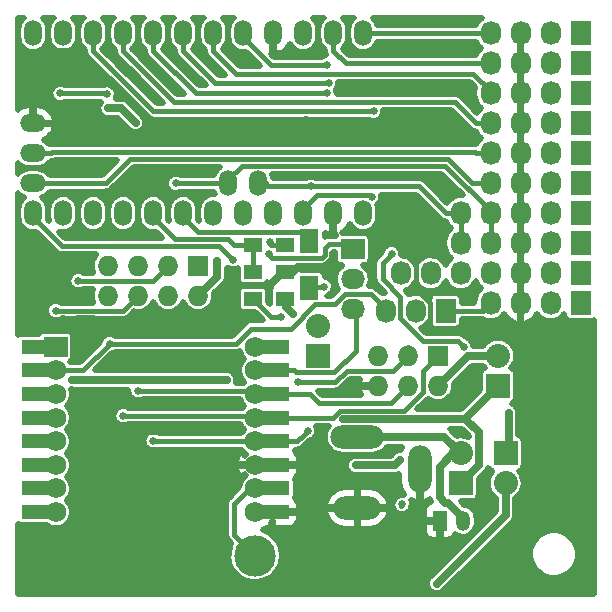
<source format=gbr>
G04 #@! TF.FileFunction,Copper,L1,Top,Mixed*
%FSLAX46Y46*%
G04 Gerber Fmt 4.6, Leading zero omitted, Abs format (unit mm)*
G04 Created by KiCad (PCBNEW 0.201504261001+5623~23~ubuntu14.04.1-product) date Tue 28 Apr 2015 10:41:39 AM CEST*
%MOMM*%
G01*
G04 APERTURE LIST*
%ADD10C,0.100000*%
%ADD11R,2.032000X2.032000*%
%ADD12O,2.032000X2.032000*%
%ADD13O,1.501140X2.199640*%
%ADD14O,2.199640X1.501140*%
%ADD15R,1.600000X2.000000*%
%ADD16O,1.998980X4.000500*%
%ADD17O,4.000500X1.998980*%
%ADD18O,4.500880X1.998980*%
%ADD19R,1.198880X1.699260*%
%ADD20O,1.198880X1.699260*%
%ADD21R,1.727200X2.032000*%
%ADD22O,1.727200X2.032000*%
%ADD23R,1.500000X1.300000*%
%ADD24C,3.500120*%
%ADD25R,1.727200X1.727200*%
%ADD26O,1.727200X1.727200*%
%ADD27R,2.032000X1.727200*%
%ADD28O,2.032000X1.727200*%
%ADD29R,3.000000X1.200000*%
%ADD30R,2.000000X1.727200*%
%ADD31C,1.727200*%
%ADD32C,0.635000*%
%ADD33C,0.381000*%
%ADD34C,0.635000*%
%ADD35C,0.400000*%
%ADD36C,0.508000*%
G04 APERTURE END LIST*
D10*
D11*
X38100000Y-40005000D03*
D12*
X38100000Y-37465000D03*
D13*
X29845000Y-1905000D03*
X27305000Y-1905000D03*
X24765000Y-1905000D03*
X22225000Y-1905000D03*
X19685000Y-1905000D03*
X17145000Y-1905000D03*
X14605000Y-1905000D03*
X12065000Y-1905000D03*
X9525000Y-1905000D03*
X6985000Y-1905000D03*
X4445000Y-1905000D03*
X1905000Y-1905000D03*
X1905000Y-17145000D03*
X4445000Y-17145000D03*
X6985000Y-17145000D03*
X9525000Y-17145000D03*
X12065000Y-17145000D03*
X14605000Y-17145000D03*
X17145000Y-17145000D03*
X19685000Y-17145000D03*
X22225000Y-17145000D03*
X24765000Y-17145000D03*
X27305000Y-17145000D03*
X29845000Y-17145000D03*
X18415000Y-14605000D03*
X20955000Y-14605000D03*
D14*
X1905000Y-14605000D03*
X1905000Y-12065000D03*
X1905000Y-9525000D03*
D15*
X25273000Y-23463000D03*
X25273000Y-19463000D03*
D11*
X26035000Y-29210000D03*
D12*
X26035000Y-26670000D03*
D16*
X34653980Y-38832280D03*
D17*
X29353000Y-42083480D03*
D18*
X29353000Y-36081460D03*
D19*
X36337240Y-43180000D03*
D20*
X38338760Y-43180000D03*
D11*
X41275000Y-31750000D03*
D12*
X41275000Y-29210000D03*
D11*
X41910000Y-37465000D03*
D12*
X41910000Y-40005000D03*
D21*
X48260000Y-1905000D03*
D22*
X45720000Y-1905000D03*
X43180000Y-1905000D03*
X40640000Y-1905000D03*
D21*
X48260000Y-4445000D03*
D22*
X45720000Y-4445000D03*
X43180000Y-4445000D03*
X40640000Y-4445000D03*
D21*
X48260000Y-12065000D03*
D22*
X45720000Y-12065000D03*
X43180000Y-12065000D03*
X40640000Y-12065000D03*
D23*
X23194000Y-19812000D03*
X20494000Y-19812000D03*
X20494000Y-24384000D03*
X23194000Y-24384000D03*
X20494000Y-22098000D03*
X23194000Y-22098000D03*
D24*
X20701000Y-46126400D03*
D21*
X48260000Y-9525000D03*
D22*
X45720000Y-9525000D03*
X43180000Y-9525000D03*
X40640000Y-9525000D03*
D21*
X48260000Y-6985000D03*
D22*
X45720000Y-6985000D03*
X43180000Y-6985000D03*
X40640000Y-6985000D03*
D21*
X48260000Y-14605000D03*
D22*
X45720000Y-14605000D03*
X43180000Y-14605000D03*
X40640000Y-14605000D03*
D21*
X48260000Y-17145000D03*
D22*
X45720000Y-17145000D03*
X43180000Y-17145000D03*
X40640000Y-17145000D03*
X38100000Y-17145000D03*
D21*
X48260000Y-19685000D03*
D22*
X45720000Y-19685000D03*
X43180000Y-19685000D03*
X40640000Y-19685000D03*
X38100000Y-19685000D03*
D21*
X48260000Y-22225000D03*
D22*
X45720000Y-22225000D03*
X43180000Y-22225000D03*
X40640000Y-22225000D03*
X38100000Y-22225000D03*
X35560000Y-22225000D03*
X33020000Y-22225000D03*
D21*
X48260000Y-24765000D03*
D22*
X45720000Y-24765000D03*
X43180000Y-24765000D03*
X40640000Y-24765000D03*
D25*
X36195000Y-29210000D03*
D26*
X36195000Y-31750000D03*
X33655000Y-29210000D03*
X33655000Y-31750000D03*
X31115000Y-29210000D03*
X31115000Y-31750000D03*
D21*
X36830000Y-25400000D03*
D22*
X34290000Y-25400000D03*
X31750000Y-25400000D03*
D27*
X28956000Y-20193000D03*
D28*
X28956000Y-22733000D03*
X28956000Y-25273000D03*
D26*
X8255000Y-21590000D03*
X8255000Y-24130000D03*
X10795000Y-21590000D03*
X10795000Y-24130000D03*
X13335000Y-21590000D03*
X13335000Y-24130000D03*
D25*
X15875000Y-21590000D03*
D26*
X15875000Y-24130000D03*
D29*
X2410000Y-28448000D03*
X2410000Y-30448000D03*
X2410000Y-32448000D03*
X2410000Y-34448000D03*
X2410000Y-36448000D03*
X2410000Y-38448000D03*
X2410000Y-40448000D03*
X2410000Y-42448000D03*
X22110000Y-42448000D03*
X22110000Y-40448000D03*
X22110000Y-38448000D03*
X22110000Y-36448000D03*
X22110000Y-34448000D03*
X22110000Y-32448000D03*
X22110000Y-30448000D03*
X22110000Y-28448000D03*
D30*
X3810000Y-28448000D03*
D31*
X3810000Y-30448000D03*
X3810000Y-32448000D03*
X3810000Y-34448000D03*
X3810000Y-36448000D03*
X3810000Y-38448000D03*
X3810000Y-40448000D03*
X3810000Y-42448000D03*
X20710000Y-42448000D03*
X20710000Y-40448000D03*
X20710000Y-38448000D03*
X20710000Y-36448000D03*
X20710000Y-34448000D03*
X20710000Y-32448000D03*
X20710000Y-30448000D03*
X20710000Y-28448000D03*
D32*
X33147000Y-41783000D03*
X8255006Y-8255000D03*
X18288000Y-31242000D03*
X33000000Y-38000000D03*
X17481438Y-21158524D03*
X36068000Y-48514000D03*
X5207006Y-31242000D03*
X10588388Y-9477612D03*
X29210000Y-38481000D03*
X4699000Y-5080000D03*
X25019000Y-9271000D03*
X8255000Y-30225996D03*
X10668000Y-19177000D03*
X4699000Y-19177000D03*
X4699000Y-21971000D03*
X3175000Y-26035000D03*
X1905000Y-26035000D03*
X1905000Y-24765000D03*
X1905000Y-23495000D03*
X1905000Y-22225000D03*
X1905000Y-20955000D03*
X1905000Y-19685000D03*
X18199981Y-23577570D03*
X19642680Y-26543079D03*
X10795000Y-35560000D03*
X9525000Y-35560000D03*
X8255000Y-35560000D03*
X6985000Y-35560000D03*
X6985000Y-34290000D03*
X8255000Y-34290000D03*
X8255000Y-33020000D03*
X6985000Y-33020000D03*
X5715000Y-28575000D03*
X5715000Y-27305000D03*
X6985000Y-27305000D03*
X13335000Y-35560000D03*
X14605000Y-35560000D03*
X15875000Y-35560000D03*
X17145000Y-35560000D03*
X18415000Y-35560000D03*
X10795000Y-33020000D03*
X13335000Y-33020000D03*
X14605000Y-33020000D03*
X15875000Y-33020000D03*
X17145000Y-33020000D03*
X18415000Y-33020000D03*
X27305000Y-20573986D03*
X27305000Y-18923000D03*
X1905000Y-5080000D03*
X1905000Y-6350000D03*
X1905000Y-7620000D03*
X48768000Y-43688000D03*
X48768000Y-48641000D03*
X43307000Y-48641000D03*
X42672000Y-44069000D03*
X43688000Y-42799000D03*
X36200000Y-45000000D03*
X40600000Y-41800000D03*
X18415000Y-38100000D03*
X17145000Y-38100000D03*
X15875000Y-38100000D03*
X14605000Y-38100000D03*
X13335000Y-38100000D03*
X12065000Y-38100000D03*
X10795000Y-38100000D03*
X9525000Y-38100000D03*
X8255000Y-38100000D03*
X8255000Y-39370000D03*
X9525000Y-39370000D03*
X10795000Y-39370000D03*
X12065000Y-39370000D03*
X13335000Y-39370000D03*
X14605000Y-39370000D03*
X15875000Y-39370000D03*
X17145000Y-39370000D03*
X18415000Y-39370000D03*
X18415000Y-40640000D03*
X17145000Y-40640000D03*
X15875000Y-40640000D03*
X14605000Y-40640000D03*
X13335000Y-40640000D03*
X12065000Y-40640000D03*
X10795000Y-40640000D03*
X9525000Y-40640000D03*
X8255000Y-40640000D03*
X8255000Y-41910000D03*
X9525000Y-41910000D03*
X10795000Y-41910000D03*
X12065000Y-41910000D03*
X13335000Y-41910000D03*
X14605000Y-41910000D03*
X15875000Y-41910000D03*
X17145000Y-41910000D03*
X17145000Y-43180000D03*
X15875000Y-43180000D03*
X14605000Y-43180000D03*
X13335000Y-43180000D03*
X12065000Y-43180000D03*
X10795000Y-43180000D03*
X9525000Y-43180000D03*
X8255000Y-43180000D03*
X6985000Y-43180000D03*
X6985000Y-44450000D03*
X8255000Y-44450000D03*
X9525000Y-44450000D03*
X10795000Y-44450000D03*
X12065000Y-44450000D03*
X13335000Y-44450000D03*
X14605000Y-44450000D03*
X15875000Y-44450000D03*
X17145000Y-44450000D03*
X17145000Y-45720000D03*
X15875000Y-45720000D03*
X14605000Y-45720000D03*
X13335000Y-45720000D03*
X12065000Y-45720000D03*
X10795000Y-45720000D03*
X9525000Y-45720000D03*
X8255000Y-45720000D03*
X6985000Y-45720000D03*
X6985000Y-46990000D03*
X8255000Y-46990000D03*
X9525000Y-46990000D03*
X10795000Y-46990000D03*
X12065000Y-46990000D03*
X13335000Y-46990000D03*
X14605000Y-46990000D03*
X15875000Y-46990000D03*
X17145000Y-46990000D03*
X17145000Y-48260000D03*
X15875000Y-48260000D03*
X14605000Y-48260000D03*
X13335000Y-48260000D03*
X12065000Y-48260000D03*
X10795000Y-48260000D03*
X9525000Y-48260000D03*
X8255000Y-48260000D03*
X6985000Y-48260000D03*
X5715000Y-48260000D03*
X4445000Y-48260000D03*
X3175000Y-48260000D03*
X1905000Y-48260000D03*
X1905000Y-46990000D03*
X3175000Y-46990000D03*
X4445000Y-46990000D03*
X5715000Y-46990000D03*
X5715000Y-45720000D03*
X4445000Y-45720000D03*
X3175000Y-45720000D03*
X1905000Y-45720000D03*
X1905000Y-44450000D03*
X3175000Y-44450000D03*
X4445000Y-44450000D03*
X5715000Y-44450000D03*
X10795000Y-36830000D03*
X9525000Y-36830000D03*
X8255000Y-36830000D03*
X6985000Y-36830000D03*
X6985000Y-38100000D03*
X6985000Y-39370000D03*
X6985000Y-40640000D03*
X6985000Y-41910000D03*
X15748000Y-29210000D03*
X18415000Y-48260000D03*
X19685000Y-48260000D03*
X22225000Y-48260000D03*
X23495000Y-48260000D03*
X24765000Y-48260000D03*
X26035000Y-48260000D03*
X27305000Y-48260000D03*
X23495000Y-46990000D03*
X24765000Y-46990000D03*
X26035000Y-46990000D03*
X27305000Y-46990000D03*
X27305000Y-45720000D03*
X26035000Y-45720000D03*
X24765000Y-45720000D03*
X23495000Y-45720000D03*
X23495000Y-44450000D03*
X24765000Y-44450000D03*
X26035000Y-44450000D03*
X27305000Y-44450000D03*
X26035000Y-43180000D03*
X24765000Y-43180000D03*
X24765000Y-41910000D03*
X26035000Y-41910000D03*
X26035000Y-40640000D03*
X24765000Y-40640000D03*
X24765000Y-39370000D03*
X26035000Y-39370000D03*
X24765000Y-38100000D03*
X27305000Y-39370000D03*
X27305000Y-40640000D03*
X28575000Y-39370000D03*
X29845000Y-39370000D03*
X48200000Y-28625702D03*
X48768000Y-36322000D03*
X42800000Y-27200000D03*
X36000000Y-18800000D03*
X3175000Y-3048000D03*
X5715000Y-3048000D03*
X8255000Y-3048000D03*
X10795000Y-3048000D03*
X13335000Y-3048000D03*
X15875000Y-3048000D03*
X18415000Y-3048000D03*
X36195000Y-8890000D03*
X34290000Y-8890000D03*
X38100000Y-6350000D03*
X36195000Y-6350000D03*
X34290000Y-6350000D03*
X32385000Y-6350000D03*
X38100000Y-3175000D03*
X36195000Y-3175000D03*
X34290000Y-3175000D03*
X32385000Y-3175000D03*
X22224996Y-3683000D03*
X26035000Y-3048000D03*
X28575000Y-3048000D03*
X8255000Y-16002000D03*
X8255000Y-13208008D03*
X6096000Y-13208000D03*
X10795000Y-13335000D03*
X15240000Y-13335000D03*
X6858014Y-5842000D03*
X32385000Y-1016000D03*
X34290000Y-1016000D03*
X36195000Y-1016000D03*
X38100000Y-1016000D03*
X31125802Y-39434815D03*
X26289000Y-32258000D03*
X28829000Y-31750000D03*
X4431988Y-26111220D03*
X5715535Y-26111220D03*
X6985000Y-26111220D03*
X37719000Y-33655000D03*
X38608000Y-35941000D03*
X39370000Y-30988000D03*
X34544000Y-33655000D03*
X47117000Y-38989000D03*
X44196000Y-38989000D03*
X44196000Y-36957000D03*
X36528177Y-14567361D03*
X29464000Y-14097000D03*
X15748000Y-10287000D03*
X23749000Y-10541000D03*
X26797000Y-10541000D03*
X17399000Y-10287000D03*
X36195000Y-10414000D03*
X23876000Y-25654000D03*
X28162935Y-34561250D03*
X42164000Y-34036000D03*
X22860000Y-25908000D03*
X26543000Y-23368000D03*
X30564982Y-15748010D03*
X32258000Y-20574000D03*
X38354000Y-28448000D03*
X26924004Y-6096000D03*
X26767342Y-6978444D03*
X30734000Y-8509000D03*
X4191000Y-6985000D03*
X10795000Y-32181780D03*
X8168503Y-7057726D03*
X3810000Y-25400000D03*
X9525000Y-34290000D03*
X24299289Y-31453711D03*
X12065000Y-36398220D03*
X25137861Y-35568138D03*
X13970000Y-14605000D03*
X25400000Y-14859004D03*
X8382000Y-28194000D03*
X5715000Y-22860000D03*
X21844000Y-20574000D03*
X21960079Y-19615794D03*
X26797000Y-4572000D03*
X18796000Y-21082000D03*
D33*
X33020000Y-41910000D02*
X33147000Y-41783000D01*
D34*
X15875000Y-24130000D02*
X17481438Y-22523562D01*
X17481438Y-22523562D02*
X17481438Y-21607536D01*
X17481438Y-21607536D02*
X17481438Y-21158524D01*
X36068000Y-48514000D02*
X41910000Y-42672000D01*
X41910000Y-42672000D02*
X41910000Y-40005000D01*
X2507000Y-42545000D02*
X2410000Y-42448000D01*
X18288000Y-31242000D02*
X5207006Y-31242000D01*
X8255006Y-8255000D02*
X9365776Y-8255000D01*
X9365776Y-8255000D02*
X10270889Y-9160113D01*
X10270889Y-9160113D02*
X10588388Y-9477612D01*
X32519000Y-38481000D02*
X29659012Y-38481000D01*
X29659012Y-38481000D02*
X29210000Y-38481000D01*
X33000000Y-38000000D02*
X32519000Y-38481000D01*
X38735000Y-29210000D02*
X41275000Y-29210000D01*
X36195000Y-31750000D02*
X38735000Y-29210000D01*
X1905000Y-5080000D02*
X4699000Y-5080000D01*
X10668000Y-19177000D02*
X4699000Y-19177000D01*
X1905000Y-26035000D02*
X1905000Y-24765000D01*
X1905000Y-23495000D02*
X1905000Y-22225000D01*
X1905000Y-20955000D02*
X1905000Y-19685000D01*
X19642680Y-26280767D02*
X19642680Y-26543079D01*
X19559686Y-26197773D02*
X19642680Y-26280767D01*
X18199981Y-23577570D02*
X18199981Y-24838068D01*
X19000000Y-26000000D02*
X19361913Y-26000000D01*
X18199981Y-24838068D02*
X19559686Y-26197773D01*
X19361913Y-26000000D02*
X19559686Y-26197773D01*
X10795000Y-35560000D02*
X9525000Y-35560000D01*
X8255000Y-35560000D02*
X6985000Y-35560000D01*
X6985000Y-34290000D02*
X8255000Y-34290000D01*
X8255000Y-33020000D02*
X6985000Y-33020000D01*
X5715000Y-27305000D02*
X6985000Y-27305000D01*
X10795000Y-35560000D02*
X13335000Y-35560000D01*
X14605000Y-35560000D02*
X15875000Y-35560000D01*
X17145000Y-35560000D02*
X18415000Y-35560000D01*
X8255000Y-33020000D02*
X10795000Y-33020000D01*
X10795000Y-33020000D02*
X13335000Y-33020000D01*
X14605000Y-33020000D02*
X15875000Y-33020000D01*
X17145000Y-33020000D02*
X18415000Y-33020000D01*
X27305000Y-21022998D02*
X27305000Y-20573986D01*
D33*
X37843557Y-27200000D02*
X42350988Y-27200000D01*
X37406185Y-27200000D02*
X37843557Y-27200000D01*
X37843557Y-27200000D02*
X36041738Y-27200000D01*
X36041738Y-27200000D02*
X35547310Y-26705572D01*
X35547310Y-24726806D02*
X34290000Y-23469496D01*
X34290000Y-23469496D02*
X34290000Y-20510000D01*
X35547310Y-26705572D02*
X35547310Y-24726806D01*
X34290000Y-20510000D02*
X36000000Y-18800000D01*
X36244938Y-27200000D02*
X37406185Y-27200000D01*
X36041738Y-27200000D02*
X37406185Y-27200000D01*
D34*
X27305000Y-17145000D02*
X27305000Y-18923000D01*
D33*
X21836299Y-23340299D02*
X21844000Y-23348000D01*
D34*
X27305000Y-39370000D02*
X26773220Y-38838220D01*
X26773220Y-38838220D02*
X26450429Y-38838220D01*
X26450429Y-38838220D02*
X26001417Y-38838220D01*
X23194000Y-22098000D02*
X22987000Y-22098000D01*
X1905000Y-7620000D02*
X1905000Y-6350000D01*
X43307000Y-48641000D02*
X48768000Y-48641000D01*
X43688000Y-42799000D02*
X43688000Y-43053000D01*
X43688000Y-43053000D02*
X42672000Y-44069000D01*
X27305000Y-17145000D02*
X27305000Y-17494250D01*
X34653980Y-44253980D02*
X35400000Y-45000000D01*
X35400000Y-45000000D02*
X36200000Y-45000000D01*
X34653980Y-38832280D02*
X34653980Y-44253980D01*
X40600000Y-41800000D02*
X40600000Y-42753081D01*
X40600000Y-42753081D02*
X38353081Y-45000000D01*
X38353081Y-45000000D02*
X36649012Y-45000000D01*
X36649012Y-45000000D02*
X36200000Y-45000000D01*
X36337240Y-43180000D02*
X36337240Y-43430190D01*
X37571680Y-44664630D02*
X38688451Y-44664630D01*
X38688451Y-44664630D02*
X40600000Y-42753081D01*
X34653980Y-38832280D02*
X34653980Y-41496740D01*
X18763000Y-38448000D02*
X18415000Y-38100000D01*
X22110000Y-38448000D02*
X18763000Y-38448000D01*
X17145000Y-38100000D02*
X15875000Y-38100000D01*
X14605000Y-38100000D02*
X13335000Y-38100000D01*
X12065000Y-38100000D02*
X10795000Y-38100000D01*
X9525000Y-38100000D02*
X8255000Y-38100000D01*
X8255000Y-39370000D02*
X9525000Y-39370000D01*
X10795000Y-39370000D02*
X12065000Y-39370000D01*
X13335000Y-39370000D02*
X14605000Y-39370000D01*
X15875000Y-39370000D02*
X17145000Y-39370000D01*
X18415000Y-39370000D02*
X18415000Y-40640000D01*
X17145000Y-40640000D02*
X15875000Y-40640000D01*
X14605000Y-40640000D02*
X13335000Y-40640000D01*
X13335000Y-40640000D02*
X12065000Y-40640000D01*
X10795000Y-40640000D02*
X9525000Y-40640000D01*
X8255000Y-40640000D02*
X8255000Y-41910000D01*
X9525000Y-41910000D02*
X10795000Y-41910000D01*
X12065000Y-41910000D02*
X13335000Y-41910000D01*
X14605000Y-41910000D02*
X15875000Y-41910000D01*
X17145000Y-41910000D02*
X17145000Y-43180000D01*
X15875000Y-43180000D02*
X14605000Y-43180000D01*
X13335000Y-43180000D02*
X12065000Y-43180000D01*
X10795000Y-43180000D02*
X9525000Y-43180000D01*
X8255000Y-43180000D02*
X6985000Y-43180000D01*
X6985000Y-44450000D02*
X8255000Y-44450000D01*
X9525000Y-44450000D02*
X10795000Y-44450000D01*
X12065000Y-44450000D02*
X13335000Y-44450000D01*
X14605000Y-44450000D02*
X15875000Y-44450000D01*
X17145000Y-44450000D02*
X17145000Y-45720000D01*
X15875000Y-45720000D02*
X14605000Y-45720000D01*
X13335000Y-45720000D02*
X12065000Y-45720000D01*
X10795000Y-45720000D02*
X9525000Y-45720000D01*
X8255000Y-45720000D02*
X6985000Y-45720000D01*
X6985000Y-46990000D02*
X8255000Y-46990000D01*
X9525000Y-46990000D02*
X10795000Y-46990000D01*
X12065000Y-46990000D02*
X13335000Y-46990000D01*
X14605000Y-46990000D02*
X15875000Y-46990000D01*
X17145000Y-46990000D02*
X17145000Y-48260000D01*
X15875000Y-48260000D02*
X14605000Y-48260000D01*
X13335000Y-48260000D02*
X12065000Y-48260000D01*
X10795000Y-48260000D02*
X9525000Y-48260000D01*
X8255000Y-48260000D02*
X6985000Y-48260000D01*
X5715000Y-48260000D02*
X4445000Y-48260000D01*
X3175000Y-48260000D02*
X1905000Y-48260000D01*
X1905000Y-46990000D02*
X3175000Y-46990000D01*
X4445000Y-46990000D02*
X5715000Y-46990000D01*
X5715000Y-45720000D02*
X4445000Y-45720000D01*
X3175000Y-45720000D02*
X1905000Y-45720000D01*
X1905000Y-44450000D02*
X3175000Y-44450000D01*
X4445000Y-44450000D02*
X5715000Y-44450000D01*
X10795000Y-36830000D02*
X9525000Y-36830000D01*
X8255000Y-36830000D02*
X6985000Y-36830000D01*
X6985000Y-38100000D02*
X6985000Y-39370000D01*
X6985000Y-40640000D02*
X6985000Y-41910000D01*
X18415000Y-48260000D02*
X19685000Y-48260000D01*
X22225000Y-48260000D02*
X23495000Y-48260000D01*
X24765000Y-48260000D02*
X26035000Y-48260000D01*
X23495000Y-46990000D02*
X24765000Y-46990000D01*
X26035000Y-46990000D02*
X27305000Y-46990000D01*
X27305000Y-45720000D02*
X26035000Y-45720000D01*
X24765000Y-45720000D02*
X23495000Y-45720000D01*
X23495000Y-44450000D02*
X24765000Y-44450000D01*
X26035000Y-44450000D02*
X27305000Y-44450000D01*
X24765000Y-43180000D02*
X24765000Y-41910000D01*
X26035000Y-41910000D02*
X26035000Y-40640000D01*
X24765000Y-40640000D02*
X24765000Y-39370000D01*
X27305000Y-40640000D02*
X28575000Y-39370000D01*
X24923324Y-38448000D02*
X25018162Y-38353162D01*
X22110000Y-38448000D02*
X24923324Y-38448000D01*
X25018162Y-38353162D02*
X24765000Y-38100000D01*
X26035000Y-39370000D02*
X25018162Y-38353162D01*
D33*
X42350988Y-27200000D02*
X42800000Y-27200000D01*
D34*
X4699000Y-4572000D02*
X3175000Y-3048000D01*
X4699000Y-5080000D02*
X4699000Y-4572000D01*
X5237470Y-3525530D02*
X5715000Y-3048000D01*
X3652530Y-3525530D02*
X5237470Y-3525530D01*
X3175000Y-3048000D02*
X3652530Y-3525530D01*
X33972501Y-9207499D02*
X34290000Y-8890000D01*
X34290000Y-8890000D02*
X36195000Y-8890000D01*
X36195000Y-6350000D02*
X38100000Y-6350000D01*
X32385000Y-6350000D02*
X34290000Y-6350000D01*
X36195000Y-3175000D02*
X38100000Y-3175000D01*
X32385000Y-3175000D02*
X34290000Y-3175000D01*
X22224996Y-3683000D02*
X25400000Y-3683000D01*
X25400000Y-3683000D02*
X25717501Y-3365499D01*
X25717501Y-3365499D02*
X26035000Y-3048000D01*
X10795000Y-13335000D02*
X8255000Y-15875000D01*
X15240000Y-13335000D02*
X10795000Y-13335000D01*
X8255000Y-15875000D02*
X8255000Y-16002000D01*
X32385000Y-1016000D02*
X34290000Y-1016000D01*
X36195000Y-1016000D02*
X38100000Y-1016000D01*
X36322000Y-1143000D02*
X36449000Y-1016000D01*
X36449000Y-1016000D02*
X37650988Y-1016000D01*
X37650988Y-1016000D02*
X38100000Y-1016000D01*
X6096008Y-13208008D02*
X6096000Y-13208000D01*
X8255000Y-13208008D02*
X6096008Y-13208008D01*
X18984612Y-23577570D02*
X19221883Y-23340299D01*
X18199981Y-23577570D02*
X18984612Y-23577570D01*
D33*
X19221883Y-23340299D02*
X21836299Y-23340299D01*
D34*
X30294012Y-39370000D02*
X30358827Y-39434815D01*
X29845000Y-39370000D02*
X30294012Y-39370000D01*
X30358827Y-39434815D02*
X31125802Y-39434815D01*
X31115000Y-31750000D02*
X28829000Y-31750000D01*
X28321000Y-32258000D02*
X28829000Y-31750000D01*
X28321000Y-32258000D02*
X26289000Y-32258000D01*
X28829000Y-31877000D02*
X28829000Y-31750000D01*
X24298985Y-21699753D02*
X26628245Y-21699753D01*
X23900738Y-22098000D02*
X24298985Y-21699753D01*
X23194000Y-22098000D02*
X23900738Y-22098000D01*
X26628245Y-21699753D02*
X27305000Y-21022998D01*
X21851701Y-23340299D02*
X21836299Y-23340299D01*
X23094000Y-22098000D02*
X21851701Y-23340299D01*
D35*
X18199981Y-23577570D02*
X18663551Y-23114000D01*
X23094000Y-22098000D02*
X21844000Y-23348000D01*
D33*
X18199981Y-23577570D02*
X19191768Y-23577570D01*
X23094000Y-22098000D02*
X23194000Y-22098000D01*
X22050299Y-23141701D02*
X23094000Y-22098000D01*
X19627637Y-23141701D02*
X22050299Y-23141701D01*
X19191768Y-23577570D02*
X19627637Y-23141701D01*
D34*
X3492499Y-26352499D02*
X4190709Y-26352499D01*
X4190709Y-26352499D02*
X4431988Y-26111220D01*
X3175000Y-26035000D02*
X3492499Y-26352499D01*
X5715535Y-26111220D02*
X6985000Y-26111220D01*
X37719000Y-33655000D02*
X37719000Y-32639000D01*
X37719000Y-32639000D02*
X39370000Y-30988000D01*
X37719000Y-33655000D02*
X34544000Y-33655000D01*
X48768000Y-37338000D02*
X47117000Y-38989000D01*
X48768000Y-36322000D02*
X48768000Y-37338000D01*
X47117000Y-38989000D02*
X44196000Y-38989000D01*
X44196000Y-38989000D02*
X44196000Y-36957000D01*
X6858014Y-5842000D02*
X8392198Y-5842000D01*
X8392198Y-5842000D02*
X12837198Y-10287000D01*
X12837198Y-10287000D02*
X15298988Y-10287000D01*
X15298988Y-10287000D02*
X15748000Y-10287000D01*
X25019000Y-9271000D02*
X23749000Y-10541000D01*
X15748000Y-10287000D02*
X17399000Y-10287000D01*
X23319231Y-25097231D02*
X23319231Y-24509231D01*
X23319231Y-24509231D02*
X23194000Y-24384000D01*
X23876000Y-25654000D02*
X23319231Y-25097231D01*
X38100000Y-40005000D02*
X39636701Y-38468299D01*
X39636701Y-37025310D02*
X39636701Y-35674287D01*
X39636701Y-35674287D02*
X38493707Y-34531293D01*
X39636701Y-38468299D02*
X39636701Y-37025310D01*
X38493705Y-34531291D02*
X39636701Y-35674287D01*
X41275000Y-31750000D02*
X40809407Y-31750000D01*
X38463746Y-34561250D02*
X38493705Y-34531291D01*
X33637750Y-34561250D02*
X33111604Y-34561250D01*
X33111604Y-34561250D02*
X28162935Y-34561250D01*
X38463750Y-34561250D02*
X38911524Y-34113476D01*
X33111604Y-34561250D02*
X38463750Y-34561250D01*
X38911524Y-34113476D02*
X41275000Y-31750000D01*
X38493707Y-34531293D02*
X38911524Y-34113476D01*
X42164000Y-34036000D02*
X42164000Y-37211000D01*
X42164000Y-37211000D02*
X41910000Y-37465000D01*
D33*
X24892000Y-23844000D02*
X25273000Y-23463000D01*
X20494000Y-24384000D02*
X22018000Y-25908000D01*
X22018000Y-25908000D02*
X22860000Y-25908000D01*
X25950988Y-23400000D02*
X26400000Y-23400000D01*
X25273000Y-23463000D02*
X25336000Y-23400000D01*
X25336000Y-23400000D02*
X25950988Y-23400000D01*
X26400000Y-23400000D02*
X26511000Y-23400000D01*
X26511000Y-23400000D02*
X26543000Y-23368000D01*
X15879049Y-18768299D02*
X15754330Y-18643580D01*
X25273000Y-19463000D02*
X24578299Y-18768299D01*
X24578299Y-18768299D02*
X15879049Y-18768299D01*
X14605000Y-17494250D02*
X14605000Y-17145000D01*
X15754330Y-18643580D02*
X14605000Y-17494250D01*
X29845000Y-1905000D02*
X40640000Y-1905000D01*
X28364180Y-4445000D02*
X29742404Y-4445000D01*
X27305000Y-3385820D02*
X28364180Y-4445000D01*
X27305000Y-1905000D02*
X27305000Y-3385820D01*
X40640000Y-4445000D02*
X29742404Y-4445000D01*
X24765000Y-17494250D02*
X24765000Y-17145000D01*
X24765000Y-17145000D02*
X24765000Y-16795750D01*
X24765000Y-16795750D02*
X25939750Y-15621000D01*
X25939750Y-15621000D02*
X30437972Y-15621000D01*
X30437972Y-15621000D02*
X30564982Y-15748010D01*
X39156821Y-5349421D02*
X40640000Y-6832600D01*
X40640000Y-6832600D02*
X40640000Y-6985000D01*
X19108601Y-5349421D02*
X39156821Y-5349421D01*
X17145000Y-3385820D02*
X19108601Y-5349421D01*
X17145000Y-1905000D02*
X17145000Y-3385820D01*
X14605000Y-1905000D02*
X14605000Y-3385820D01*
X14605000Y-3385820D02*
X17315180Y-6096000D01*
X17315180Y-6096000D02*
X26474992Y-6096000D01*
X26474992Y-6096000D02*
X26924004Y-6096000D01*
X38036501Y-28130501D02*
X38354000Y-28448000D01*
X37858699Y-27952699D02*
X38036501Y-28130501D01*
X34912195Y-27952699D02*
X37858699Y-27952699D01*
X33007310Y-26047814D02*
X34912195Y-27952699D01*
X31496000Y-22703346D02*
X33007310Y-24214656D01*
X31496000Y-21336000D02*
X31496000Y-22703346D01*
X33007310Y-24214656D02*
X33007310Y-26047814D01*
X32258000Y-20574000D02*
X31496000Y-21336000D01*
X25242342Y-6978444D02*
X26132344Y-6978444D01*
X25242342Y-6978444D02*
X26767342Y-6978444D01*
X15657624Y-6978444D02*
X23276214Y-6978444D01*
X12065000Y-3385820D02*
X15657624Y-6978444D01*
X12065000Y-1905000D02*
X12065000Y-3385820D01*
X25242342Y-6978444D02*
X23276214Y-6978444D01*
X9525000Y-3429000D02*
X9525000Y-1905000D01*
X37594144Y-7723744D02*
X13819744Y-7723744D01*
X39395400Y-9525000D02*
X37594144Y-7723744D01*
X40640000Y-9525000D02*
X39395400Y-9525000D01*
X10006628Y-3910628D02*
X9525000Y-3429000D01*
X10642588Y-4546588D02*
X10006628Y-3910628D01*
X13819744Y-7723744D02*
X10006628Y-3910628D01*
X6985000Y-1905000D02*
X6985000Y-2122422D01*
X6985000Y-1905000D02*
X6985000Y-3429000D01*
X8686799Y-5130799D02*
X8175320Y-4619320D01*
X7759808Y-4203808D02*
X8175320Y-4619320D01*
X6985000Y-3429000D02*
X7759808Y-4203808D01*
X12065000Y-8509000D02*
X7759808Y-4203808D01*
X12065000Y-8509000D02*
X30734000Y-8509000D01*
X4445000Y-17494250D02*
X4445000Y-17145000D01*
X33655000Y-31750000D02*
X32189753Y-33215247D01*
X32189753Y-33215247D02*
X26093757Y-33215247D01*
X33655000Y-31750000D02*
X33655000Y-31558804D01*
X25326510Y-32448000D02*
X22110000Y-32448000D01*
X26093757Y-33215247D02*
X25326510Y-32448000D01*
X4191000Y-6985000D02*
X8095777Y-6985000D01*
X8095777Y-6985000D02*
X8168503Y-7057726D01*
X10795000Y-32181780D02*
X19062780Y-32181780D01*
X20443780Y-32181780D02*
X20710000Y-32448000D01*
X10795000Y-32181780D02*
X20443780Y-32181780D01*
X20710000Y-32448000D02*
X22110000Y-32448000D01*
X3810000Y-25400000D02*
X9525000Y-25400000D01*
X9525000Y-25400000D02*
X10795000Y-24130000D01*
X40640000Y-22377400D02*
X40640000Y-22225000D01*
X21952000Y-34290000D02*
X22110000Y-34448000D01*
X9525000Y-34290000D02*
X21952000Y-34290000D01*
X27270383Y-34448000D02*
X22110000Y-34448000D01*
X27868343Y-33850040D02*
X27270383Y-34448000D01*
X33343158Y-33850040D02*
X27868343Y-33850040D01*
X34912301Y-32280897D02*
X33343158Y-33850040D01*
X34912301Y-30492699D02*
X34912301Y-32280897D01*
X36195000Y-29210000D02*
X34912301Y-30492699D01*
X33655000Y-28487941D02*
X33655000Y-29210000D01*
X28460699Y-30467301D02*
X27474289Y-31453711D01*
X32397699Y-30467301D02*
X28460699Y-30467301D01*
X24748301Y-31453711D02*
X24299289Y-31453711D01*
X33655000Y-29210000D02*
X32397699Y-30467301D01*
X27474289Y-31453711D02*
X24748301Y-31453711D01*
X22110000Y-36448000D02*
X12114780Y-36448000D01*
X12114780Y-36448000D02*
X12065000Y-36398220D01*
X24820362Y-35885637D02*
X25137861Y-35568138D01*
X22110000Y-36448000D02*
X24257999Y-36448000D01*
X24257999Y-36448000D02*
X24820362Y-35885637D01*
X18876306Y-19812000D02*
X19363000Y-19812000D01*
X17322566Y-19352509D02*
X18416815Y-19352509D01*
X18416815Y-19352509D02*
X18876306Y-19812000D01*
X20494000Y-21067000D02*
X20494000Y-19812000D01*
X17322566Y-19352509D02*
X13923259Y-19352509D01*
X12065000Y-17494250D02*
X12065000Y-17145000D01*
X13923259Y-19352509D02*
X12065000Y-17494250D01*
X20494000Y-22098000D02*
X20494000Y-21067000D01*
X19363000Y-19812000D02*
X20494000Y-19812000D01*
X13970000Y-14605000D02*
X18415000Y-14605000D01*
X40640000Y-19685000D02*
X40640000Y-17145000D01*
X40640000Y-16992600D02*
X40640000Y-17145000D01*
X19559280Y-13111470D02*
X36758870Y-13111470D01*
X18415000Y-14255750D02*
X19559280Y-13111470D01*
X36758870Y-13111470D02*
X40640000Y-16992600D01*
X18415000Y-14605000D02*
X18415000Y-14255750D01*
X21590000Y-14605000D02*
X20955000Y-14605000D01*
X38100000Y-19685000D02*
X38100000Y-17145000D01*
X25849012Y-14859004D02*
X25400000Y-14859004D01*
X38100000Y-17145000D02*
X36855400Y-17145000D01*
X36855400Y-17145000D02*
X34569396Y-14858996D01*
X25849020Y-14858996D02*
X25849012Y-14859004D01*
X34569396Y-14858996D02*
X25849020Y-14858996D01*
X21209004Y-14859004D02*
X20955000Y-14605000D01*
X25400000Y-14859004D02*
X21209004Y-14859004D01*
X3385820Y-12065000D02*
X1905000Y-12065000D01*
X3507770Y-11943050D02*
X3385820Y-12065000D01*
X39273450Y-11943050D02*
X3507770Y-11943050D01*
X39395400Y-12065000D02*
X39273450Y-11943050D01*
X40640000Y-12065000D02*
X39395400Y-12065000D01*
X36830000Y-25400000D02*
X40005000Y-25400000D01*
X40005000Y-25400000D02*
X40640000Y-24765000D01*
X36830000Y-25400000D02*
X39808400Y-25400000D01*
X39808400Y-25400000D02*
X40529000Y-24679400D01*
X28282806Y-24015690D02*
X30518090Y-24015690D01*
X31750000Y-25247600D02*
X31750000Y-25400000D01*
X25761941Y-24856701D02*
X27441795Y-24856701D01*
X27441795Y-24856701D02*
X28282806Y-24015690D01*
X30518090Y-24015690D02*
X31750000Y-25247600D01*
X6128000Y-30448000D02*
X2410000Y-30448000D01*
X8382000Y-28194000D02*
X6128000Y-30448000D01*
X8831012Y-28194000D02*
X8382000Y-28194000D01*
X19044337Y-28194000D02*
X8831012Y-28194000D01*
X20331356Y-26906981D02*
X19044337Y-28194000D01*
X23711661Y-26906981D02*
X20331356Y-26906981D01*
X23711661Y-26906981D02*
X25761941Y-24856701D01*
X6164012Y-22860000D02*
X5715000Y-22860000D01*
X12065000Y-22860000D02*
X6164012Y-22860000D01*
X13335000Y-21590000D02*
X12065000Y-22860000D01*
X28498798Y-19735798D02*
X26963622Y-19735798D01*
X28956000Y-20193000D02*
X28498798Y-19735798D01*
X26593798Y-20647688D02*
X26349987Y-20891499D01*
X26349987Y-20891499D02*
X22161499Y-20891499D01*
X26963622Y-19735798D02*
X26593798Y-20105622D01*
X26593798Y-20105622D02*
X26593798Y-20647688D01*
X29210000Y-20320000D02*
X28978799Y-20088799D01*
X22161499Y-20891499D02*
X21844000Y-20574000D01*
X23991000Y-30448000D02*
X22110000Y-30448000D01*
X24162701Y-30619701D02*
X23991000Y-30448000D01*
X29210000Y-28775662D02*
X27365961Y-30619701D01*
X27365961Y-30619701D02*
X24162701Y-30619701D01*
X29210000Y-25400000D02*
X29210000Y-28775662D01*
X37000857Y-12527260D02*
X10115320Y-12527260D01*
X40640000Y-14605000D02*
X39078596Y-14605000D01*
X39078596Y-14605000D02*
X37000857Y-12527260D01*
X8037582Y-14605000D02*
X1905000Y-14605000D01*
X9354244Y-13288338D02*
X8037582Y-14605000D01*
X10115320Y-12527260D02*
X9354244Y-13288338D01*
X18950941Y-44376341D02*
X20701000Y-46126400D01*
X18950941Y-41726059D02*
X18950941Y-44376341D01*
X20229000Y-40448000D02*
X18950941Y-41726059D01*
X22110000Y-40448000D02*
X20229000Y-40448000D01*
X23194000Y-19812000D02*
X22063000Y-19812000D01*
X21960079Y-19709079D02*
X21960079Y-19615794D01*
X22063000Y-19812000D02*
X21960079Y-19709079D01*
X22002750Y-4572000D02*
X26347988Y-4572000D01*
X26347988Y-4572000D02*
X26797000Y-4572000D01*
X19685000Y-1905000D02*
X19685000Y-2254250D01*
X19685000Y-2254250D02*
X22002750Y-4572000D01*
D34*
X38338760Y-43180000D02*
X38338760Y-42929810D01*
X38338760Y-42929810D02*
X37064950Y-41656000D01*
X37064950Y-41656000D02*
X36781738Y-41656000D01*
X36781738Y-41656000D02*
X36322000Y-41196262D01*
X36322000Y-41196262D02*
X36322000Y-38608000D01*
X36322000Y-38608000D02*
X37465000Y-37465000D01*
X37465000Y-37465000D02*
X38100000Y-37465000D01*
X36716460Y-36081460D02*
X29353000Y-36081460D01*
X38100000Y-37465000D02*
X36716460Y-36081460D01*
D33*
X1905000Y-17494250D02*
X4347469Y-19936719D01*
X18110210Y-20396210D02*
X18796000Y-21082000D01*
X17650719Y-19936719D02*
X18110210Y-20396210D01*
X4347469Y-19936719D02*
X17650719Y-19936719D01*
X1905000Y-17494250D02*
X1905000Y-17145000D01*
X3206750Y-18796000D02*
X1905000Y-17494250D01*
D36*
X9013203Y-12641550D02*
X3778795Y-12641550D01*
X770762Y-13047950D02*
X587000Y-13047950D01*
X8606804Y-13047950D02*
X3038627Y-13047950D01*
X1043999Y-13454350D02*
X587000Y-13454350D01*
X8200404Y-13454350D02*
X2769012Y-13454350D01*
X7794004Y-13860750D02*
X3270851Y-13860750D01*
X8726955Y-582400D02*
X7782865Y-582400D01*
X8403040Y-988800D02*
X8106300Y-988800D01*
X8281717Y-1395200D02*
X8228590Y-1395200D01*
X8266430Y-1801600D02*
X8243570Y-1801600D01*
X8266430Y-2208000D02*
X8243570Y-2208000D01*
X8322980Y-2614400D02*
X8187296Y-2614400D01*
X8527512Y-3020800D02*
X7983422Y-3020800D01*
X8826500Y-3427200D02*
X7971028Y-3427200D01*
X8957931Y-3833600D02*
X8377428Y-3833600D01*
X9348172Y-4240000D02*
X8783828Y-4240000D01*
X9754572Y-4646400D02*
X9190228Y-4646400D01*
X10160972Y-5052800D02*
X9596628Y-5052800D01*
X10567372Y-5459200D02*
X10003028Y-5459200D01*
X10973772Y-5865600D02*
X10409428Y-5865600D01*
X11380172Y-6272000D02*
X10815828Y-6272000D01*
X11786572Y-6678400D02*
X11222228Y-6678400D01*
X12192972Y-7084800D02*
X11628628Y-7084800D01*
X12599372Y-7491200D02*
X12035028Y-7491200D01*
X11266955Y-582400D02*
X10322865Y-582400D01*
X10943040Y-988800D02*
X10646300Y-988800D01*
X10821717Y-1395200D02*
X10768590Y-1395200D01*
X10806430Y-1801600D02*
X10783570Y-1801600D01*
X10806430Y-2208000D02*
X10783570Y-2208000D01*
X10862980Y-2614400D02*
X10727296Y-2614400D01*
X11067512Y-3020800D02*
X10523422Y-3020800D01*
X11370557Y-3427200D02*
X10511028Y-3427200D01*
X11532953Y-3833600D02*
X10917428Y-3833600D01*
X11931352Y-4240000D02*
X11323828Y-4240000D01*
X12337752Y-4646400D02*
X11730228Y-4646400D01*
X12744152Y-5052800D02*
X12136628Y-5052800D01*
X13150552Y-5459200D02*
X12543028Y-5459200D01*
X13556952Y-5865600D02*
X12949428Y-5865600D01*
X13963352Y-6272000D02*
X13355828Y-6272000D01*
X14369752Y-6678400D02*
X13762228Y-6678400D01*
X15938500Y-21506500D02*
X15811500Y-21506500D01*
X13806955Y-582400D02*
X12862865Y-582400D01*
X13483040Y-988800D02*
X13186300Y-988800D01*
X13361717Y-1395200D02*
X13308590Y-1395200D01*
X13346430Y-1801600D02*
X13323570Y-1801600D01*
X13346430Y-2208000D02*
X13323570Y-2208000D01*
X13402980Y-2614400D02*
X13267296Y-2614400D01*
X13607512Y-3020800D02*
X13063422Y-3020800D01*
X13910557Y-3427200D02*
X13094208Y-3427200D01*
X14072953Y-3833600D02*
X13500608Y-3833600D01*
X14471352Y-4240000D02*
X13907008Y-4240000D01*
X14877752Y-4646400D02*
X14313408Y-4646400D01*
X15284152Y-5052800D02*
X14719808Y-5052800D01*
X15690552Y-5459200D02*
X15126208Y-5459200D01*
X16096952Y-5865600D02*
X15532608Y-5865600D01*
X16503352Y-6272000D02*
X15939008Y-6272000D01*
X17687401Y-13225760D02*
X10404648Y-13225760D01*
X17324178Y-13632160D02*
X9998250Y-13632160D01*
X13368526Y-14038560D02*
X9591850Y-14038560D01*
X13160039Y-14444960D02*
X9185450Y-14444960D01*
X13179655Y-14851360D02*
X8779050Y-14851360D01*
X13462703Y-15257760D02*
X8282482Y-15257760D01*
X3891058Y-15664160D02*
X2938069Y-15664160D01*
X6431058Y-15664160D02*
X5000070Y-15664160D01*
X8971058Y-15664160D02*
X7540070Y-15664160D01*
X11511058Y-15664160D02*
X10080070Y-15664160D01*
X14051058Y-15664160D02*
X12620070Y-15664160D01*
X16591058Y-15664160D02*
X15160070Y-15664160D01*
X3411872Y-16070560D02*
X2936221Y-16070560D01*
X5951872Y-16070560D02*
X5476221Y-16070560D01*
X8491872Y-16070560D02*
X8016221Y-16070560D01*
X11031872Y-16070560D02*
X10556221Y-16070560D01*
X13571872Y-16070560D02*
X13096221Y-16070560D01*
X16111872Y-16070560D02*
X15636221Y-16070560D01*
X3229584Y-16476960D02*
X3119507Y-16476960D01*
X5769584Y-16476960D02*
X5659507Y-16476960D01*
X8309584Y-16476960D02*
X8199507Y-16476960D01*
X10849584Y-16476960D02*
X10739507Y-16476960D01*
X13389584Y-16476960D02*
X13279507Y-16476960D01*
X15929584Y-16476960D02*
X15819507Y-16476960D01*
X3186430Y-16883360D02*
X3163570Y-16883360D01*
X5726430Y-16883360D02*
X5703570Y-16883360D01*
X8266430Y-16883360D02*
X8243570Y-16883360D01*
X10806430Y-16883360D02*
X10783570Y-16883360D01*
X13346430Y-16883360D02*
X13323570Y-16883360D01*
X15886430Y-16883360D02*
X15863570Y-16883360D01*
X3186430Y-17289760D02*
X3163570Y-17289760D01*
X5726430Y-17289760D02*
X5703570Y-17289760D01*
X8266430Y-17289760D02*
X8243570Y-17289760D01*
X10806430Y-17289760D02*
X10783570Y-17289760D01*
X13346430Y-17289760D02*
X13323570Y-17289760D01*
X15886430Y-17289760D02*
X15863570Y-17289760D01*
X3205465Y-17696160D02*
X3143643Y-17696160D01*
X5745465Y-17696160D02*
X5683643Y-17696160D01*
X8243570Y-17696160D02*
X8223643Y-17696160D01*
X8285465Y-17696160D02*
X8243570Y-17696160D01*
X10783570Y-17696160D02*
X10763643Y-17696160D01*
X10825465Y-17696160D02*
X10783570Y-17696160D01*
X13365465Y-17696160D02*
X13303643Y-17696160D01*
X15905465Y-17696160D02*
X15843643Y-17696160D01*
X5885692Y-18102560D02*
X5544223Y-18102560D01*
X8243570Y-18102560D02*
X8084223Y-18102560D01*
X8425692Y-18102560D02*
X8243570Y-18102560D01*
X10783570Y-18102560D02*
X10624223Y-18102560D01*
X10965692Y-18102560D02*
X10783570Y-18102560D01*
X6237131Y-18508960D02*
X5191604Y-18508960D01*
X8243570Y-18508960D02*
X7731604Y-18508960D01*
X8777131Y-18508960D02*
X8243570Y-18508960D01*
X10783570Y-18508960D02*
X10271604Y-18508960D01*
X11317131Y-18508960D02*
X10783570Y-18508960D01*
X8243570Y-18915360D02*
X4313938Y-18915360D01*
X10783570Y-18915360D02*
X8243570Y-18915360D01*
X12498282Y-18915360D02*
X10783570Y-18915360D01*
X16346955Y-582400D02*
X15402865Y-582400D01*
X16023040Y-988800D02*
X15726300Y-988800D01*
X15901717Y-1395200D02*
X15848590Y-1395200D01*
X15886430Y-1801600D02*
X15863570Y-1801600D01*
X15886430Y-2208000D02*
X15863570Y-2208000D01*
X15942980Y-2614400D02*
X15807296Y-2614400D01*
X16147512Y-3020800D02*
X15603422Y-3020800D01*
X16450557Y-3427200D02*
X15634208Y-3427200D01*
X16612953Y-3833600D02*
X16040608Y-3833600D01*
X17011352Y-4240000D02*
X16447008Y-4240000D01*
X17417752Y-4646400D02*
X16853408Y-4646400D01*
X17824152Y-5052800D02*
X17259808Y-5052800D01*
X19380537Y-28802738D02*
X19380537Y-28802738D01*
X19568694Y-29209138D02*
X8354690Y-29209138D01*
X19617609Y-29615538D02*
X7948290Y-29615538D01*
X19400273Y-30021938D02*
X7541890Y-30021938D01*
X19338481Y-30428338D02*
X18429697Y-30428338D01*
X19387864Y-30834738D02*
X19008548Y-30834738D01*
X19589316Y-31241138D02*
X19112876Y-31241138D01*
X18886955Y-582400D02*
X17942865Y-582400D01*
X18563040Y-988800D02*
X18266300Y-988800D01*
X18441717Y-1395200D02*
X18388590Y-1395200D01*
X18426430Y-1801600D02*
X18403570Y-1801600D01*
X18426430Y-2208000D02*
X18403570Y-2208000D01*
X18482980Y-2614400D02*
X18347296Y-2614400D01*
X18687512Y-3020800D02*
X18143422Y-3020800D01*
X19213247Y-3427200D02*
X18174208Y-3427200D01*
X20276522Y-3833600D02*
X18580608Y-3833600D01*
X20682922Y-4240000D02*
X18987008Y-4240000D01*
X21089322Y-4646400D02*
X19393408Y-4646400D01*
X587000Y-15408765D02*
X587000Y-15408765D01*
X1115952Y-15815165D02*
X587000Y-15815165D01*
X787017Y-16221565D02*
X587000Y-16221565D01*
X662529Y-16627965D02*
X587000Y-16627965D01*
X646430Y-17034365D02*
X587000Y-17034365D01*
X646430Y-17440765D02*
X587000Y-17440765D01*
X700796Y-17847165D02*
X587000Y-17847165D01*
X901611Y-18253565D02*
X587000Y-18253565D01*
X1413043Y-18659965D02*
X587000Y-18659965D01*
X2489287Y-19066365D02*
X587000Y-19066365D01*
X2895687Y-19472765D02*
X587000Y-19472765D01*
X3302087Y-19879165D02*
X587000Y-19879165D01*
X3708487Y-20285565D02*
X587000Y-20285565D01*
X7219665Y-20691965D02*
X587000Y-20691965D01*
X6971590Y-21098365D02*
X587000Y-21098365D01*
X6884748Y-21504765D02*
X587000Y-21504765D01*
X6919940Y-21911165D02*
X587000Y-21911165D01*
X19233542Y-21911165D02*
X18306938Y-21911165D01*
X5089013Y-22317565D02*
X587000Y-22317565D01*
X19233542Y-22317565D02*
X18306938Y-22317565D01*
X4899936Y-22723965D02*
X587000Y-22723965D01*
X19233542Y-22723965D02*
X18279772Y-22723965D01*
X4934160Y-23130365D02*
X587000Y-23130365D01*
X19413475Y-23130365D02*
X18042068Y-23130365D01*
X5242241Y-23536765D02*
X587000Y-23536765D01*
X19278542Y-23536765D02*
X17635668Y-23536765D01*
X6895427Y-23943165D02*
X587000Y-23943165D01*
X19233542Y-23943165D02*
X17235328Y-23943165D01*
X6897650Y-24349565D02*
X587000Y-24349565D01*
X19233542Y-24349565D02*
X17231133Y-24349565D01*
X3287763Y-24755965D02*
X587000Y-24755965D01*
X12115271Y-24755965D02*
X12014996Y-24755965D01*
X14655271Y-24755965D02*
X14554996Y-24755965D01*
X19233542Y-24755965D02*
X17094996Y-24755965D01*
X3016532Y-25162365D02*
X587000Y-25162365D01*
X12435041Y-25162365D02*
X11695628Y-25162365D01*
X14975041Y-25162365D02*
X14235628Y-25162365D01*
X19254605Y-25162365D02*
X16775628Y-25162365D01*
X3001650Y-25568765D02*
X587000Y-25568765D01*
X20690937Y-25568765D02*
X10344063Y-25568765D01*
X3217802Y-25975165D02*
X587000Y-25975165D01*
X21097337Y-25975165D02*
X9919674Y-25975165D01*
X19875269Y-26381565D02*
X587000Y-26381565D01*
X19462544Y-26787965D02*
X587000Y-26787965D01*
X2483600Y-27194365D02*
X587000Y-27194365D01*
X19056144Y-27194365D02*
X5131498Y-27194365D01*
X7807888Y-27600765D02*
X5320458Y-27600765D01*
X7577734Y-28007165D02*
X5320458Y-28007165D01*
X7174606Y-28413565D02*
X5320458Y-28413565D01*
X6768206Y-28819965D02*
X5320458Y-28819965D01*
X6361806Y-29226365D02*
X5320458Y-29226365D01*
X5955406Y-29632765D02*
X5200319Y-29632765D01*
X21707270Y-22950097D02*
X21707270Y-22950097D01*
X21983118Y-23356497D02*
X21580247Y-23356497D01*
X21933542Y-23762897D02*
X21754458Y-23762897D01*
X21933542Y-24169297D02*
X21754458Y-24169297D01*
X21933542Y-24575697D02*
X21754458Y-24575697D01*
X23257500Y-22014500D02*
X23130500Y-22014500D01*
X26506955Y-582400D02*
X25562865Y-582400D01*
X26183040Y-988800D02*
X25886300Y-988800D01*
X26061717Y-1395200D02*
X26008590Y-1395200D01*
X26046430Y-1801600D02*
X26023570Y-1801600D01*
X22288500Y-2208000D02*
X22161500Y-2208000D01*
X26046430Y-2208000D02*
X26023570Y-2208000D01*
X22288500Y-2614400D02*
X22161500Y-2614400D01*
X26102980Y-2614400D02*
X25967296Y-2614400D01*
X22288500Y-3020800D02*
X22161500Y-3020800D01*
X23767512Y-3020800D02*
X23522029Y-3020800D01*
X26307512Y-3020800D02*
X25763422Y-3020800D01*
X22288500Y-3427200D02*
X22161500Y-3427200D01*
X24293247Y-3427200D02*
X23171934Y-3427200D01*
X26610557Y-3427200D02*
X25239828Y-3427200D01*
X26420864Y-3833600D02*
X22252178Y-3833600D01*
X27368500Y-17061500D02*
X27241500Y-17061500D01*
X27368500Y-17467900D02*
X27241500Y-17467900D01*
X27368500Y-17874300D02*
X27241500Y-17874300D01*
X27368500Y-18280700D02*
X27241500Y-18280700D01*
X27368500Y-18687100D02*
X27241500Y-18687100D01*
X26690866Y-19093500D02*
X26583458Y-19093500D01*
X27429542Y-20434298D02*
X27292298Y-20434298D01*
X27429542Y-20840698D02*
X27261876Y-20840698D01*
X27470033Y-21247098D02*
X26982216Y-21247098D01*
X27960030Y-21653498D02*
X24706000Y-21653498D01*
X27608353Y-22059898D02*
X26379119Y-22059898D01*
X27451684Y-22466298D02*
X26583458Y-22466298D01*
X27438245Y-22872698D02*
X27205054Y-22872698D01*
X27541381Y-23279098D02*
X27366959Y-23279098D01*
X27625169Y-23685498D02*
X27305302Y-23685498D01*
X27218769Y-24091898D02*
X26942995Y-24091898D01*
X29601620Y-31165801D02*
X28750027Y-31165801D01*
X29608692Y-31572201D02*
X28343627Y-31572201D01*
X29576490Y-31978601D02*
X27931034Y-31978601D01*
X29620073Y-32385001D02*
X26251338Y-32385001D01*
X34280068Y-15557496D02*
X31368821Y-15557496D01*
X34686468Y-15963896D02*
X31362507Y-15963896D01*
X35092868Y-16370296D02*
X31108605Y-16370296D01*
X35499268Y-16776696D02*
X31102464Y-16776696D01*
X35905668Y-17183096D02*
X31103570Y-17183096D01*
X36312068Y-17589496D02*
X31095608Y-17589496D01*
X36921457Y-17995896D02*
X31002411Y-17995896D01*
X28968197Y-18402296D02*
X28514057Y-18402296D01*
X37285160Y-18402296D02*
X30724267Y-18402296D01*
X36936179Y-18808696D02*
X28047885Y-18808696D01*
X36766290Y-19215096D02*
X30465792Y-19215096D01*
X36728400Y-19621496D02*
X30482458Y-19621496D01*
X31635760Y-20027896D02*
X30482458Y-20027896D01*
X36746356Y-20027896D02*
X32879124Y-20027896D01*
X31409875Y-20434296D02*
X30482458Y-20434296D01*
X36867436Y-20434296D02*
X33071900Y-20434296D01*
X31003475Y-20840696D02*
X30482458Y-20840696D01*
X34955913Y-20840696D02*
X33625304Y-20840696D01*
X37162347Y-20840696D02*
X36165304Y-20840696D01*
X30806286Y-21247096D02*
X30440488Y-21247096D01*
X34464540Y-21247096D02*
X34114235Y-21247096D01*
X37004540Y-21247096D02*
X36654235Y-21247096D01*
X30797500Y-21653496D02*
X29952918Y-21653496D01*
X30797500Y-22059896D02*
X30304222Y-22059896D01*
X30797500Y-22466296D02*
X30460226Y-22466296D01*
X30820971Y-22872696D02*
X30473665Y-22872696D01*
X31083922Y-23279096D02*
X30372318Y-23279096D01*
X31490322Y-23685496D02*
X31175724Y-23685496D01*
X36469542Y-13809970D02*
X22131167Y-13809970D01*
X36875942Y-14216370D02*
X34842640Y-14216370D01*
X37282342Y-14622770D02*
X35320998Y-14622770D01*
X37688742Y-15029170D02*
X35727398Y-15029170D01*
X38095142Y-15435570D02*
X36133798Y-15435570D01*
X37343427Y-15841970D02*
X36540198Y-15841970D01*
X36947352Y-16248370D02*
X36946598Y-16248370D01*
X38181730Y-35386750D02*
X37159395Y-35386750D01*
X38588131Y-35793150D02*
X37595584Y-35793150D01*
X29046955Y-582400D02*
X28102865Y-582400D01*
X28723040Y-988800D02*
X28426300Y-988800D01*
X28601717Y-1395200D02*
X28548590Y-1395200D01*
X28586430Y-1801600D02*
X28563570Y-1801600D01*
X28586430Y-2208000D02*
X28563570Y-2208000D01*
X28642980Y-2614400D02*
X28507296Y-2614400D01*
X39386222Y-2614400D02*
X31047296Y-2614400D01*
X28847512Y-3020800D02*
X28303422Y-3020800D01*
X39658231Y-3020800D02*
X30843422Y-3020800D01*
X29373247Y-3427200D02*
X28334208Y-3427200D01*
X39578017Y-3427200D02*
X30319828Y-3427200D01*
X38867492Y-6047921D02*
X27749080Y-6047921D01*
X39273893Y-6454321D02*
X27668131Y-6454321D01*
X39268400Y-6860721D02*
X27585594Y-6860721D01*
X39280397Y-7267121D02*
X38125349Y-7267121D01*
X39375121Y-7673521D02*
X38531749Y-7673521D01*
X39641202Y-8079921D02*
X38938149Y-8079921D01*
X39595537Y-8486321D02*
X39344549Y-8486321D01*
X1106955Y-582400D02*
X587000Y-582400D01*
X3646955Y-582400D02*
X2702865Y-582400D01*
X6186955Y-582400D02*
X5242865Y-582400D01*
X783040Y-988800D02*
X587000Y-988800D01*
X3323040Y-988800D02*
X3026300Y-988800D01*
X5863040Y-988800D02*
X5566300Y-988800D01*
X661717Y-1395200D02*
X587000Y-1395200D01*
X3201717Y-1395200D02*
X3148590Y-1395200D01*
X5741717Y-1395200D02*
X5688590Y-1395200D01*
X646430Y-1801600D02*
X587000Y-1801600D01*
X3186430Y-1801600D02*
X3163570Y-1801600D01*
X5726430Y-1801600D02*
X5703570Y-1801600D01*
X646430Y-2208000D02*
X587000Y-2208000D01*
X3186430Y-2208000D02*
X3163570Y-2208000D01*
X5726430Y-2208000D02*
X5703570Y-2208000D01*
X702980Y-2614400D02*
X587000Y-2614400D01*
X3242980Y-2614400D02*
X3107296Y-2614400D01*
X5782980Y-2614400D02*
X5647296Y-2614400D01*
X907512Y-3020800D02*
X587000Y-3020800D01*
X3447512Y-3020800D02*
X2903422Y-3020800D01*
X5987512Y-3020800D02*
X5443422Y-3020800D01*
X1433247Y-3427200D02*
X587000Y-3427200D01*
X3973247Y-3427200D02*
X2379828Y-3427200D01*
X6286500Y-3427200D02*
X4919828Y-3427200D01*
X6417931Y-3833600D02*
X587000Y-3833600D01*
X6808172Y-4240000D02*
X587000Y-4240000D01*
X7214572Y-4646400D02*
X587000Y-4646400D01*
X7620972Y-5052800D02*
X587000Y-5052800D01*
X8027372Y-5459200D02*
X587000Y-5459200D01*
X8433772Y-5865600D02*
X587000Y-5865600D01*
X3772925Y-6272000D02*
X587000Y-6272000D01*
X7909503Y-6272000D02*
X4610230Y-6272000D01*
X8840172Y-6272000D02*
X8429662Y-6272000D01*
X3424243Y-6678400D02*
X587000Y-6678400D01*
X9246572Y-6678400D02*
X8905065Y-6678400D01*
X3369993Y-7084800D02*
X587000Y-7084800D01*
X9652972Y-7084800D02*
X8992530Y-7084800D01*
X3535107Y-7491200D02*
X587000Y-7491200D01*
X10059372Y-7491200D02*
X9677484Y-7491200D01*
X7510022Y-7897600D02*
X587000Y-7897600D01*
X10465772Y-7897600D02*
X10175810Y-7897600D01*
X661071Y-8304000D02*
X587000Y-8304000D01*
X1968500Y-8304000D02*
X1841500Y-8304000D01*
X7428705Y-8304000D02*
X3148928Y-8304000D01*
X10872172Y-8304000D02*
X10582210Y-8304000D01*
X1968500Y-8710400D02*
X1841500Y-8710400D01*
X7566374Y-8710400D02*
X3526815Y-8710400D01*
X11278572Y-8710400D02*
X10988609Y-8710400D01*
X37592972Y-8710400D02*
X31534817Y-8710400D01*
X1968500Y-9116800D02*
X1841500Y-9116800D01*
X9060142Y-9116800D02*
X3706864Y-9116800D01*
X11727449Y-9116800D02*
X11332580Y-9116800D01*
X37999372Y-9116800D02*
X31292835Y-9116800D01*
X3736947Y-9523200D02*
X1821500Y-9523200D01*
X9466542Y-9523200D02*
X3736947Y-9523200D01*
X11413923Y-9523200D02*
X11412156Y-9523200D01*
X38405772Y-9523200D02*
X11413923Y-9523200D01*
X9872943Y-9929600D02*
X3707858Y-9929600D01*
X11413923Y-9929600D02*
X11279814Y-9929600D01*
X38812172Y-9929600D02*
X11413923Y-9929600D01*
X11413923Y-10336000D02*
X3529526Y-10336000D01*
X39440244Y-10336000D02*
X11413923Y-10336000D01*
X11413923Y-10742400D02*
X3152958Y-10742400D01*
X39776935Y-10742400D02*
X11413923Y-10742400D01*
X11413923Y-11148800D02*
X3118787Y-11148800D01*
X39498112Y-11148800D02*
X11413923Y-11148800D01*
X34289159Y-22898394D02*
X34289159Y-22898394D01*
X36829159Y-22898394D02*
X36829159Y-22898394D01*
X39369159Y-22898394D02*
X39369159Y-22898394D01*
X34548865Y-23304794D02*
X34029964Y-23304794D01*
X37088865Y-23304794D02*
X36569964Y-23304794D01*
X39628865Y-23304794D02*
X39109964Y-23304794D01*
X35228751Y-23711194D02*
X33491676Y-23711194D01*
X37768751Y-23711194D02*
X35887973Y-23711194D01*
X39608230Y-23711194D02*
X38427973Y-23711194D01*
X35532046Y-24117594D02*
X35074487Y-24117594D01*
X39362596Y-24117594D02*
X38123352Y-24117594D01*
X35455942Y-24523994D02*
X35455192Y-24523994D01*
X39275497Y-24523994D02*
X38204058Y-24523994D01*
X39917884Y-582400D02*
X30642865Y-582400D01*
X39498112Y-988800D02*
X30966300Y-988800D01*
X39987699Y-30035500D02*
X39076933Y-30035500D01*
X39843986Y-30441900D02*
X38670533Y-30441900D01*
X39748542Y-30848300D02*
X38264133Y-30848300D01*
X39748542Y-31254700D02*
X37857733Y-31254700D01*
X39748542Y-31661100D02*
X37558533Y-31661100D01*
X39748542Y-32067500D02*
X37528478Y-32067500D01*
X39383666Y-32473900D02*
X37358418Y-32473900D01*
X35411759Y-32880300D02*
X35300726Y-32880300D01*
X38977266Y-32880300D02*
X36975942Y-32880300D01*
X38570866Y-33286700D02*
X34894326Y-33286700D01*
X38164466Y-33693100D02*
X34487926Y-33693100D01*
X43243500Y-1821500D02*
X43116500Y-1821500D01*
X43243500Y-2227900D02*
X43116500Y-2227900D01*
X43243500Y-2634300D02*
X43116500Y-2634300D01*
X43243500Y-3040700D02*
X43116500Y-3040700D01*
X43243500Y-3447100D02*
X43116500Y-3447100D01*
X43243500Y-3853500D02*
X43116500Y-3853500D01*
X43243500Y-4259900D02*
X43116500Y-4259900D01*
X43243500Y-4666300D02*
X43116500Y-4666300D01*
X43243500Y-5072700D02*
X43116500Y-5072700D01*
X43243500Y-5479100D02*
X43116500Y-5479100D01*
X43243500Y-5885500D02*
X43116500Y-5885500D01*
X43243500Y-6291900D02*
X43116500Y-6291900D01*
X43243500Y-6698300D02*
X43116500Y-6698300D01*
X43243500Y-7104700D02*
X43116500Y-7104700D01*
X43243500Y-7511100D02*
X43116500Y-7511100D01*
X43243500Y-7917500D02*
X43116500Y-7917500D01*
X43243500Y-8323900D02*
X43116500Y-8323900D01*
X43243500Y-8730300D02*
X43116500Y-8730300D01*
X43243500Y-9136700D02*
X43116500Y-9136700D01*
X43263500Y-9543100D02*
X43096500Y-9543100D01*
X43243500Y-9949500D02*
X43116500Y-9949500D01*
X43243500Y-10355900D02*
X43116500Y-10355900D01*
X43243500Y-10762300D02*
X43116500Y-10762300D01*
X43243500Y-11168700D02*
X43116500Y-11168700D01*
X43243500Y-11575100D02*
X43116500Y-11575100D01*
X43243500Y-11981500D02*
X43116500Y-11981500D01*
X43243500Y-12387900D02*
X43116500Y-12387900D01*
X43243500Y-12794300D02*
X43116500Y-12794300D01*
X43243500Y-13200700D02*
X43116500Y-13200700D01*
X43243500Y-13607100D02*
X43116500Y-13607100D01*
X43243500Y-14013500D02*
X43116500Y-14013500D01*
X43243500Y-14419900D02*
X43116500Y-14419900D01*
X43243500Y-14826300D02*
X43116500Y-14826300D01*
X43243500Y-15232700D02*
X43116500Y-15232700D01*
X43243500Y-15639100D02*
X43116500Y-15639100D01*
X43243500Y-16045500D02*
X43116500Y-16045500D01*
X43243500Y-16451900D02*
X43116500Y-16451900D01*
X43243500Y-16858300D02*
X43116500Y-16858300D01*
X43243500Y-17264700D02*
X43116500Y-17264700D01*
X43243500Y-17671100D02*
X43116500Y-17671100D01*
X43243500Y-18077500D02*
X43116500Y-18077500D01*
X43243500Y-18483900D02*
X43116500Y-18483900D01*
X43243500Y-18890300D02*
X43116500Y-18890300D01*
X43243500Y-19296700D02*
X43116500Y-19296700D01*
X43263500Y-19703100D02*
X43096500Y-19703100D01*
X43243500Y-20109500D02*
X43116500Y-20109500D01*
X43243500Y-20515900D02*
X43116500Y-20515900D01*
X43243500Y-20922300D02*
X43116500Y-20922300D01*
X43243500Y-21328700D02*
X43116500Y-21328700D01*
X43243500Y-21735100D02*
X43116500Y-21735100D01*
X43243500Y-22141500D02*
X43116500Y-22141500D01*
X43243500Y-22547900D02*
X43116500Y-22547900D01*
X43243500Y-22954300D02*
X43116500Y-22954300D01*
X43243500Y-23360700D02*
X43116500Y-23360700D01*
X43243500Y-23767100D02*
X43116500Y-23767100D01*
X43243500Y-24173500D02*
X43116500Y-24173500D01*
X43243500Y-24579900D02*
X43116500Y-24579900D01*
X43243500Y-24986300D02*
X43116500Y-24986300D01*
X43243500Y-25392700D02*
X43116500Y-25392700D01*
X41820156Y-25799100D02*
X41688305Y-25799100D01*
X43243500Y-25799100D02*
X43116500Y-25799100D01*
X44671597Y-25799100D02*
X44539845Y-25799100D01*
X46887414Y-25799100D02*
X46768305Y-25799100D01*
X40161138Y-26205500D02*
X38204058Y-26205500D01*
X42199185Y-26205500D02*
X41123228Y-26205500D01*
X43243500Y-26205500D02*
X43116500Y-26205500D01*
X45241138Y-26205500D02*
X44160816Y-26205500D01*
X47115466Y-26205500D02*
X46203228Y-26205500D01*
X49421000Y-26205500D02*
X49397940Y-26205500D01*
X35498122Y-26611900D02*
X35159916Y-26611900D01*
X49421000Y-26611900D02*
X38159658Y-26611900D01*
X49421000Y-27018300D02*
X34965624Y-27018300D01*
X49421000Y-27424700D02*
X38311117Y-27424700D01*
X40630249Y-27831100D02*
X38904820Y-27831100D01*
X49421000Y-27831100D02*
X41922508Y-27831100D01*
X40103685Y-28237500D02*
X39153882Y-28237500D01*
X49421000Y-28237500D02*
X42446636Y-28237500D01*
X49421000Y-28643900D02*
X42696814Y-28643900D01*
X49421000Y-29050300D02*
X42790834Y-29050300D01*
X49421000Y-29456700D02*
X42781527Y-29456700D01*
X49421000Y-29863100D02*
X42653486Y-29863100D01*
X49421000Y-30269500D02*
X42490364Y-30269500D01*
X49421000Y-30675900D02*
X42796735Y-30675900D01*
X49421000Y-31082300D02*
X42801458Y-31082300D01*
X49421000Y-31488700D02*
X42801458Y-31488700D01*
X49421000Y-31895100D02*
X42801458Y-31895100D01*
X9977649Y-32301500D02*
X5179281Y-32301500D01*
X49421000Y-32301500D02*
X42801458Y-32301500D01*
X10155440Y-32707900D02*
X5157567Y-32707900D01*
X49421000Y-32707900D02*
X42801458Y-32707900D01*
X19507574Y-33114300D02*
X5014813Y-33114300D01*
X49421000Y-33114300D02*
X42658263Y-33114300D01*
X9225344Y-33520700D02*
X4822234Y-33520700D01*
X19696470Y-33520700D02*
X9825235Y-33520700D01*
X49421000Y-33520700D02*
X42812768Y-33520700D01*
X8782374Y-33927100D02*
X5078903Y-33927100D01*
X49421000Y-33927100D02*
X42983999Y-33927100D01*
X8698776Y-34333500D02*
X5181380Y-34333500D01*
X49421000Y-34333500D02*
X42989500Y-34333500D01*
X8832824Y-34739900D02*
X5150297Y-34739900D01*
X49421000Y-34739900D02*
X42989500Y-34739900D01*
X19528197Y-35146300D02*
X4996004Y-35146300D01*
X49421000Y-35146300D02*
X42989500Y-35146300D01*
X19663793Y-35552700D02*
X4854011Y-35552700D01*
X26681849Y-35552700D02*
X25962482Y-35552700D01*
X49421000Y-35552700D02*
X42989500Y-35552700D01*
X11365160Y-35959100D02*
X5092092Y-35959100D01*
X26593004Y-35959100D02*
X25867455Y-35959100D01*
X49421000Y-35959100D02*
X43068878Y-35959100D01*
X11239840Y-36365500D02*
X5180934Y-36365500D01*
X26608376Y-36365500D02*
X25364992Y-36365500D01*
X49421000Y-36365500D02*
X43429424Y-36365500D01*
X11325065Y-36771900D02*
X5143027Y-36771900D01*
X26756710Y-36771900D02*
X24921927Y-36771900D01*
X49421000Y-36771900D02*
X43436458Y-36771900D01*
X11788493Y-37178300D02*
X4973430Y-37178300D01*
X19548819Y-37178300D02*
X12336686Y-37178300D01*
X27061822Y-37178300D02*
X24101982Y-37178300D01*
X32901860Y-37178300D02*
X31646214Y-37178300D01*
X49421000Y-37178300D02*
X43436458Y-37178300D01*
X19328242Y-37584700D02*
X4883230Y-37584700D01*
X19894278Y-37584700D02*
X19756897Y-37584700D01*
X28031076Y-37584700D02*
X24325720Y-37584700D01*
X32247866Y-37584700D02*
X30660642Y-37584700D01*
X49421000Y-37584700D02*
X43436458Y-37584700D01*
X19149844Y-37991100D02*
X5105282Y-37991100D01*
X28544930Y-37991100D02*
X24372000Y-37991100D01*
X49421000Y-37991100D02*
X43436458Y-37991100D01*
X19081465Y-38397500D02*
X5180487Y-38397500D01*
X28385549Y-38397500D02*
X22338449Y-38397500D01*
X49421000Y-38397500D02*
X43436458Y-38397500D01*
X19119262Y-38803900D02*
X5135756Y-38803900D01*
X28449960Y-38803900D02*
X24372000Y-38803900D01*
X34737480Y-38803900D02*
X34570480Y-38803900D01*
X40501648Y-38803900D02*
X40389729Y-38803900D01*
X49421000Y-38803900D02*
X43314844Y-38803900D01*
X19274210Y-39210300D02*
X4950857Y-39210300D01*
X19865355Y-39210300D02*
X19857897Y-39210300D01*
X28817262Y-39210300D02*
X24354646Y-39210300D01*
X34717480Y-39210300D02*
X34590480Y-39210300D01*
X40608077Y-39210300D02*
X40062133Y-39210300D01*
X49421000Y-39210300D02*
X43213402Y-39210300D01*
X19616814Y-39616700D02*
X4904490Y-39616700D01*
X32892490Y-39616700D02*
X24118931Y-39616700D01*
X34717480Y-39616700D02*
X34590480Y-39616700D01*
X40435092Y-39616700D02*
X39655733Y-39616700D01*
X49421000Y-39616700D02*
X43384144Y-39616700D01*
X19399775Y-40023100D02*
X5118471Y-40023100D01*
X32909579Y-40023100D02*
X24120458Y-40023100D01*
X34717480Y-40023100D02*
X34590480Y-40023100D01*
X40381279Y-40023100D02*
X39626458Y-40023100D01*
X49421000Y-40023100D02*
X43440553Y-40023100D01*
X19259671Y-40429500D02*
X5180040Y-40429500D01*
X27767742Y-40429500D02*
X24120458Y-40429500D01*
X29416500Y-40429500D02*
X29289500Y-40429500D01*
X33004105Y-40429500D02*
X30938257Y-40429500D01*
X34717480Y-40429500D02*
X34590480Y-40429500D01*
X40446510Y-40429500D02*
X39626458Y-40429500D01*
X49421000Y-40429500D02*
X43373702Y-40429500D01*
X18853271Y-40835900D02*
X5128486Y-40835900D01*
X27114923Y-40835900D02*
X24120458Y-40835900D01*
X29416500Y-40835900D02*
X29289500Y-40835900D01*
X33208013Y-40835900D02*
X31591076Y-40835900D01*
X34717480Y-40835900D02*
X34590480Y-40835900D01*
X40625523Y-40835900D02*
X39626458Y-40835900D01*
X49421000Y-40835900D02*
X43192350Y-40835900D01*
X18448685Y-41242300D02*
X4928283Y-41242300D01*
X26810937Y-41242300D02*
X24076777Y-41242300D01*
X29416500Y-41242300D02*
X29289500Y-41242300D01*
X32519241Y-41242300D02*
X31895062Y-41242300D01*
X34717480Y-41242300D02*
X34590480Y-41242300D01*
X41017575Y-41242300D02*
X39570637Y-41242300D01*
X49421000Y-41242300D02*
X42800068Y-41242300D01*
X18260054Y-41648700D02*
X4925751Y-41648700D01*
X26650356Y-41648700D02*
X24347285Y-41648700D01*
X29416500Y-41648700D02*
X29289500Y-41648700D01*
X32331567Y-41648700D02*
X32055643Y-41648700D01*
X35392294Y-41648700D02*
X33961970Y-41648700D01*
X41084500Y-41648700D02*
X38225083Y-41648700D01*
X49421000Y-41648700D02*
X42735500Y-41648700D01*
X18252441Y-42055100D02*
X5130492Y-42055100D01*
X29289500Y-42055100D02*
X24372000Y-42055100D01*
X32082499Y-42055100D02*
X29289500Y-42055100D01*
X32337857Y-42055100D02*
X32082499Y-42055100D01*
X35027037Y-42055100D02*
X33929515Y-42055100D01*
X41084500Y-42055100D02*
X39018433Y-42055100D01*
X49421000Y-42055100D02*
X42735500Y-42055100D01*
X18252441Y-42461500D02*
X5179593Y-42461500D01*
X26634591Y-42461500D02*
X22342194Y-42461500D01*
X29416500Y-42461500D02*
X29289500Y-42461500D01*
X32082499Y-42461500D02*
X32071410Y-42461500D01*
X32595920Y-42461500D02*
X32082499Y-42461500D01*
X34975800Y-42461500D02*
X33618531Y-42461500D01*
X40953065Y-42461500D02*
X39341515Y-42461500D01*
X49421000Y-42461500D02*
X42735500Y-42461500D01*
X18252441Y-42867900D02*
X5121216Y-42867900D01*
X26783180Y-42867900D02*
X24372000Y-42867900D01*
X29416500Y-42867900D02*
X29289500Y-42867900D01*
X32082499Y-42867900D02*
X31922821Y-42867900D01*
X34975800Y-42867900D02*
X32082499Y-42867900D01*
X40546665Y-42867900D02*
X39440773Y-42867900D01*
X49421000Y-42867900D02*
X42709763Y-42867900D01*
X18252441Y-43274300D02*
X4905710Y-43274300D01*
X22173500Y-43274300D02*
X22111553Y-43274300D01*
X27054279Y-43274300D02*
X24341047Y-43274300D01*
X29416500Y-43274300D02*
X29289500Y-43274300D01*
X32082499Y-43274300D02*
X31651722Y-43274300D01*
X35135500Y-43274300D02*
X32082499Y-43274300D01*
X36400740Y-43274300D02*
X36273740Y-43274300D01*
X40140265Y-43274300D02*
X39446200Y-43274300D01*
X49421000Y-43274300D02*
X42475133Y-43274300D01*
X3205380Y-43680700D02*
X587000Y-43680700D01*
X18252441Y-43680700D02*
X4424958Y-43680700D01*
X22234700Y-43680700D02*
X21985300Y-43680700D01*
X27609367Y-43680700D02*
X24034662Y-43680700D01*
X29416500Y-43680700D02*
X29289500Y-43680700D01*
X32082499Y-43680700D02*
X31096634Y-43680700D01*
X34975800Y-43680700D02*
X32082499Y-43680700D01*
X36400740Y-43680700D02*
X36273740Y-43680700D01*
X39733865Y-43680700D02*
X39417657Y-43680700D01*
X49421000Y-43680700D02*
X42068733Y-43680700D01*
X18252441Y-44087100D02*
X587000Y-44087100D01*
X29289500Y-44087100D02*
X21676964Y-44087100D01*
X32082499Y-44087100D02*
X29289500Y-44087100D01*
X34975800Y-44087100D02*
X32082499Y-44087100D01*
X36400740Y-44087100D02*
X36273740Y-44087100D01*
X39327465Y-44087100D02*
X39231821Y-44087100D01*
X45376588Y-44087100D02*
X41662333Y-44087100D01*
X49421000Y-44087100D02*
X46636766Y-44087100D01*
X18263370Y-44493500D02*
X587000Y-44493500D01*
X29289500Y-44493500D02*
X22261887Y-44493500D01*
X32082499Y-44493500D02*
X29289500Y-44493500D01*
X35131299Y-44493500D02*
X32082499Y-44493500D01*
X36400740Y-44493500D02*
X36273740Y-44493500D01*
X38025367Y-44493500D02*
X37543182Y-44493500D01*
X38921065Y-44493500D02*
X38651885Y-44493500D01*
X44671698Y-44493500D02*
X41255933Y-44493500D01*
X49421000Y-44493500D02*
X47338578Y-44493500D01*
X18486672Y-44899900D02*
X587000Y-44899900D01*
X29289500Y-44899900D02*
X22597244Y-44899900D01*
X32082499Y-44899900D02*
X29289500Y-44899900D01*
X36273740Y-44899900D02*
X32082499Y-44899900D01*
X38514665Y-44899900D02*
X36273740Y-44899900D01*
X44323134Y-44899900D02*
X40849533Y-44899900D01*
X49421000Y-44899900D02*
X47684389Y-44899900D01*
X18595667Y-45306300D02*
X587000Y-45306300D01*
X29289500Y-45306300D02*
X22805429Y-45306300D01*
X32082499Y-45306300D02*
X29289500Y-45306300D01*
X36273740Y-45306300D02*
X32082499Y-45306300D01*
X38108265Y-45306300D02*
X36273740Y-45306300D01*
X44116307Y-45306300D02*
X40443133Y-45306300D01*
X49421000Y-45306300D02*
X47890294Y-45306300D01*
X18480329Y-45712700D02*
X587000Y-45712700D01*
X29289500Y-45712700D02*
X22921083Y-45712700D01*
X32082499Y-45712700D02*
X29289500Y-45712700D01*
X36273740Y-45712700D02*
X32082499Y-45712700D01*
X37701865Y-45712700D02*
X36273740Y-45712700D01*
X44011992Y-45712700D02*
X40036733Y-45712700D01*
X49421000Y-45712700D02*
X47994304Y-45712700D01*
X18442725Y-46119100D02*
X587000Y-46119100D01*
X29289500Y-46119100D02*
X22956168Y-46119100D01*
X32082499Y-46119100D02*
X29289500Y-46119100D01*
X36273740Y-46119100D02*
X32082499Y-46119100D01*
X37295465Y-46119100D02*
X36273740Y-46119100D01*
X43994046Y-46119100D02*
X39630333Y-46119100D01*
X48012086Y-46119100D02*
X48007666Y-46119100D01*
X49421000Y-46119100D02*
X48012086Y-46119100D01*
X18478375Y-46525500D02*
X587000Y-46525500D01*
X29289500Y-46525500D02*
X22926031Y-46525500D01*
X32082499Y-46525500D02*
X29289500Y-46525500D01*
X36273740Y-46525500D02*
X32082499Y-46525500D01*
X36889065Y-46525500D02*
X36273740Y-46525500D01*
X44058931Y-46525500D02*
X39223933Y-46525500D01*
X48012086Y-46525500D02*
X47943734Y-46525500D01*
X49421000Y-46525500D02*
X48012086Y-46525500D01*
X18591211Y-46931900D02*
X587000Y-46931900D01*
X29289500Y-46931900D02*
X22814229Y-46931900D01*
X32082499Y-46931900D02*
X29289500Y-46931900D01*
X36273740Y-46931900D02*
X32082499Y-46931900D01*
X36482665Y-46931900D02*
X36273740Y-46931900D01*
X44215988Y-46931900D02*
X38817533Y-46931900D01*
X48012086Y-46931900D02*
X47786949Y-46931900D01*
X49421000Y-46931900D02*
X48012086Y-46931900D01*
X18795547Y-47338300D02*
X587000Y-47338300D01*
X29289500Y-47338300D02*
X22609571Y-47338300D01*
X32082499Y-47338300D02*
X29289500Y-47338300D01*
X36076265Y-47338300D02*
X32082499Y-47338300D01*
X44505393Y-47338300D02*
X38411133Y-47338300D01*
X48012086Y-47338300D02*
X47509892Y-47338300D01*
X49421000Y-47338300D02*
X48012086Y-47338300D01*
X19124567Y-47744700D02*
X587000Y-47744700D01*
X29289500Y-47744700D02*
X22276114Y-47744700D01*
X32082499Y-47744700D02*
X29289500Y-47744700D01*
X35669865Y-47744700D02*
X32082499Y-47744700D01*
X44996605Y-47744700D02*
X38004733Y-47744700D01*
X48012086Y-47744700D02*
X47001489Y-47744700D01*
X49421000Y-47744700D02*
X48012086Y-47744700D01*
X19694885Y-48151100D02*
X587000Y-48151100D01*
X29289500Y-48151100D02*
X21724926Y-48151100D01*
X32082499Y-48151100D02*
X29289500Y-48151100D01*
X35325374Y-48151100D02*
X32082499Y-48151100D01*
X48012086Y-48151100D02*
X37598333Y-48151100D01*
X49421000Y-48151100D02*
X48012086Y-48151100D01*
X29289500Y-48557500D02*
X587000Y-48557500D01*
X32082499Y-48557500D02*
X29289500Y-48557500D01*
X35241776Y-48557500D02*
X32082499Y-48557500D01*
X48012086Y-48557500D02*
X37191933Y-48557500D01*
X49421000Y-48557500D02*
X48012086Y-48557500D01*
X29289500Y-48963900D02*
X587000Y-48963900D01*
X32082499Y-48963900D02*
X29289500Y-48963900D01*
X35375824Y-48963900D02*
X32082499Y-48963900D01*
X48012086Y-48963900D02*
X36785533Y-48963900D01*
X49421000Y-48963900D02*
X48012086Y-48963900D01*
X29289500Y-49370300D02*
X587000Y-49370300D01*
X32082499Y-49370300D02*
X29289500Y-49370300D01*
X48012086Y-49370300D02*
X32082499Y-49370300D01*
X49421000Y-49370300D02*
X48012086Y-49370300D01*
X9013203Y-12641550D02*
X8860329Y-12794425D01*
X7748254Y-13906500D01*
X3307635Y-13906500D01*
X3161244Y-13724425D01*
X2973081Y-13566537D01*
X2757833Y-13448204D01*
X2523701Y-13373933D01*
X2279602Y-13346553D01*
X2262030Y-13346430D01*
X1547970Y-13346430D01*
X1303512Y-13370399D01*
X1068366Y-13441394D01*
X851488Y-13556710D01*
X661139Y-13711956D01*
X587000Y-13801574D01*
X587000Y-12868765D01*
X648756Y-12945575D01*
X836919Y-13103463D01*
X1052167Y-13221796D01*
X1286299Y-13296067D01*
X1530398Y-13323447D01*
X1547970Y-13323570D01*
X2262030Y-13323570D01*
X2506488Y-13299601D01*
X2741634Y-13228606D01*
X2958512Y-13113290D01*
X3148861Y-12958044D01*
X3305432Y-12768783D01*
X3308288Y-12763500D01*
X3385820Y-12763500D01*
X3450028Y-12757204D01*
X3514310Y-12751580D01*
X3517836Y-12750555D01*
X3521493Y-12750197D01*
X3583267Y-12731546D01*
X3645221Y-12713547D01*
X3648482Y-12711856D01*
X3651998Y-12710795D01*
X3708945Y-12680515D01*
X3766251Y-12650811D01*
X3769123Y-12648518D01*
X3772364Y-12646795D01*
X3778795Y-12641550D01*
X9013203Y-12641550D01*
X9013203Y-12641550D02*
X3778795Y-12641550D01*
X770762Y-13047950D02*
X587000Y-13047950D01*
X8606804Y-13047950D02*
X3038627Y-13047950D01*
X1043999Y-13454350D02*
X587000Y-13454350D01*
X8200404Y-13454350D02*
X2769012Y-13454350D01*
X7794004Y-13860750D02*
X3270851Y-13860750D01*
X8726955Y-582400D02*
X7782865Y-582400D01*
X8403040Y-988800D02*
X8106300Y-988800D01*
X8281717Y-1395200D02*
X8228590Y-1395200D01*
X8266430Y-1801600D02*
X8243570Y-1801600D01*
X8266430Y-2208000D02*
X8243570Y-2208000D01*
X8322980Y-2614400D02*
X8187296Y-2614400D01*
X8527512Y-3020800D02*
X7983422Y-3020800D01*
X8826500Y-3427200D02*
X7971028Y-3427200D01*
X8957931Y-3833600D02*
X8377428Y-3833600D01*
X9348172Y-4240000D02*
X8783828Y-4240000D01*
X9754572Y-4646400D02*
X9190228Y-4646400D01*
X10160972Y-5052800D02*
X9596628Y-5052800D01*
X10567372Y-5459200D02*
X10003028Y-5459200D01*
X10973772Y-5865600D02*
X10409428Y-5865600D01*
X11380172Y-6272000D02*
X10815828Y-6272000D01*
X11786572Y-6678400D02*
X11222228Y-6678400D01*
X12192972Y-7084800D02*
X11628628Y-7084800D01*
X12599372Y-7491200D02*
X12035028Y-7491200D01*
X11266955Y-582400D02*
X10322865Y-582400D01*
X10943040Y-988800D02*
X10646300Y-988800D01*
X10821717Y-1395200D02*
X10768590Y-1395200D01*
X10806430Y-1801600D02*
X10783570Y-1801600D01*
X10806430Y-2208000D02*
X10783570Y-2208000D01*
X10862980Y-2614400D02*
X10727296Y-2614400D01*
X11067512Y-3020800D02*
X10523422Y-3020800D01*
X11370557Y-3427200D02*
X10511028Y-3427200D01*
X11532953Y-3833600D02*
X10917428Y-3833600D01*
X11931352Y-4240000D02*
X11323828Y-4240000D01*
X12337752Y-4646400D02*
X11730228Y-4646400D01*
X12744152Y-5052800D02*
X12136628Y-5052800D01*
X13150552Y-5459200D02*
X12543028Y-5459200D01*
X13556952Y-5865600D02*
X12949428Y-5865600D01*
X13963352Y-6272000D02*
X13355828Y-6272000D01*
X14369752Y-6678400D02*
X13762228Y-6678400D01*
X15938500Y-21506500D02*
X15811500Y-21506500D01*
X13806955Y-582400D02*
X12862865Y-582400D01*
X13483040Y-988800D02*
X13186300Y-988800D01*
X13361717Y-1395200D02*
X13308590Y-1395200D01*
X13346430Y-1801600D02*
X13323570Y-1801600D01*
X13346430Y-2208000D02*
X13323570Y-2208000D01*
X13402980Y-2614400D02*
X13267296Y-2614400D01*
X13607512Y-3020800D02*
X13063422Y-3020800D01*
X13910557Y-3427200D02*
X13094208Y-3427200D01*
X14072953Y-3833600D02*
X13500608Y-3833600D01*
X14471352Y-4240000D02*
X13907008Y-4240000D01*
X14877752Y-4646400D02*
X14313408Y-4646400D01*
X15284152Y-5052800D02*
X14719808Y-5052800D01*
X15690552Y-5459200D02*
X15126208Y-5459200D01*
X16096952Y-5865600D02*
X15532608Y-5865600D01*
X16503352Y-6272000D02*
X15939008Y-6272000D01*
X17687401Y-13225760D02*
X10404648Y-13225760D01*
X17324178Y-13632160D02*
X9998250Y-13632160D01*
X13368526Y-14038560D02*
X9591850Y-14038560D01*
X13160039Y-14444960D02*
X9185450Y-14444960D01*
X13179655Y-14851360D02*
X8779050Y-14851360D01*
X13462703Y-15257760D02*
X8282482Y-15257760D01*
X3891058Y-15664160D02*
X2938069Y-15664160D01*
X6431058Y-15664160D02*
X5000070Y-15664160D01*
X8971058Y-15664160D02*
X7540070Y-15664160D01*
X11511058Y-15664160D02*
X10080070Y-15664160D01*
X14051058Y-15664160D02*
X12620070Y-15664160D01*
X16591058Y-15664160D02*
X15160070Y-15664160D01*
X3411872Y-16070560D02*
X2936221Y-16070560D01*
X5951872Y-16070560D02*
X5476221Y-16070560D01*
X8491872Y-16070560D02*
X8016221Y-16070560D01*
X11031872Y-16070560D02*
X10556221Y-16070560D01*
X13571872Y-16070560D02*
X13096221Y-16070560D01*
X16111872Y-16070560D02*
X15636221Y-16070560D01*
X3229584Y-16476960D02*
X3119507Y-16476960D01*
X5769584Y-16476960D02*
X5659507Y-16476960D01*
X8309584Y-16476960D02*
X8199507Y-16476960D01*
X10849584Y-16476960D02*
X10739507Y-16476960D01*
X13389584Y-16476960D02*
X13279507Y-16476960D01*
X15929584Y-16476960D02*
X15819507Y-16476960D01*
X3186430Y-16883360D02*
X3163570Y-16883360D01*
X5726430Y-16883360D02*
X5703570Y-16883360D01*
X8266430Y-16883360D02*
X8243570Y-16883360D01*
X10806430Y-16883360D02*
X10783570Y-16883360D01*
X13346430Y-16883360D02*
X13323570Y-16883360D01*
X15886430Y-16883360D02*
X15863570Y-16883360D01*
X3186430Y-17289760D02*
X3163570Y-17289760D01*
X5726430Y-17289760D02*
X5703570Y-17289760D01*
X8266430Y-17289760D02*
X8243570Y-17289760D01*
X10806430Y-17289760D02*
X10783570Y-17289760D01*
X13346430Y-17289760D02*
X13323570Y-17289760D01*
X15886430Y-17289760D02*
X15863570Y-17289760D01*
X3205465Y-17696160D02*
X3143643Y-17696160D01*
X5745465Y-17696160D02*
X5683643Y-17696160D01*
X8243570Y-17696160D02*
X8223643Y-17696160D01*
X8285465Y-17696160D02*
X8243570Y-17696160D01*
X10783570Y-17696160D02*
X10763643Y-17696160D01*
X10825465Y-17696160D02*
X10783570Y-17696160D01*
X13365465Y-17696160D02*
X13303643Y-17696160D01*
X15905465Y-17696160D02*
X15843643Y-17696160D01*
X5885692Y-18102560D02*
X5544223Y-18102560D01*
X8243570Y-18102560D02*
X8084223Y-18102560D01*
X8425692Y-18102560D02*
X8243570Y-18102560D01*
X10783570Y-18102560D02*
X10624223Y-18102560D01*
X10965692Y-18102560D02*
X10783570Y-18102560D01*
X6237131Y-18508960D02*
X5191604Y-18508960D01*
X8243570Y-18508960D02*
X7731604Y-18508960D01*
X8777131Y-18508960D02*
X8243570Y-18508960D01*
X10783570Y-18508960D02*
X10271604Y-18508960D01*
X11317131Y-18508960D02*
X10783570Y-18508960D01*
X8243570Y-18915360D02*
X4313938Y-18915360D01*
X10783570Y-18915360D02*
X8243570Y-18915360D01*
X12498282Y-18915360D02*
X10783570Y-18915360D01*
X16346955Y-582400D02*
X15402865Y-582400D01*
X16023040Y-988800D02*
X15726300Y-988800D01*
X15901717Y-1395200D02*
X15848590Y-1395200D01*
X15886430Y-1801600D02*
X15863570Y-1801600D01*
X15886430Y-2208000D02*
X15863570Y-2208000D01*
X15942980Y-2614400D02*
X15807296Y-2614400D01*
X16147512Y-3020800D02*
X15603422Y-3020800D01*
X16450557Y-3427200D02*
X15634208Y-3427200D01*
X16612953Y-3833600D02*
X16040608Y-3833600D01*
X17011352Y-4240000D02*
X16447008Y-4240000D01*
X17417752Y-4646400D02*
X16853408Y-4646400D01*
X17824152Y-5052800D02*
X17259808Y-5052800D01*
X19380537Y-28802738D02*
X19380537Y-28802738D01*
X19568694Y-29209138D02*
X8354690Y-29209138D01*
X19617609Y-29615538D02*
X7948290Y-29615538D01*
X19400273Y-30021938D02*
X7541890Y-30021938D01*
X19338481Y-30428338D02*
X18429697Y-30428338D01*
X19387864Y-30834738D02*
X19008548Y-30834738D01*
X19589316Y-31241138D02*
X19112876Y-31241138D01*
X18886955Y-582400D02*
X17942865Y-582400D01*
X18563040Y-988800D02*
X18266300Y-988800D01*
X18441717Y-1395200D02*
X18388590Y-1395200D01*
X18426430Y-1801600D02*
X18403570Y-1801600D01*
X18426430Y-2208000D02*
X18403570Y-2208000D01*
X18482980Y-2614400D02*
X18347296Y-2614400D01*
X18687512Y-3020800D02*
X18143422Y-3020800D01*
X19213247Y-3427200D02*
X18174208Y-3427200D01*
X20276522Y-3833600D02*
X18580608Y-3833600D01*
X20682922Y-4240000D02*
X18987008Y-4240000D01*
X21089322Y-4646400D02*
X19393408Y-4646400D01*
X587000Y-15408765D02*
X587000Y-15408765D01*
X1115952Y-15815165D02*
X587000Y-15815165D01*
X787017Y-16221565D02*
X587000Y-16221565D01*
X662529Y-16627965D02*
X587000Y-16627965D01*
X646430Y-17034365D02*
X587000Y-17034365D01*
X646430Y-17440765D02*
X587000Y-17440765D01*
X700796Y-17847165D02*
X587000Y-17847165D01*
X901611Y-18253565D02*
X587000Y-18253565D01*
X1413043Y-18659965D02*
X587000Y-18659965D01*
X2489287Y-19066365D02*
X587000Y-19066365D01*
X2895687Y-19472765D02*
X587000Y-19472765D01*
X3302087Y-19879165D02*
X587000Y-19879165D01*
X3708487Y-20285565D02*
X587000Y-20285565D01*
X7219665Y-20691965D02*
X587000Y-20691965D01*
X6971590Y-21098365D02*
X587000Y-21098365D01*
X6884748Y-21504765D02*
X587000Y-21504765D01*
X6919940Y-21911165D02*
X587000Y-21911165D01*
X19233542Y-21911165D02*
X18306938Y-21911165D01*
X5089013Y-22317565D02*
X587000Y-22317565D01*
X19233542Y-22317565D02*
X18306938Y-22317565D01*
X4899936Y-22723965D02*
X587000Y-22723965D01*
X19233542Y-22723965D02*
X18279772Y-22723965D01*
X4934160Y-23130365D02*
X587000Y-23130365D01*
X19413475Y-23130365D02*
X18042068Y-23130365D01*
X5242241Y-23536765D02*
X587000Y-23536765D01*
X19278542Y-23536765D02*
X17635668Y-23536765D01*
X6895427Y-23943165D02*
X587000Y-23943165D01*
X19233542Y-23943165D02*
X17235328Y-23943165D01*
X6897650Y-24349565D02*
X587000Y-24349565D01*
X19233542Y-24349565D02*
X17231133Y-24349565D01*
X3287763Y-24755965D02*
X587000Y-24755965D01*
X12115271Y-24755965D02*
X12014996Y-24755965D01*
X14655271Y-24755965D02*
X14554996Y-24755965D01*
X19233542Y-24755965D02*
X17094996Y-24755965D01*
X3016532Y-25162365D02*
X587000Y-25162365D01*
X12435041Y-25162365D02*
X11695628Y-25162365D01*
X14975041Y-25162365D02*
X14235628Y-25162365D01*
X19254605Y-25162365D02*
X16775628Y-25162365D01*
X3001650Y-25568765D02*
X587000Y-25568765D01*
X20690937Y-25568765D02*
X10344063Y-25568765D01*
X3217802Y-25975165D02*
X587000Y-25975165D01*
X21097337Y-25975165D02*
X9919674Y-25975165D01*
X19875269Y-26381565D02*
X587000Y-26381565D01*
X19462544Y-26787965D02*
X587000Y-26787965D01*
X2483600Y-27194365D02*
X587000Y-27194365D01*
X19056144Y-27194365D02*
X5131498Y-27194365D01*
X7807888Y-27600765D02*
X5320458Y-27600765D01*
X7577734Y-28007165D02*
X5320458Y-28007165D01*
X7174606Y-28413565D02*
X5320458Y-28413565D01*
X6768206Y-28819965D02*
X5320458Y-28819965D01*
X6361806Y-29226365D02*
X5320458Y-29226365D01*
X5955406Y-29632765D02*
X5200319Y-29632765D01*
X21707270Y-22950097D02*
X21707270Y-22950097D01*
X21983118Y-23356497D02*
X21580247Y-23356497D01*
X21933542Y-23762897D02*
X21754458Y-23762897D01*
X21933542Y-24169297D02*
X21754458Y-24169297D01*
X21933542Y-24575697D02*
X21754458Y-24575697D01*
X23257500Y-22014500D02*
X23130500Y-22014500D01*
X26506955Y-582400D02*
X25562865Y-582400D01*
X26183040Y-988800D02*
X25886300Y-988800D01*
X26061717Y-1395200D02*
X26008590Y-1395200D01*
X26046430Y-1801600D02*
X26023570Y-1801600D01*
X22288500Y-2208000D02*
X22161500Y-2208000D01*
X26046430Y-2208000D02*
X26023570Y-2208000D01*
X22288500Y-2614400D02*
X22161500Y-2614400D01*
X26102980Y-2614400D02*
X25967296Y-2614400D01*
X22288500Y-3020800D02*
X22161500Y-3020800D01*
X23767512Y-3020800D02*
X23522029Y-3020800D01*
X26307512Y-3020800D02*
X25763422Y-3020800D01*
X22288500Y-3427200D02*
X22161500Y-3427200D01*
X24293247Y-3427200D02*
X23171934Y-3427200D01*
X26610557Y-3427200D02*
X25239828Y-3427200D01*
X26420864Y-3833600D02*
X22252178Y-3833600D01*
X27368500Y-17061500D02*
X27241500Y-17061500D01*
X27368500Y-17467900D02*
X27241500Y-17467900D01*
X27368500Y-17874300D02*
X27241500Y-17874300D01*
X27368500Y-18280700D02*
X27241500Y-18280700D01*
X27368500Y-18687100D02*
X27241500Y-18687100D01*
X26690866Y-19093500D02*
X26583458Y-19093500D01*
X27429542Y-20434298D02*
X27292298Y-20434298D01*
X27429542Y-20840698D02*
X27261876Y-20840698D01*
X27470033Y-21247098D02*
X26982216Y-21247098D01*
X27960030Y-21653498D02*
X24706000Y-21653498D01*
X27608353Y-22059898D02*
X26379119Y-22059898D01*
X27451684Y-22466298D02*
X26583458Y-22466298D01*
X27438245Y-22872698D02*
X27205054Y-22872698D01*
X27541381Y-23279098D02*
X27366959Y-23279098D01*
X27625169Y-23685498D02*
X27305302Y-23685498D01*
X27218769Y-24091898D02*
X26942995Y-24091898D01*
X29601620Y-31165801D02*
X28750027Y-31165801D01*
X29608692Y-31572201D02*
X28343627Y-31572201D01*
X29576490Y-31978601D02*
X27931034Y-31978601D01*
X29620073Y-32385001D02*
X26251338Y-32385001D01*
X34280068Y-15557496D02*
X31368821Y-15557496D01*
X34686468Y-15963896D02*
X31362507Y-15963896D01*
X35092868Y-16370296D02*
X31108605Y-16370296D01*
X35499268Y-16776696D02*
X31102464Y-16776696D01*
X35905668Y-17183096D02*
X31103570Y-17183096D01*
X36312068Y-17589496D02*
X31095608Y-17589496D01*
X36921457Y-17995896D02*
X31002411Y-17995896D01*
X28968197Y-18402296D02*
X28514057Y-18402296D01*
X37285160Y-18402296D02*
X30724267Y-18402296D01*
X36936179Y-18808696D02*
X28047885Y-18808696D01*
X36766290Y-19215096D02*
X30465792Y-19215096D01*
X36728400Y-19621496D02*
X30482458Y-19621496D01*
X31635760Y-20027896D02*
X30482458Y-20027896D01*
X36746356Y-20027896D02*
X32879124Y-20027896D01*
X31409875Y-20434296D02*
X30482458Y-20434296D01*
X36867436Y-20434296D02*
X33071900Y-20434296D01*
X31003475Y-20840696D02*
X30482458Y-20840696D01*
X34955913Y-20840696D02*
X33625304Y-20840696D01*
X37162347Y-20840696D02*
X36165304Y-20840696D01*
X30806286Y-21247096D02*
X30440488Y-21247096D01*
X34464540Y-21247096D02*
X34114235Y-21247096D01*
X37004540Y-21247096D02*
X36654235Y-21247096D01*
X30797500Y-21653496D02*
X29952918Y-21653496D01*
X30797500Y-22059896D02*
X30304222Y-22059896D01*
X30797500Y-22466296D02*
X30460226Y-22466296D01*
X30820971Y-22872696D02*
X30473665Y-22872696D01*
X31083922Y-23279096D02*
X30372318Y-23279096D01*
X31490322Y-23685496D02*
X31175724Y-23685496D01*
X36469542Y-13809970D02*
X22131167Y-13809970D01*
X36875942Y-14216370D02*
X34842640Y-14216370D01*
X37282342Y-14622770D02*
X35320998Y-14622770D01*
X37688742Y-15029170D02*
X35727398Y-15029170D01*
X38095142Y-15435570D02*
X36133798Y-15435570D01*
X37343427Y-15841970D02*
X36540198Y-15841970D01*
X36947352Y-16248370D02*
X36946598Y-16248370D01*
X38181730Y-35386750D02*
X37159395Y-35386750D01*
X38588131Y-35793150D02*
X37595584Y-35793150D01*
X29046955Y-582400D02*
X28102865Y-582400D01*
X28723040Y-988800D02*
X28426300Y-988800D01*
X28601717Y-1395200D02*
X28548590Y-1395200D01*
X28586430Y-1801600D02*
X28563570Y-1801600D01*
X28586430Y-2208000D02*
X28563570Y-2208000D01*
X28642980Y-2614400D02*
X28507296Y-2614400D01*
X39386222Y-2614400D02*
X31047296Y-2614400D01*
X28847512Y-3020800D02*
X28303422Y-3020800D01*
X39658231Y-3020800D02*
X30843422Y-3020800D01*
X29373247Y-3427200D02*
X28334208Y-3427200D01*
X39578017Y-3427200D02*
X30319828Y-3427200D01*
X38867492Y-6047921D02*
X27749080Y-6047921D01*
X39273893Y-6454321D02*
X27668131Y-6454321D01*
X39268400Y-6860721D02*
X27585594Y-6860721D01*
X39280397Y-7267121D02*
X38125349Y-7267121D01*
X39375121Y-7673521D02*
X38531749Y-7673521D01*
X39641202Y-8079921D02*
X38938149Y-8079921D01*
X39595537Y-8486321D02*
X39344549Y-8486321D01*
X1106955Y-582400D02*
X587000Y-582400D01*
X3646955Y-582400D02*
X2702865Y-582400D01*
X6186955Y-582400D02*
X5242865Y-582400D01*
X783040Y-988800D02*
X587000Y-988800D01*
X3323040Y-988800D02*
X3026300Y-988800D01*
X5863040Y-988800D02*
X5566300Y-988800D01*
X661717Y-1395200D02*
X587000Y-1395200D01*
X3201717Y-1395200D02*
X3148590Y-1395200D01*
X5741717Y-1395200D02*
X5688590Y-1395200D01*
X646430Y-1801600D02*
X587000Y-1801600D01*
X3186430Y-1801600D02*
X3163570Y-1801600D01*
X5726430Y-1801600D02*
X5703570Y-1801600D01*
X646430Y-2208000D02*
X587000Y-2208000D01*
X3186430Y-2208000D02*
X3163570Y-2208000D01*
X5726430Y-2208000D02*
X5703570Y-2208000D01*
X702980Y-2614400D02*
X587000Y-2614400D01*
X3242980Y-2614400D02*
X3107296Y-2614400D01*
X5782980Y-2614400D02*
X5647296Y-2614400D01*
X907512Y-3020800D02*
X587000Y-3020800D01*
X3447512Y-3020800D02*
X2903422Y-3020800D01*
X5987512Y-3020800D02*
X5443422Y-3020800D01*
X1433247Y-3427200D02*
X587000Y-3427200D01*
X3973247Y-3427200D02*
X2379828Y-3427200D01*
X6286500Y-3427200D02*
X4919828Y-3427200D01*
X6417931Y-3833600D02*
X587000Y-3833600D01*
X6808172Y-4240000D02*
X587000Y-4240000D01*
X7214572Y-4646400D02*
X587000Y-4646400D01*
X7620972Y-5052800D02*
X587000Y-5052800D01*
X8027372Y-5459200D02*
X587000Y-5459200D01*
X8433772Y-5865600D02*
X587000Y-5865600D01*
X3772925Y-6272000D02*
X587000Y-6272000D01*
X7909503Y-6272000D02*
X4610230Y-6272000D01*
X8840172Y-6272000D02*
X8429662Y-6272000D01*
X3424243Y-6678400D02*
X587000Y-6678400D01*
X9246572Y-6678400D02*
X8905065Y-6678400D01*
X3369993Y-7084800D02*
X587000Y-7084800D01*
X9652972Y-7084800D02*
X8992530Y-7084800D01*
X3535107Y-7491200D02*
X587000Y-7491200D01*
X10059372Y-7491200D02*
X9677484Y-7491200D01*
X7510022Y-7897600D02*
X587000Y-7897600D01*
X10465772Y-7897600D02*
X10175810Y-7897600D01*
X661071Y-8304000D02*
X587000Y-8304000D01*
X1968500Y-8304000D02*
X1841500Y-8304000D01*
X7428705Y-8304000D02*
X3148928Y-8304000D01*
X10872172Y-8304000D02*
X10582210Y-8304000D01*
X1968500Y-8710400D02*
X1841500Y-8710400D01*
X7566374Y-8710400D02*
X3526815Y-8710400D01*
X11278572Y-8710400D02*
X10988609Y-8710400D01*
X37592972Y-8710400D02*
X31534817Y-8710400D01*
X1968500Y-9116800D02*
X1841500Y-9116800D01*
X9060142Y-9116800D02*
X3706864Y-9116800D01*
X11727449Y-9116800D02*
X11332580Y-9116800D01*
X37999372Y-9116800D02*
X31292835Y-9116800D01*
X3736947Y-9523200D02*
X1821500Y-9523200D01*
X9466542Y-9523200D02*
X3736947Y-9523200D01*
X11413923Y-9523200D02*
X11412156Y-9523200D01*
X38405772Y-9523200D02*
X11413923Y-9523200D01*
X9872943Y-9929600D02*
X3707858Y-9929600D01*
X11413923Y-9929600D02*
X11279814Y-9929600D01*
X38812172Y-9929600D02*
X11413923Y-9929600D01*
X11413923Y-10336000D02*
X3529526Y-10336000D01*
X39440244Y-10336000D02*
X11413923Y-10336000D01*
X11413923Y-10742400D02*
X3152958Y-10742400D01*
X39776935Y-10742400D02*
X11413923Y-10742400D01*
X11413923Y-11148800D02*
X3118787Y-11148800D01*
X39498112Y-11148800D02*
X11413923Y-11148800D01*
X34289159Y-22898394D02*
X34289159Y-22898394D01*
X36829159Y-22898394D02*
X36829159Y-22898394D01*
X39369159Y-22898394D02*
X39369159Y-22898394D01*
X34548865Y-23304794D02*
X34029964Y-23304794D01*
X37088865Y-23304794D02*
X36569964Y-23304794D01*
X39628865Y-23304794D02*
X39109964Y-23304794D01*
X35228751Y-23711194D02*
X33491676Y-23711194D01*
X37768751Y-23711194D02*
X35887973Y-23711194D01*
X39608230Y-23711194D02*
X38427973Y-23711194D01*
X35532046Y-24117594D02*
X35074487Y-24117594D01*
X39362596Y-24117594D02*
X38123352Y-24117594D01*
X35455942Y-24523994D02*
X35455192Y-24523994D01*
X39275497Y-24523994D02*
X38204058Y-24523994D01*
X39917884Y-582400D02*
X30642865Y-582400D01*
X39498112Y-988800D02*
X30966300Y-988800D01*
X39987699Y-30035500D02*
X39076933Y-30035500D01*
X39843986Y-30441900D02*
X38670533Y-30441900D01*
X39748542Y-30848300D02*
X38264133Y-30848300D01*
X39748542Y-31254700D02*
X37857733Y-31254700D01*
X39748542Y-31661100D02*
X37558533Y-31661100D01*
X39748542Y-32067500D02*
X37528478Y-32067500D01*
X39383666Y-32473900D02*
X37358418Y-32473900D01*
X35411759Y-32880300D02*
X35300726Y-32880300D01*
X38977266Y-32880300D02*
X36975942Y-32880300D01*
X38570866Y-33286700D02*
X34894326Y-33286700D01*
X38164466Y-33693100D02*
X34487926Y-33693100D01*
X43243500Y-1821500D02*
X43116500Y-1821500D01*
X43243500Y-2227900D02*
X43116500Y-2227900D01*
X43243500Y-2634300D02*
X43116500Y-2634300D01*
X43243500Y-3040700D02*
X43116500Y-3040700D01*
X43243500Y-3447100D02*
X43116500Y-3447100D01*
X43243500Y-3853500D02*
X43116500Y-3853500D01*
X43243500Y-4259900D02*
X43116500Y-4259900D01*
X43243500Y-4666300D02*
X43116500Y-4666300D01*
X43243500Y-5072700D02*
X43116500Y-5072700D01*
X43243500Y-5479100D02*
X43116500Y-5479100D01*
X43243500Y-5885500D02*
X43116500Y-5885500D01*
X43243500Y-6291900D02*
X43116500Y-6291900D01*
X43243500Y-6698300D02*
X43116500Y-6698300D01*
X43243500Y-7104700D02*
X43116500Y-7104700D01*
X43243500Y-7511100D02*
X43116500Y-7511100D01*
X43243500Y-7917500D02*
X43116500Y-7917500D01*
X43243500Y-8323900D02*
X43116500Y-8323900D01*
X43243500Y-8730300D02*
X43116500Y-8730300D01*
X43243500Y-9136700D02*
X43116500Y-9136700D01*
X43263500Y-9543100D02*
X43096500Y-9543100D01*
X43243500Y-9949500D02*
X43116500Y-9949500D01*
X43243500Y-10355900D02*
X43116500Y-10355900D01*
X43243500Y-10762300D02*
X43116500Y-10762300D01*
X43243500Y-11168700D02*
X43116500Y-11168700D01*
X43243500Y-11575100D02*
X43116500Y-11575100D01*
X43243500Y-11981500D02*
X43116500Y-11981500D01*
X43243500Y-12387900D02*
X43116500Y-12387900D01*
X43243500Y-12794300D02*
X43116500Y-12794300D01*
X43243500Y-13200700D02*
X43116500Y-13200700D01*
X43243500Y-13607100D02*
X43116500Y-13607100D01*
X43243500Y-14013500D02*
X43116500Y-14013500D01*
X43243500Y-14419900D02*
X43116500Y-14419900D01*
X43243500Y-14826300D02*
X43116500Y-14826300D01*
X43243500Y-15232700D02*
X43116500Y-15232700D01*
X43243500Y-15639100D02*
X43116500Y-15639100D01*
X43243500Y-16045500D02*
X43116500Y-16045500D01*
X43243500Y-16451900D02*
X43116500Y-16451900D01*
X43243500Y-16858300D02*
X43116500Y-16858300D01*
X43243500Y-17264700D02*
X43116500Y-17264700D01*
X43243500Y-17671100D02*
X43116500Y-17671100D01*
X43243500Y-18077500D02*
X43116500Y-18077500D01*
X43243500Y-18483900D02*
X43116500Y-18483900D01*
X43243500Y-18890300D02*
X43116500Y-18890300D01*
X43243500Y-19296700D02*
X43116500Y-19296700D01*
X43263500Y-19703100D02*
X43096500Y-19703100D01*
X43243500Y-20109500D02*
X43116500Y-20109500D01*
X43243500Y-20515900D02*
X43116500Y-20515900D01*
X43243500Y-20922300D02*
X43116500Y-20922300D01*
X43243500Y-21328700D02*
X43116500Y-21328700D01*
X43243500Y-21735100D02*
X43116500Y-21735100D01*
X43243500Y-22141500D02*
X43116500Y-22141500D01*
X43243500Y-22547900D02*
X43116500Y-22547900D01*
X43243500Y-22954300D02*
X43116500Y-22954300D01*
X43243500Y-23360700D02*
X43116500Y-23360700D01*
X43243500Y-23767100D02*
X43116500Y-23767100D01*
X43243500Y-24173500D02*
X43116500Y-24173500D01*
X43243500Y-24579900D02*
X43116500Y-24579900D01*
X43243500Y-24986300D02*
X43116500Y-24986300D01*
X43243500Y-25392700D02*
X43116500Y-25392700D01*
X41820156Y-25799100D02*
X41688305Y-25799100D01*
X43243500Y-25799100D02*
X43116500Y-25799100D01*
X44671597Y-25799100D02*
X44539845Y-25799100D01*
X46887414Y-25799100D02*
X46768305Y-25799100D01*
X40161138Y-26205500D02*
X38204058Y-26205500D01*
X42199185Y-26205500D02*
X41123228Y-26205500D01*
X43243500Y-26205500D02*
X43116500Y-26205500D01*
X45241138Y-26205500D02*
X44160816Y-26205500D01*
X47115466Y-26205500D02*
X46203228Y-26205500D01*
X49421000Y-26205500D02*
X49397940Y-26205500D01*
X35498122Y-26611900D02*
X35159916Y-26611900D01*
X49421000Y-26611900D02*
X38159658Y-26611900D01*
X49421000Y-27018300D02*
X34965624Y-27018300D01*
X49421000Y-27424700D02*
X38311117Y-27424700D01*
X40630249Y-27831100D02*
X38904820Y-27831100D01*
X49421000Y-27831100D02*
X41922508Y-27831100D01*
X40103685Y-28237500D02*
X39153882Y-28237500D01*
X49421000Y-28237500D02*
X42446636Y-28237500D01*
X49421000Y-28643900D02*
X42696814Y-28643900D01*
X49421000Y-29050300D02*
X42790834Y-29050300D01*
X49421000Y-29456700D02*
X42781527Y-29456700D01*
X49421000Y-29863100D02*
X42653486Y-29863100D01*
X49421000Y-30269500D02*
X42490364Y-30269500D01*
X49421000Y-30675900D02*
X42796735Y-30675900D01*
X49421000Y-31082300D02*
X42801458Y-31082300D01*
X49421000Y-31488700D02*
X42801458Y-31488700D01*
X49421000Y-31895100D02*
X42801458Y-31895100D01*
X9977649Y-32301500D02*
X5179281Y-32301500D01*
X49421000Y-32301500D02*
X42801458Y-32301500D01*
X10155440Y-32707900D02*
X5157567Y-32707900D01*
X49421000Y-32707900D02*
X42801458Y-32707900D01*
X19507574Y-33114300D02*
X5014813Y-33114300D01*
X49421000Y-33114300D02*
X42658263Y-33114300D01*
X9225344Y-33520700D02*
X4822234Y-33520700D01*
X19696470Y-33520700D02*
X9825235Y-33520700D01*
X49421000Y-33520700D02*
X42812768Y-33520700D01*
X8782374Y-33927100D02*
X5078903Y-33927100D01*
X49421000Y-33927100D02*
X42983999Y-33927100D01*
X8698776Y-34333500D02*
X5181380Y-34333500D01*
X49421000Y-34333500D02*
X42989500Y-34333500D01*
X8832824Y-34739900D02*
X5150297Y-34739900D01*
X49421000Y-34739900D02*
X42989500Y-34739900D01*
X19528197Y-35146300D02*
X4996004Y-35146300D01*
X49421000Y-35146300D02*
X42989500Y-35146300D01*
X19663793Y-35552700D02*
X4854011Y-35552700D01*
X26681849Y-35552700D02*
X25962482Y-35552700D01*
X49421000Y-35552700D02*
X42989500Y-35552700D01*
X11365160Y-35959100D02*
X5092092Y-35959100D01*
X26593004Y-35959100D02*
X25867455Y-35959100D01*
X49421000Y-35959100D02*
X43068878Y-35959100D01*
X11239840Y-36365500D02*
X5180934Y-36365500D01*
X26608376Y-36365500D02*
X25364992Y-36365500D01*
X49421000Y-36365500D02*
X43429424Y-36365500D01*
X11325065Y-36771900D02*
X5143027Y-36771900D01*
X26756710Y-36771900D02*
X24921927Y-36771900D01*
X49421000Y-36771900D02*
X43436458Y-36771900D01*
X11788493Y-37178300D02*
X4973430Y-37178300D01*
X19548819Y-37178300D02*
X12336686Y-37178300D01*
X27061822Y-37178300D02*
X24101982Y-37178300D01*
X32901860Y-37178300D02*
X31646214Y-37178300D01*
X49421000Y-37178300D02*
X43436458Y-37178300D01*
X19328242Y-37584700D02*
X4883230Y-37584700D01*
X19894278Y-37584700D02*
X19756897Y-37584700D01*
X28031076Y-37584700D02*
X24325720Y-37584700D01*
X32247866Y-37584700D02*
X30660642Y-37584700D01*
X49421000Y-37584700D02*
X43436458Y-37584700D01*
X19149844Y-37991100D02*
X5105282Y-37991100D01*
X28544930Y-37991100D02*
X24372000Y-37991100D01*
X49421000Y-37991100D02*
X43436458Y-37991100D01*
X19081465Y-38397500D02*
X5180487Y-38397500D01*
X28385549Y-38397500D02*
X22338449Y-38397500D01*
X49421000Y-38397500D02*
X43436458Y-38397500D01*
X19119262Y-38803900D02*
X5135756Y-38803900D01*
X28449960Y-38803900D02*
X24372000Y-38803900D01*
X34737480Y-38803900D02*
X34570480Y-38803900D01*
X40501648Y-38803900D02*
X40389729Y-38803900D01*
X49421000Y-38803900D02*
X43314844Y-38803900D01*
X19274210Y-39210300D02*
X4950857Y-39210300D01*
X19865355Y-39210300D02*
X19857897Y-39210300D01*
X28817262Y-39210300D02*
X24354646Y-39210300D01*
X34717480Y-39210300D02*
X34590480Y-39210300D01*
X40608077Y-39210300D02*
X40062133Y-39210300D01*
X49421000Y-39210300D02*
X43213402Y-39210300D01*
X19616814Y-39616700D02*
X4904490Y-39616700D01*
X32892490Y-39616700D02*
X24118931Y-39616700D01*
X34717480Y-39616700D02*
X34590480Y-39616700D01*
X40435092Y-39616700D02*
X39655733Y-39616700D01*
X49421000Y-39616700D02*
X43384144Y-39616700D01*
X19399775Y-40023100D02*
X5118471Y-40023100D01*
X32909579Y-40023100D02*
X24120458Y-40023100D01*
X34717480Y-40023100D02*
X34590480Y-40023100D01*
X40381279Y-40023100D02*
X39626458Y-40023100D01*
X49421000Y-40023100D02*
X43440553Y-40023100D01*
X19259671Y-40429500D02*
X5180040Y-40429500D01*
X27767742Y-40429500D02*
X24120458Y-40429500D01*
X29416500Y-40429500D02*
X29289500Y-40429500D01*
X33004105Y-40429500D02*
X30938257Y-40429500D01*
X34717480Y-40429500D02*
X34590480Y-40429500D01*
X40446510Y-40429500D02*
X39626458Y-40429500D01*
X49421000Y-40429500D02*
X43373702Y-40429500D01*
X18853271Y-40835900D02*
X5128486Y-40835900D01*
X27114923Y-40835900D02*
X24120458Y-40835900D01*
X29416500Y-40835900D02*
X29289500Y-40835900D01*
X33208013Y-40835900D02*
X31591076Y-40835900D01*
X34717480Y-40835900D02*
X34590480Y-40835900D01*
X40625523Y-40835900D02*
X39626458Y-40835900D01*
X49421000Y-40835900D02*
X43192350Y-40835900D01*
X18448685Y-41242300D02*
X4928283Y-41242300D01*
X26810937Y-41242300D02*
X24076777Y-41242300D01*
X29416500Y-41242300D02*
X29289500Y-41242300D01*
X32519241Y-41242300D02*
X31895062Y-41242300D01*
X34717480Y-41242300D02*
X34590480Y-41242300D01*
X41017575Y-41242300D02*
X39570637Y-41242300D01*
X49421000Y-41242300D02*
X42800068Y-41242300D01*
X18260054Y-41648700D02*
X4925751Y-41648700D01*
X26650356Y-41648700D02*
X24347285Y-41648700D01*
X29416500Y-41648700D02*
X29289500Y-41648700D01*
X32331567Y-41648700D02*
X32055643Y-41648700D01*
X35392294Y-41648700D02*
X33961970Y-41648700D01*
X41084500Y-41648700D02*
X38225083Y-41648700D01*
X49421000Y-41648700D02*
X42735500Y-41648700D01*
X18252441Y-42055100D02*
X5130492Y-42055100D01*
X29289500Y-42055100D02*
X24372000Y-42055100D01*
X32082499Y-42055100D02*
X29289500Y-42055100D01*
X32337857Y-42055100D02*
X32082499Y-42055100D01*
X35027037Y-42055100D02*
X33929515Y-42055100D01*
X41084500Y-42055100D02*
X39018433Y-42055100D01*
X49421000Y-42055100D02*
X42735500Y-42055100D01*
X18252441Y-42461500D02*
X5179593Y-42461500D01*
X26634591Y-42461500D02*
X22342194Y-42461500D01*
X29416500Y-42461500D02*
X29289500Y-42461500D01*
X32082499Y-42461500D02*
X32071410Y-42461500D01*
X32595920Y-42461500D02*
X32082499Y-42461500D01*
X34975800Y-42461500D02*
X33618531Y-42461500D01*
X40953065Y-42461500D02*
X39341515Y-42461500D01*
X49421000Y-42461500D02*
X42735500Y-42461500D01*
X18252441Y-42867900D02*
X5121216Y-42867900D01*
X26783180Y-42867900D02*
X24372000Y-42867900D01*
X29416500Y-42867900D02*
X29289500Y-42867900D01*
X32082499Y-42867900D02*
X31922821Y-42867900D01*
X34975800Y-42867900D02*
X32082499Y-42867900D01*
X40546665Y-42867900D02*
X39440773Y-42867900D01*
X49421000Y-42867900D02*
X42709763Y-42867900D01*
X18252441Y-43274300D02*
X4905710Y-43274300D01*
X22173500Y-43274300D02*
X22111553Y-43274300D01*
X27054279Y-43274300D02*
X24341047Y-43274300D01*
X29416500Y-43274300D02*
X29289500Y-43274300D01*
X32082499Y-43274300D02*
X31651722Y-43274300D01*
X35135500Y-43274300D02*
X32082499Y-43274300D01*
X36400740Y-43274300D02*
X36273740Y-43274300D01*
X40140265Y-43274300D02*
X39446200Y-43274300D01*
X49421000Y-43274300D02*
X42475133Y-43274300D01*
X3205380Y-43680700D02*
X587000Y-43680700D01*
X18252441Y-43680700D02*
X4424958Y-43680700D01*
X22234700Y-43680700D02*
X21985300Y-43680700D01*
X27609367Y-43680700D02*
X24034662Y-43680700D01*
X29416500Y-43680700D02*
X29289500Y-43680700D01*
X32082499Y-43680700D02*
X31096634Y-43680700D01*
X34975800Y-43680700D02*
X32082499Y-43680700D01*
X36400740Y-43680700D02*
X36273740Y-43680700D01*
X39733865Y-43680700D02*
X39417657Y-43680700D01*
X49421000Y-43680700D02*
X42068733Y-43680700D01*
X18252441Y-44087100D02*
X587000Y-44087100D01*
X29289500Y-44087100D02*
X21676964Y-44087100D01*
X32082499Y-44087100D02*
X29289500Y-44087100D01*
X34975800Y-44087100D02*
X32082499Y-44087100D01*
X36400740Y-44087100D02*
X36273740Y-44087100D01*
X39327465Y-44087100D02*
X39231821Y-44087100D01*
X45376588Y-44087100D02*
X41662333Y-44087100D01*
X49421000Y-44087100D02*
X46636766Y-44087100D01*
X18263370Y-44493500D02*
X587000Y-44493500D01*
X29289500Y-44493500D02*
X22261887Y-44493500D01*
X32082499Y-44493500D02*
X29289500Y-44493500D01*
X35131299Y-44493500D02*
X32082499Y-44493500D01*
X36400740Y-44493500D02*
X36273740Y-44493500D01*
X38025367Y-44493500D02*
X37543182Y-44493500D01*
X38921065Y-44493500D02*
X38651885Y-44493500D01*
X44671698Y-44493500D02*
X41255933Y-44493500D01*
X49421000Y-44493500D02*
X47338578Y-44493500D01*
X18486672Y-44899900D02*
X587000Y-44899900D01*
X29289500Y-44899900D02*
X22597244Y-44899900D01*
X32082499Y-44899900D02*
X29289500Y-44899900D01*
X36273740Y-44899900D02*
X32082499Y-44899900D01*
X38514665Y-44899900D02*
X36273740Y-44899900D01*
X44323134Y-44899900D02*
X40849533Y-44899900D01*
X49421000Y-44899900D02*
X47684389Y-44899900D01*
X18595667Y-45306300D02*
X587000Y-45306300D01*
X29289500Y-45306300D02*
X22805429Y-45306300D01*
X32082499Y-45306300D02*
X29289500Y-45306300D01*
X36273740Y-45306300D02*
X32082499Y-45306300D01*
X38108265Y-45306300D02*
X36273740Y-45306300D01*
X44116307Y-45306300D02*
X40443133Y-45306300D01*
X49421000Y-45306300D02*
X47890294Y-45306300D01*
X18480329Y-45712700D02*
X587000Y-45712700D01*
X29289500Y-45712700D02*
X22921083Y-45712700D01*
X32082499Y-45712700D02*
X29289500Y-45712700D01*
X36273740Y-45712700D02*
X32082499Y-45712700D01*
X37701865Y-45712700D02*
X36273740Y-45712700D01*
X44011992Y-45712700D02*
X40036733Y-45712700D01*
X49421000Y-45712700D02*
X47994304Y-45712700D01*
X18442725Y-46119100D02*
X587000Y-46119100D01*
X29289500Y-46119100D02*
X22956168Y-46119100D01*
X32082499Y-46119100D02*
X29289500Y-46119100D01*
X36273740Y-46119100D02*
X32082499Y-46119100D01*
X37295465Y-46119100D02*
X36273740Y-46119100D01*
X43994046Y-46119100D02*
X39630333Y-46119100D01*
X48012086Y-46119100D02*
X48007666Y-46119100D01*
X49421000Y-46119100D02*
X48012086Y-46119100D01*
X18478375Y-46525500D02*
X587000Y-46525500D01*
X29289500Y-46525500D02*
X22926031Y-46525500D01*
X32082499Y-46525500D02*
X29289500Y-46525500D01*
X36273740Y-46525500D02*
X32082499Y-46525500D01*
X36889065Y-46525500D02*
X36273740Y-46525500D01*
X44058931Y-46525500D02*
X39223933Y-46525500D01*
X48012086Y-46525500D02*
X47943734Y-46525500D01*
X49421000Y-46525500D02*
X48012086Y-46525500D01*
X18591211Y-46931900D02*
X587000Y-46931900D01*
X29289500Y-46931900D02*
X22814229Y-46931900D01*
X32082499Y-46931900D02*
X29289500Y-46931900D01*
X36273740Y-46931900D02*
X32082499Y-46931900D01*
X36482665Y-46931900D02*
X36273740Y-46931900D01*
X44215988Y-46931900D02*
X38817533Y-46931900D01*
X48012086Y-46931900D02*
X47786949Y-46931900D01*
X49421000Y-46931900D02*
X48012086Y-46931900D01*
X18795547Y-47338300D02*
X587000Y-47338300D01*
X29289500Y-47338300D02*
X22609571Y-47338300D01*
X32082499Y-47338300D02*
X29289500Y-47338300D01*
X36076265Y-47338300D02*
X32082499Y-47338300D01*
X44505393Y-47338300D02*
X38411133Y-47338300D01*
X48012086Y-47338300D02*
X47509892Y-47338300D01*
X49421000Y-47338300D02*
X48012086Y-47338300D01*
X19124567Y-47744700D02*
X587000Y-47744700D01*
X29289500Y-47744700D02*
X22276114Y-47744700D01*
X32082499Y-47744700D02*
X29289500Y-47744700D01*
X35669865Y-47744700D02*
X32082499Y-47744700D01*
X44996605Y-47744700D02*
X38004733Y-47744700D01*
X48012086Y-47744700D02*
X47001489Y-47744700D01*
X49421000Y-47744700D02*
X48012086Y-47744700D01*
X19694885Y-48151100D02*
X587000Y-48151100D01*
X29289500Y-48151100D02*
X21724926Y-48151100D01*
X32082499Y-48151100D02*
X29289500Y-48151100D01*
X35325374Y-48151100D02*
X32082499Y-48151100D01*
X48012086Y-48151100D02*
X37598333Y-48151100D01*
X49421000Y-48151100D02*
X48012086Y-48151100D01*
X29289500Y-48557500D02*
X587000Y-48557500D01*
X32082499Y-48557500D02*
X29289500Y-48557500D01*
X35241776Y-48557500D02*
X32082499Y-48557500D01*
X48012086Y-48557500D02*
X37191933Y-48557500D01*
X49421000Y-48557500D02*
X48012086Y-48557500D01*
X29289500Y-48963900D02*
X587000Y-48963900D01*
X32082499Y-48963900D02*
X29289500Y-48963900D01*
X35375824Y-48963900D02*
X32082499Y-48963900D01*
X48012086Y-48963900D02*
X36785533Y-48963900D01*
X49421000Y-48963900D02*
X48012086Y-48963900D01*
X29289500Y-49370300D02*
X587000Y-49370300D01*
X32082499Y-49370300D02*
X29289500Y-49370300D01*
X48012086Y-49370300D02*
X32082499Y-49370300D01*
X49421000Y-49370300D02*
X48012086Y-49370300D01*
X12918671Y-7810500D02*
X12354328Y-7810500D01*
X9180713Y-4636885D01*
X8669234Y-4125406D01*
X8253722Y-3709894D01*
X7776605Y-3232777D01*
X7865575Y-3161244D01*
X8023463Y-2973081D01*
X8141796Y-2757833D01*
X8216067Y-2523701D01*
X8243447Y-2279602D01*
X8243570Y-2262030D01*
X8243570Y-1547970D01*
X8219601Y-1303512D01*
X8148606Y-1068366D01*
X8033290Y-851488D01*
X7878044Y-661139D01*
X7782865Y-582400D01*
X8726955Y-582400D01*
X8644425Y-648756D01*
X8486537Y-836919D01*
X8368204Y-1052167D01*
X8293933Y-1286299D01*
X8266553Y-1530398D01*
X8266430Y-1547970D01*
X8266430Y-2262030D01*
X8290399Y-2506488D01*
X8361394Y-2741634D01*
X8476710Y-2958512D01*
X8631956Y-3148861D01*
X8821217Y-3305432D01*
X8826500Y-3308288D01*
X8826500Y-3429000D01*
X8832795Y-3493208D01*
X8838420Y-3557490D01*
X8839444Y-3561016D01*
X8839803Y-3564673D01*
X8858453Y-3626447D01*
X8876453Y-3688401D01*
X8878143Y-3691662D01*
X8879205Y-3695178D01*
X8909484Y-3752125D01*
X8939189Y-3809431D01*
X8941481Y-3812303D01*
X8943205Y-3815544D01*
X8983964Y-3865520D01*
X9024238Y-3915970D01*
X9029279Y-3921082D01*
X9029365Y-3921187D01*
X9029462Y-3921267D01*
X9031086Y-3922914D01*
X9512714Y-4404542D01*
X10148674Y-5040502D01*
X12918671Y-7810500D01*
X9013203Y-12641550D02*
X3778795Y-12641550D01*
X770762Y-13047950D02*
X587000Y-13047950D01*
X8606804Y-13047950D02*
X3038627Y-13047950D01*
X1043999Y-13454350D02*
X587000Y-13454350D01*
X8200404Y-13454350D02*
X2769012Y-13454350D01*
X7794004Y-13860750D02*
X3270851Y-13860750D01*
X8726955Y-582400D02*
X7782865Y-582400D01*
X8403040Y-988800D02*
X8106300Y-988800D01*
X8281717Y-1395200D02*
X8228590Y-1395200D01*
X8266430Y-1801600D02*
X8243570Y-1801600D01*
X8266430Y-2208000D02*
X8243570Y-2208000D01*
X8322980Y-2614400D02*
X8187296Y-2614400D01*
X8527512Y-3020800D02*
X7983422Y-3020800D01*
X8826500Y-3427200D02*
X7971028Y-3427200D01*
X8957931Y-3833600D02*
X8377428Y-3833600D01*
X9348172Y-4240000D02*
X8783828Y-4240000D01*
X9754572Y-4646400D02*
X9190228Y-4646400D01*
X10160972Y-5052800D02*
X9596628Y-5052800D01*
X10567372Y-5459200D02*
X10003028Y-5459200D01*
X10973772Y-5865600D02*
X10409428Y-5865600D01*
X11380172Y-6272000D02*
X10815828Y-6272000D01*
X11786572Y-6678400D02*
X11222228Y-6678400D01*
X12192972Y-7084800D02*
X11628628Y-7084800D01*
X12599372Y-7491200D02*
X12035028Y-7491200D01*
X11266955Y-582400D02*
X10322865Y-582400D01*
X10943040Y-988800D02*
X10646300Y-988800D01*
X10821717Y-1395200D02*
X10768590Y-1395200D01*
X10806430Y-1801600D02*
X10783570Y-1801600D01*
X10806430Y-2208000D02*
X10783570Y-2208000D01*
X10862980Y-2614400D02*
X10727296Y-2614400D01*
X11067512Y-3020800D02*
X10523422Y-3020800D01*
X11370557Y-3427200D02*
X10511028Y-3427200D01*
X11532953Y-3833600D02*
X10917428Y-3833600D01*
X11931352Y-4240000D02*
X11323828Y-4240000D01*
X12337752Y-4646400D02*
X11730228Y-4646400D01*
X12744152Y-5052800D02*
X12136628Y-5052800D01*
X13150552Y-5459200D02*
X12543028Y-5459200D01*
X13556952Y-5865600D02*
X12949428Y-5865600D01*
X13963352Y-6272000D02*
X13355828Y-6272000D01*
X14369752Y-6678400D02*
X13762228Y-6678400D01*
X15938500Y-21506500D02*
X15811500Y-21506500D01*
X13806955Y-582400D02*
X12862865Y-582400D01*
X13483040Y-988800D02*
X13186300Y-988800D01*
X13361717Y-1395200D02*
X13308590Y-1395200D01*
X13346430Y-1801600D02*
X13323570Y-1801600D01*
X13346430Y-2208000D02*
X13323570Y-2208000D01*
X13402980Y-2614400D02*
X13267296Y-2614400D01*
X13607512Y-3020800D02*
X13063422Y-3020800D01*
X13910557Y-3427200D02*
X13094208Y-3427200D01*
X14072953Y-3833600D02*
X13500608Y-3833600D01*
X14471352Y-4240000D02*
X13907008Y-4240000D01*
X14877752Y-4646400D02*
X14313408Y-4646400D01*
X15284152Y-5052800D02*
X14719808Y-5052800D01*
X15690552Y-5459200D02*
X15126208Y-5459200D01*
X16096952Y-5865600D02*
X15532608Y-5865600D01*
X16503352Y-6272000D02*
X15939008Y-6272000D01*
X17687401Y-13225760D02*
X10404648Y-13225760D01*
X17324178Y-13632160D02*
X9998250Y-13632160D01*
X13368526Y-14038560D02*
X9591850Y-14038560D01*
X13160039Y-14444960D02*
X9185450Y-14444960D01*
X13179655Y-14851360D02*
X8779050Y-14851360D01*
X13462703Y-15257760D02*
X8282482Y-15257760D01*
X3891058Y-15664160D02*
X2938069Y-15664160D01*
X6431058Y-15664160D02*
X5000070Y-15664160D01*
X8971058Y-15664160D02*
X7540070Y-15664160D01*
X11511058Y-15664160D02*
X10080070Y-15664160D01*
X14051058Y-15664160D02*
X12620070Y-15664160D01*
X16591058Y-15664160D02*
X15160070Y-15664160D01*
X3411872Y-16070560D02*
X2936221Y-16070560D01*
X5951872Y-16070560D02*
X5476221Y-16070560D01*
X8491872Y-16070560D02*
X8016221Y-16070560D01*
X11031872Y-16070560D02*
X10556221Y-16070560D01*
X13571872Y-16070560D02*
X13096221Y-16070560D01*
X16111872Y-16070560D02*
X15636221Y-16070560D01*
X3229584Y-16476960D02*
X3119507Y-16476960D01*
X5769584Y-16476960D02*
X5659507Y-16476960D01*
X8309584Y-16476960D02*
X8199507Y-16476960D01*
X10849584Y-16476960D02*
X10739507Y-16476960D01*
X13389584Y-16476960D02*
X13279507Y-16476960D01*
X15929584Y-16476960D02*
X15819507Y-16476960D01*
X3186430Y-16883360D02*
X3163570Y-16883360D01*
X5726430Y-16883360D02*
X5703570Y-16883360D01*
X8266430Y-16883360D02*
X8243570Y-16883360D01*
X10806430Y-16883360D02*
X10783570Y-16883360D01*
X13346430Y-16883360D02*
X13323570Y-16883360D01*
X15886430Y-16883360D02*
X15863570Y-16883360D01*
X3186430Y-17289760D02*
X3163570Y-17289760D01*
X5726430Y-17289760D02*
X5703570Y-17289760D01*
X8266430Y-17289760D02*
X8243570Y-17289760D01*
X10806430Y-17289760D02*
X10783570Y-17289760D01*
X13346430Y-17289760D02*
X13323570Y-17289760D01*
X15886430Y-17289760D02*
X15863570Y-17289760D01*
X3205465Y-17696160D02*
X3143643Y-17696160D01*
X5745465Y-17696160D02*
X5683643Y-17696160D01*
X8243570Y-17696160D02*
X8223643Y-17696160D01*
X8285465Y-17696160D02*
X8243570Y-17696160D01*
X10783570Y-17696160D02*
X10763643Y-17696160D01*
X10825465Y-17696160D02*
X10783570Y-17696160D01*
X13365465Y-17696160D02*
X13303643Y-17696160D01*
X15905465Y-17696160D02*
X15843643Y-17696160D01*
X5885692Y-18102560D02*
X5544223Y-18102560D01*
X8243570Y-18102560D02*
X8084223Y-18102560D01*
X8425692Y-18102560D02*
X8243570Y-18102560D01*
X10783570Y-18102560D02*
X10624223Y-18102560D01*
X10965692Y-18102560D02*
X10783570Y-18102560D01*
X6237131Y-18508960D02*
X5191604Y-18508960D01*
X8243570Y-18508960D02*
X7731604Y-18508960D01*
X8777131Y-18508960D02*
X8243570Y-18508960D01*
X10783570Y-18508960D02*
X10271604Y-18508960D01*
X11317131Y-18508960D02*
X10783570Y-18508960D01*
X8243570Y-18915360D02*
X4313938Y-18915360D01*
X10783570Y-18915360D02*
X8243570Y-18915360D01*
X12498282Y-18915360D02*
X10783570Y-18915360D01*
X16346955Y-582400D02*
X15402865Y-582400D01*
X16023040Y-988800D02*
X15726300Y-988800D01*
X15901717Y-1395200D02*
X15848590Y-1395200D01*
X15886430Y-1801600D02*
X15863570Y-1801600D01*
X15886430Y-2208000D02*
X15863570Y-2208000D01*
X15942980Y-2614400D02*
X15807296Y-2614400D01*
X16147512Y-3020800D02*
X15603422Y-3020800D01*
X16450557Y-3427200D02*
X15634208Y-3427200D01*
X16612953Y-3833600D02*
X16040608Y-3833600D01*
X17011352Y-4240000D02*
X16447008Y-4240000D01*
X17417752Y-4646400D02*
X16853408Y-4646400D01*
X17824152Y-5052800D02*
X17259808Y-5052800D01*
X19380537Y-28802738D02*
X19380537Y-28802738D01*
X19568694Y-29209138D02*
X8354690Y-29209138D01*
X19617609Y-29615538D02*
X7948290Y-29615538D01*
X19400273Y-30021938D02*
X7541890Y-30021938D01*
X19338481Y-30428338D02*
X18429697Y-30428338D01*
X19387864Y-30834738D02*
X19008548Y-30834738D01*
X19589316Y-31241138D02*
X19112876Y-31241138D01*
X18886955Y-582400D02*
X17942865Y-582400D01*
X18563040Y-988800D02*
X18266300Y-988800D01*
X18441717Y-1395200D02*
X18388590Y-1395200D01*
X18426430Y-1801600D02*
X18403570Y-1801600D01*
X18426430Y-2208000D02*
X18403570Y-2208000D01*
X18482980Y-2614400D02*
X18347296Y-2614400D01*
X18687512Y-3020800D02*
X18143422Y-3020800D01*
X19213247Y-3427200D02*
X18174208Y-3427200D01*
X20276522Y-3833600D02*
X18580608Y-3833600D01*
X20682922Y-4240000D02*
X18987008Y-4240000D01*
X21089322Y-4646400D02*
X19393408Y-4646400D01*
X587000Y-15408765D02*
X587000Y-15408765D01*
X1115952Y-15815165D02*
X587000Y-15815165D01*
X787017Y-16221565D02*
X587000Y-16221565D01*
X662529Y-16627965D02*
X587000Y-16627965D01*
X646430Y-17034365D02*
X587000Y-17034365D01*
X646430Y-17440765D02*
X587000Y-17440765D01*
X700796Y-17847165D02*
X587000Y-17847165D01*
X901611Y-18253565D02*
X587000Y-18253565D01*
X1413043Y-18659965D02*
X587000Y-18659965D01*
X2489287Y-19066365D02*
X587000Y-19066365D01*
X2895687Y-19472765D02*
X587000Y-19472765D01*
X3302087Y-19879165D02*
X587000Y-19879165D01*
X3708487Y-20285565D02*
X587000Y-20285565D01*
X7219665Y-20691965D02*
X587000Y-20691965D01*
X6971590Y-21098365D02*
X587000Y-21098365D01*
X6884748Y-21504765D02*
X587000Y-21504765D01*
X6919940Y-21911165D02*
X587000Y-21911165D01*
X19233542Y-21911165D02*
X18306938Y-21911165D01*
X5089013Y-22317565D02*
X587000Y-22317565D01*
X19233542Y-22317565D02*
X18306938Y-22317565D01*
X4899936Y-22723965D02*
X587000Y-22723965D01*
X19233542Y-22723965D02*
X18279772Y-22723965D01*
X4934160Y-23130365D02*
X587000Y-23130365D01*
X19413475Y-23130365D02*
X18042068Y-23130365D01*
X5242241Y-23536765D02*
X587000Y-23536765D01*
X19278542Y-23536765D02*
X17635668Y-23536765D01*
X6895427Y-23943165D02*
X587000Y-23943165D01*
X19233542Y-23943165D02*
X17235328Y-23943165D01*
X6897650Y-24349565D02*
X587000Y-24349565D01*
X19233542Y-24349565D02*
X17231133Y-24349565D01*
X3287763Y-24755965D02*
X587000Y-24755965D01*
X12115271Y-24755965D02*
X12014996Y-24755965D01*
X14655271Y-24755965D02*
X14554996Y-24755965D01*
X19233542Y-24755965D02*
X17094996Y-24755965D01*
X3016532Y-25162365D02*
X587000Y-25162365D01*
X12435041Y-25162365D02*
X11695628Y-25162365D01*
X14975041Y-25162365D02*
X14235628Y-25162365D01*
X19254605Y-25162365D02*
X16775628Y-25162365D01*
X3001650Y-25568765D02*
X587000Y-25568765D01*
X20690937Y-25568765D02*
X10344063Y-25568765D01*
X3217802Y-25975165D02*
X587000Y-25975165D01*
X21097337Y-25975165D02*
X9919674Y-25975165D01*
X19875269Y-26381565D02*
X587000Y-26381565D01*
X19462544Y-26787965D02*
X587000Y-26787965D01*
X2483600Y-27194365D02*
X587000Y-27194365D01*
X19056144Y-27194365D02*
X5131498Y-27194365D01*
X7807888Y-27600765D02*
X5320458Y-27600765D01*
X7577734Y-28007165D02*
X5320458Y-28007165D01*
X7174606Y-28413565D02*
X5320458Y-28413565D01*
X6768206Y-28819965D02*
X5320458Y-28819965D01*
X6361806Y-29226365D02*
X5320458Y-29226365D01*
X5955406Y-29632765D02*
X5200319Y-29632765D01*
X21707270Y-22950097D02*
X21707270Y-22950097D01*
X21983118Y-23356497D02*
X21580247Y-23356497D01*
X21933542Y-23762897D02*
X21754458Y-23762897D01*
X21933542Y-24169297D02*
X21754458Y-24169297D01*
X21933542Y-24575697D02*
X21754458Y-24575697D01*
X23257500Y-22014500D02*
X23130500Y-22014500D01*
X26506955Y-582400D02*
X25562865Y-582400D01*
X26183040Y-988800D02*
X25886300Y-988800D01*
X26061717Y-1395200D02*
X26008590Y-1395200D01*
X26046430Y-1801600D02*
X26023570Y-1801600D01*
X22288500Y-2208000D02*
X22161500Y-2208000D01*
X26046430Y-2208000D02*
X26023570Y-2208000D01*
X22288500Y-2614400D02*
X22161500Y-2614400D01*
X26102980Y-2614400D02*
X25967296Y-2614400D01*
X22288500Y-3020800D02*
X22161500Y-3020800D01*
X23767512Y-3020800D02*
X23522029Y-3020800D01*
X26307512Y-3020800D02*
X25763422Y-3020800D01*
X22288500Y-3427200D02*
X22161500Y-3427200D01*
X24293247Y-3427200D02*
X23171934Y-3427200D01*
X26610557Y-3427200D02*
X25239828Y-3427200D01*
X26420864Y-3833600D02*
X22252178Y-3833600D01*
X27368500Y-17061500D02*
X27241500Y-17061500D01*
X27368500Y-17467900D02*
X27241500Y-17467900D01*
X27368500Y-17874300D02*
X27241500Y-17874300D01*
X27368500Y-18280700D02*
X27241500Y-18280700D01*
X27368500Y-18687100D02*
X27241500Y-18687100D01*
X26690866Y-19093500D02*
X26583458Y-19093500D01*
X27429542Y-20434298D02*
X27292298Y-20434298D01*
X27429542Y-20840698D02*
X27261876Y-20840698D01*
X27470033Y-21247098D02*
X26982216Y-21247098D01*
X27960030Y-21653498D02*
X24706000Y-21653498D01*
X27608353Y-22059898D02*
X26379119Y-22059898D01*
X27451684Y-22466298D02*
X26583458Y-22466298D01*
X27438245Y-22872698D02*
X27205054Y-22872698D01*
X27541381Y-23279098D02*
X27366959Y-23279098D01*
X27625169Y-23685498D02*
X27305302Y-23685498D01*
X27218769Y-24091898D02*
X26942995Y-24091898D01*
X29601620Y-31165801D02*
X28750027Y-31165801D01*
X29608692Y-31572201D02*
X28343627Y-31572201D01*
X29576490Y-31978601D02*
X27931034Y-31978601D01*
X29620073Y-32385001D02*
X26251338Y-32385001D01*
X34280068Y-15557496D02*
X31368821Y-15557496D01*
X34686468Y-15963896D02*
X31362507Y-15963896D01*
X35092868Y-16370296D02*
X31108605Y-16370296D01*
X35499268Y-16776696D02*
X31102464Y-16776696D01*
X35905668Y-17183096D02*
X31103570Y-17183096D01*
X36312068Y-17589496D02*
X31095608Y-17589496D01*
X36921457Y-17995896D02*
X31002411Y-17995896D01*
X28968197Y-18402296D02*
X28514057Y-18402296D01*
X37285160Y-18402296D02*
X30724267Y-18402296D01*
X36936179Y-18808696D02*
X28047885Y-18808696D01*
X36766290Y-19215096D02*
X30465792Y-19215096D01*
X36728400Y-19621496D02*
X30482458Y-19621496D01*
X31635760Y-20027896D02*
X30482458Y-20027896D01*
X36746356Y-20027896D02*
X32879124Y-20027896D01*
X31409875Y-20434296D02*
X30482458Y-20434296D01*
X36867436Y-20434296D02*
X33071900Y-20434296D01*
X31003475Y-20840696D02*
X30482458Y-20840696D01*
X34955913Y-20840696D02*
X33625304Y-20840696D01*
X37162347Y-20840696D02*
X36165304Y-20840696D01*
X30806286Y-21247096D02*
X30440488Y-21247096D01*
X34464540Y-21247096D02*
X34114235Y-21247096D01*
X37004540Y-21247096D02*
X36654235Y-21247096D01*
X30797500Y-21653496D02*
X29952918Y-21653496D01*
X30797500Y-22059896D02*
X30304222Y-22059896D01*
X30797500Y-22466296D02*
X30460226Y-22466296D01*
X30820971Y-22872696D02*
X30473665Y-22872696D01*
X31083922Y-23279096D02*
X30372318Y-23279096D01*
X31490322Y-23685496D02*
X31175724Y-23685496D01*
X36469542Y-13809970D02*
X22131167Y-13809970D01*
X36875942Y-14216370D02*
X34842640Y-14216370D01*
X37282342Y-14622770D02*
X35320998Y-14622770D01*
X37688742Y-15029170D02*
X35727398Y-15029170D01*
X38095142Y-15435570D02*
X36133798Y-15435570D01*
X37343427Y-15841970D02*
X36540198Y-15841970D01*
X36947352Y-16248370D02*
X36946598Y-16248370D01*
X38181730Y-35386750D02*
X37159395Y-35386750D01*
X38588131Y-35793150D02*
X37595584Y-35793150D01*
X29046955Y-582400D02*
X28102865Y-582400D01*
X28723040Y-988800D02*
X28426300Y-988800D01*
X28601717Y-1395200D02*
X28548590Y-1395200D01*
X28586430Y-1801600D02*
X28563570Y-1801600D01*
X28586430Y-2208000D02*
X28563570Y-2208000D01*
X28642980Y-2614400D02*
X28507296Y-2614400D01*
X39386222Y-2614400D02*
X31047296Y-2614400D01*
X28847512Y-3020800D02*
X28303422Y-3020800D01*
X39658231Y-3020800D02*
X30843422Y-3020800D01*
X29373247Y-3427200D02*
X28334208Y-3427200D01*
X39578017Y-3427200D02*
X30319828Y-3427200D01*
X38867492Y-6047921D02*
X27749080Y-6047921D01*
X39273893Y-6454321D02*
X27668131Y-6454321D01*
X39268400Y-6860721D02*
X27585594Y-6860721D01*
X39280397Y-7267121D02*
X38125349Y-7267121D01*
X39375121Y-7673521D02*
X38531749Y-7673521D01*
X39641202Y-8079921D02*
X38938149Y-8079921D01*
X39595537Y-8486321D02*
X39344549Y-8486321D01*
X1106955Y-582400D02*
X587000Y-582400D01*
X3646955Y-582400D02*
X2702865Y-582400D01*
X6186955Y-582400D02*
X5242865Y-582400D01*
X783040Y-988800D02*
X587000Y-988800D01*
X3323040Y-988800D02*
X3026300Y-988800D01*
X5863040Y-988800D02*
X5566300Y-988800D01*
X661717Y-1395200D02*
X587000Y-1395200D01*
X3201717Y-1395200D02*
X3148590Y-1395200D01*
X5741717Y-1395200D02*
X5688590Y-1395200D01*
X646430Y-1801600D02*
X587000Y-1801600D01*
X3186430Y-1801600D02*
X3163570Y-1801600D01*
X5726430Y-1801600D02*
X5703570Y-1801600D01*
X646430Y-2208000D02*
X587000Y-2208000D01*
X3186430Y-2208000D02*
X3163570Y-2208000D01*
X5726430Y-2208000D02*
X5703570Y-2208000D01*
X702980Y-2614400D02*
X587000Y-2614400D01*
X3242980Y-2614400D02*
X3107296Y-2614400D01*
X5782980Y-2614400D02*
X5647296Y-2614400D01*
X907512Y-3020800D02*
X587000Y-3020800D01*
X3447512Y-3020800D02*
X2903422Y-3020800D01*
X5987512Y-3020800D02*
X5443422Y-3020800D01*
X1433247Y-3427200D02*
X587000Y-3427200D01*
X3973247Y-3427200D02*
X2379828Y-3427200D01*
X6286500Y-3427200D02*
X4919828Y-3427200D01*
X6417931Y-3833600D02*
X587000Y-3833600D01*
X6808172Y-4240000D02*
X587000Y-4240000D01*
X7214572Y-4646400D02*
X587000Y-4646400D01*
X7620972Y-5052800D02*
X587000Y-5052800D01*
X8027372Y-5459200D02*
X587000Y-5459200D01*
X8433772Y-5865600D02*
X587000Y-5865600D01*
X3772925Y-6272000D02*
X587000Y-6272000D01*
X7909503Y-6272000D02*
X4610230Y-6272000D01*
X8840172Y-6272000D02*
X8429662Y-6272000D01*
X3424243Y-6678400D02*
X587000Y-6678400D01*
X9246572Y-6678400D02*
X8905065Y-6678400D01*
X3369993Y-7084800D02*
X587000Y-7084800D01*
X9652972Y-7084800D02*
X8992530Y-7084800D01*
X3535107Y-7491200D02*
X587000Y-7491200D01*
X10059372Y-7491200D02*
X9677484Y-7491200D01*
X7510022Y-7897600D02*
X587000Y-7897600D01*
X10465772Y-7897600D02*
X10175810Y-7897600D01*
X661071Y-8304000D02*
X587000Y-8304000D01*
X1968500Y-8304000D02*
X1841500Y-8304000D01*
X7428705Y-8304000D02*
X3148928Y-8304000D01*
X10872172Y-8304000D02*
X10582210Y-8304000D01*
X1968500Y-8710400D02*
X1841500Y-8710400D01*
X7566374Y-8710400D02*
X3526815Y-8710400D01*
X11278572Y-8710400D02*
X10988609Y-8710400D01*
X37592972Y-8710400D02*
X31534817Y-8710400D01*
X1968500Y-9116800D02*
X1841500Y-9116800D01*
X9060142Y-9116800D02*
X3706864Y-9116800D01*
X11727449Y-9116800D02*
X11332580Y-9116800D01*
X37999372Y-9116800D02*
X31292835Y-9116800D01*
X3736947Y-9523200D02*
X1821500Y-9523200D01*
X9466542Y-9523200D02*
X3736947Y-9523200D01*
X11413923Y-9523200D02*
X11412156Y-9523200D01*
X38405772Y-9523200D02*
X11413923Y-9523200D01*
X9872943Y-9929600D02*
X3707858Y-9929600D01*
X11413923Y-9929600D02*
X11279814Y-9929600D01*
X38812172Y-9929600D02*
X11413923Y-9929600D01*
X11413923Y-10336000D02*
X3529526Y-10336000D01*
X39440244Y-10336000D02*
X11413923Y-10336000D01*
X11413923Y-10742400D02*
X3152958Y-10742400D01*
X39776935Y-10742400D02*
X11413923Y-10742400D01*
X11413923Y-11148800D02*
X3118787Y-11148800D01*
X39498112Y-11148800D02*
X11413923Y-11148800D01*
X34289159Y-22898394D02*
X34289159Y-22898394D01*
X36829159Y-22898394D02*
X36829159Y-22898394D01*
X39369159Y-22898394D02*
X39369159Y-22898394D01*
X34548865Y-23304794D02*
X34029964Y-23304794D01*
X37088865Y-23304794D02*
X36569964Y-23304794D01*
X39628865Y-23304794D02*
X39109964Y-23304794D01*
X35228751Y-23711194D02*
X33491676Y-23711194D01*
X37768751Y-23711194D02*
X35887973Y-23711194D01*
X39608230Y-23711194D02*
X38427973Y-23711194D01*
X35532046Y-24117594D02*
X35074487Y-24117594D01*
X39362596Y-24117594D02*
X38123352Y-24117594D01*
X35455942Y-24523994D02*
X35455192Y-24523994D01*
X39275497Y-24523994D02*
X38204058Y-24523994D01*
X39917884Y-582400D02*
X30642865Y-582400D01*
X39498112Y-988800D02*
X30966300Y-988800D01*
X39987699Y-30035500D02*
X39076933Y-30035500D01*
X39843986Y-30441900D02*
X38670533Y-30441900D01*
X39748542Y-30848300D02*
X38264133Y-30848300D01*
X39748542Y-31254700D02*
X37857733Y-31254700D01*
X39748542Y-31661100D02*
X37558533Y-31661100D01*
X39748542Y-32067500D02*
X37528478Y-32067500D01*
X39383666Y-32473900D02*
X37358418Y-32473900D01*
X35411759Y-32880300D02*
X35300726Y-32880300D01*
X38977266Y-32880300D02*
X36975942Y-32880300D01*
X38570866Y-33286700D02*
X34894326Y-33286700D01*
X38164466Y-33693100D02*
X34487926Y-33693100D01*
X43243500Y-1821500D02*
X43116500Y-1821500D01*
X43243500Y-2227900D02*
X43116500Y-2227900D01*
X43243500Y-2634300D02*
X43116500Y-2634300D01*
X43243500Y-3040700D02*
X43116500Y-3040700D01*
X43243500Y-3447100D02*
X43116500Y-3447100D01*
X43243500Y-3853500D02*
X43116500Y-3853500D01*
X43243500Y-4259900D02*
X43116500Y-4259900D01*
X43243500Y-4666300D02*
X43116500Y-4666300D01*
X43243500Y-5072700D02*
X43116500Y-5072700D01*
X43243500Y-5479100D02*
X43116500Y-5479100D01*
X43243500Y-5885500D02*
X43116500Y-5885500D01*
X43243500Y-6291900D02*
X43116500Y-6291900D01*
X43243500Y-6698300D02*
X43116500Y-6698300D01*
X43243500Y-7104700D02*
X43116500Y-7104700D01*
X43243500Y-7511100D02*
X43116500Y-7511100D01*
X43243500Y-7917500D02*
X43116500Y-7917500D01*
X43243500Y-8323900D02*
X43116500Y-8323900D01*
X43243500Y-8730300D02*
X43116500Y-8730300D01*
X43243500Y-9136700D02*
X43116500Y-9136700D01*
X43263500Y-9543100D02*
X43096500Y-9543100D01*
X43243500Y-9949500D02*
X43116500Y-9949500D01*
X43243500Y-10355900D02*
X43116500Y-10355900D01*
X43243500Y-10762300D02*
X43116500Y-10762300D01*
X43243500Y-11168700D02*
X43116500Y-11168700D01*
X43243500Y-11575100D02*
X43116500Y-11575100D01*
X43243500Y-11981500D02*
X43116500Y-11981500D01*
X43243500Y-12387900D02*
X43116500Y-12387900D01*
X43243500Y-12794300D02*
X43116500Y-12794300D01*
X43243500Y-13200700D02*
X43116500Y-13200700D01*
X43243500Y-13607100D02*
X43116500Y-13607100D01*
X43243500Y-14013500D02*
X43116500Y-14013500D01*
X43243500Y-14419900D02*
X43116500Y-14419900D01*
X43243500Y-14826300D02*
X43116500Y-14826300D01*
X43243500Y-15232700D02*
X43116500Y-15232700D01*
X43243500Y-15639100D02*
X43116500Y-15639100D01*
X43243500Y-16045500D02*
X43116500Y-16045500D01*
X43243500Y-16451900D02*
X43116500Y-16451900D01*
X43243500Y-16858300D02*
X43116500Y-16858300D01*
X43243500Y-17264700D02*
X43116500Y-17264700D01*
X43243500Y-17671100D02*
X43116500Y-17671100D01*
X43243500Y-18077500D02*
X43116500Y-18077500D01*
X43243500Y-18483900D02*
X43116500Y-18483900D01*
X43243500Y-18890300D02*
X43116500Y-18890300D01*
X43243500Y-19296700D02*
X43116500Y-19296700D01*
X43263500Y-19703100D02*
X43096500Y-19703100D01*
X43243500Y-20109500D02*
X43116500Y-20109500D01*
X43243500Y-20515900D02*
X43116500Y-20515900D01*
X43243500Y-20922300D02*
X43116500Y-20922300D01*
X43243500Y-21328700D02*
X43116500Y-21328700D01*
X43243500Y-21735100D02*
X43116500Y-21735100D01*
X43243500Y-22141500D02*
X43116500Y-22141500D01*
X43243500Y-22547900D02*
X43116500Y-22547900D01*
X43243500Y-22954300D02*
X43116500Y-22954300D01*
X43243500Y-23360700D02*
X43116500Y-23360700D01*
X43243500Y-23767100D02*
X43116500Y-23767100D01*
X43243500Y-24173500D02*
X43116500Y-24173500D01*
X43243500Y-24579900D02*
X43116500Y-24579900D01*
X43243500Y-24986300D02*
X43116500Y-24986300D01*
X43243500Y-25392700D02*
X43116500Y-25392700D01*
X41820156Y-25799100D02*
X41688305Y-25799100D01*
X43243500Y-25799100D02*
X43116500Y-25799100D01*
X44671597Y-25799100D02*
X44539845Y-25799100D01*
X46887414Y-25799100D02*
X46768305Y-25799100D01*
X40161138Y-26205500D02*
X38204058Y-26205500D01*
X42199185Y-26205500D02*
X41123228Y-26205500D01*
X43243500Y-26205500D02*
X43116500Y-26205500D01*
X45241138Y-26205500D02*
X44160816Y-26205500D01*
X47115466Y-26205500D02*
X46203228Y-26205500D01*
X49421000Y-26205500D02*
X49397940Y-26205500D01*
X35498122Y-26611900D02*
X35159916Y-26611900D01*
X49421000Y-26611900D02*
X38159658Y-26611900D01*
X49421000Y-27018300D02*
X34965624Y-27018300D01*
X49421000Y-27424700D02*
X38311117Y-27424700D01*
X40630249Y-27831100D02*
X38904820Y-27831100D01*
X49421000Y-27831100D02*
X41922508Y-27831100D01*
X40103685Y-28237500D02*
X39153882Y-28237500D01*
X49421000Y-28237500D02*
X42446636Y-28237500D01*
X49421000Y-28643900D02*
X42696814Y-28643900D01*
X49421000Y-29050300D02*
X42790834Y-29050300D01*
X49421000Y-29456700D02*
X42781527Y-29456700D01*
X49421000Y-29863100D02*
X42653486Y-29863100D01*
X49421000Y-30269500D02*
X42490364Y-30269500D01*
X49421000Y-30675900D02*
X42796735Y-30675900D01*
X49421000Y-31082300D02*
X42801458Y-31082300D01*
X49421000Y-31488700D02*
X42801458Y-31488700D01*
X49421000Y-31895100D02*
X42801458Y-31895100D01*
X9977649Y-32301500D02*
X5179281Y-32301500D01*
X49421000Y-32301500D02*
X42801458Y-32301500D01*
X10155440Y-32707900D02*
X5157567Y-32707900D01*
X49421000Y-32707900D02*
X42801458Y-32707900D01*
X19507574Y-33114300D02*
X5014813Y-33114300D01*
X49421000Y-33114300D02*
X42658263Y-33114300D01*
X9225344Y-33520700D02*
X4822234Y-33520700D01*
X19696470Y-33520700D02*
X9825235Y-33520700D01*
X49421000Y-33520700D02*
X42812768Y-33520700D01*
X8782374Y-33927100D02*
X5078903Y-33927100D01*
X49421000Y-33927100D02*
X42983999Y-33927100D01*
X8698776Y-34333500D02*
X5181380Y-34333500D01*
X49421000Y-34333500D02*
X42989500Y-34333500D01*
X8832824Y-34739900D02*
X5150297Y-34739900D01*
X49421000Y-34739900D02*
X42989500Y-34739900D01*
X19528197Y-35146300D02*
X4996004Y-35146300D01*
X49421000Y-35146300D02*
X42989500Y-35146300D01*
X19663793Y-35552700D02*
X4854011Y-35552700D01*
X26681849Y-35552700D02*
X25962482Y-35552700D01*
X49421000Y-35552700D02*
X42989500Y-35552700D01*
X11365160Y-35959100D02*
X5092092Y-35959100D01*
X26593004Y-35959100D02*
X25867455Y-35959100D01*
X49421000Y-35959100D02*
X43068878Y-35959100D01*
X11239840Y-36365500D02*
X5180934Y-36365500D01*
X26608376Y-36365500D02*
X25364992Y-36365500D01*
X49421000Y-36365500D02*
X43429424Y-36365500D01*
X11325065Y-36771900D02*
X5143027Y-36771900D01*
X26756710Y-36771900D02*
X24921927Y-36771900D01*
X49421000Y-36771900D02*
X43436458Y-36771900D01*
X11788493Y-37178300D02*
X4973430Y-37178300D01*
X19548819Y-37178300D02*
X12336686Y-37178300D01*
X27061822Y-37178300D02*
X24101982Y-37178300D01*
X32901860Y-37178300D02*
X31646214Y-37178300D01*
X49421000Y-37178300D02*
X43436458Y-37178300D01*
X19328242Y-37584700D02*
X4883230Y-37584700D01*
X19894278Y-37584700D02*
X19756897Y-37584700D01*
X28031076Y-37584700D02*
X24325720Y-37584700D01*
X32247866Y-37584700D02*
X30660642Y-37584700D01*
X49421000Y-37584700D02*
X43436458Y-37584700D01*
X19149844Y-37991100D02*
X5105282Y-37991100D01*
X28544930Y-37991100D02*
X24372000Y-37991100D01*
X49421000Y-37991100D02*
X43436458Y-37991100D01*
X19081465Y-38397500D02*
X5180487Y-38397500D01*
X28385549Y-38397500D02*
X22338449Y-38397500D01*
X49421000Y-38397500D02*
X43436458Y-38397500D01*
X19119262Y-38803900D02*
X5135756Y-38803900D01*
X28449960Y-38803900D02*
X24372000Y-38803900D01*
X34737480Y-38803900D02*
X34570480Y-38803900D01*
X40501648Y-38803900D02*
X40389729Y-38803900D01*
X49421000Y-38803900D02*
X43314844Y-38803900D01*
X19274210Y-39210300D02*
X4950857Y-39210300D01*
X19865355Y-39210300D02*
X19857897Y-39210300D01*
X28817262Y-39210300D02*
X24354646Y-39210300D01*
X34717480Y-39210300D02*
X34590480Y-39210300D01*
X40608077Y-39210300D02*
X40062133Y-39210300D01*
X49421000Y-39210300D02*
X43213402Y-39210300D01*
X19616814Y-39616700D02*
X4904490Y-39616700D01*
X32892490Y-39616700D02*
X24118931Y-39616700D01*
X34717480Y-39616700D02*
X34590480Y-39616700D01*
X40435092Y-39616700D02*
X39655733Y-39616700D01*
X49421000Y-39616700D02*
X43384144Y-39616700D01*
X19399775Y-40023100D02*
X5118471Y-40023100D01*
X32909579Y-40023100D02*
X24120458Y-40023100D01*
X34717480Y-40023100D02*
X34590480Y-40023100D01*
X40381279Y-40023100D02*
X39626458Y-40023100D01*
X49421000Y-40023100D02*
X43440553Y-40023100D01*
X19259671Y-40429500D02*
X5180040Y-40429500D01*
X27767742Y-40429500D02*
X24120458Y-40429500D01*
X29416500Y-40429500D02*
X29289500Y-40429500D01*
X33004105Y-40429500D02*
X30938257Y-40429500D01*
X34717480Y-40429500D02*
X34590480Y-40429500D01*
X40446510Y-40429500D02*
X39626458Y-40429500D01*
X49421000Y-40429500D02*
X43373702Y-40429500D01*
X18853271Y-40835900D02*
X5128486Y-40835900D01*
X27114923Y-40835900D02*
X24120458Y-40835900D01*
X29416500Y-40835900D02*
X29289500Y-40835900D01*
X33208013Y-40835900D02*
X31591076Y-40835900D01*
X34717480Y-40835900D02*
X34590480Y-40835900D01*
X40625523Y-40835900D02*
X39626458Y-40835900D01*
X49421000Y-40835900D02*
X43192350Y-40835900D01*
X18448685Y-41242300D02*
X4928283Y-41242300D01*
X26810937Y-41242300D02*
X24076777Y-41242300D01*
X29416500Y-41242300D02*
X29289500Y-41242300D01*
X32519241Y-41242300D02*
X31895062Y-41242300D01*
X34717480Y-41242300D02*
X34590480Y-41242300D01*
X41017575Y-41242300D02*
X39570637Y-41242300D01*
X49421000Y-41242300D02*
X42800068Y-41242300D01*
X18260054Y-41648700D02*
X4925751Y-41648700D01*
X26650356Y-41648700D02*
X24347285Y-41648700D01*
X29416500Y-41648700D02*
X29289500Y-41648700D01*
X32331567Y-41648700D02*
X32055643Y-41648700D01*
X35392294Y-41648700D02*
X33961970Y-41648700D01*
X41084500Y-41648700D02*
X38225083Y-41648700D01*
X49421000Y-41648700D02*
X42735500Y-41648700D01*
X18252441Y-42055100D02*
X5130492Y-42055100D01*
X29289500Y-42055100D02*
X24372000Y-42055100D01*
X32082499Y-42055100D02*
X29289500Y-42055100D01*
X32337857Y-42055100D02*
X32082499Y-42055100D01*
X35027037Y-42055100D02*
X33929515Y-42055100D01*
X41084500Y-42055100D02*
X39018433Y-42055100D01*
X49421000Y-42055100D02*
X42735500Y-42055100D01*
X18252441Y-42461500D02*
X5179593Y-42461500D01*
X26634591Y-42461500D02*
X22342194Y-42461500D01*
X29416500Y-42461500D02*
X29289500Y-42461500D01*
X32082499Y-42461500D02*
X32071410Y-42461500D01*
X32595920Y-42461500D02*
X32082499Y-42461500D01*
X34975800Y-42461500D02*
X33618531Y-42461500D01*
X40953065Y-42461500D02*
X39341515Y-42461500D01*
X49421000Y-42461500D02*
X42735500Y-42461500D01*
X18252441Y-42867900D02*
X5121216Y-42867900D01*
X26783180Y-42867900D02*
X24372000Y-42867900D01*
X29416500Y-42867900D02*
X29289500Y-42867900D01*
X32082499Y-42867900D02*
X31922821Y-42867900D01*
X34975800Y-42867900D02*
X32082499Y-42867900D01*
X40546665Y-42867900D02*
X39440773Y-42867900D01*
X49421000Y-42867900D02*
X42709763Y-42867900D01*
X18252441Y-43274300D02*
X4905710Y-43274300D01*
X22173500Y-43274300D02*
X22111553Y-43274300D01*
X27054279Y-43274300D02*
X24341047Y-43274300D01*
X29416500Y-43274300D02*
X29289500Y-43274300D01*
X32082499Y-43274300D02*
X31651722Y-43274300D01*
X35135500Y-43274300D02*
X32082499Y-43274300D01*
X36400740Y-43274300D02*
X36273740Y-43274300D01*
X40140265Y-43274300D02*
X39446200Y-43274300D01*
X49421000Y-43274300D02*
X42475133Y-43274300D01*
X3205380Y-43680700D02*
X587000Y-43680700D01*
X18252441Y-43680700D02*
X4424958Y-43680700D01*
X22234700Y-43680700D02*
X21985300Y-43680700D01*
X27609367Y-43680700D02*
X24034662Y-43680700D01*
X29416500Y-43680700D02*
X29289500Y-43680700D01*
X32082499Y-43680700D02*
X31096634Y-43680700D01*
X34975800Y-43680700D02*
X32082499Y-43680700D01*
X36400740Y-43680700D02*
X36273740Y-43680700D01*
X39733865Y-43680700D02*
X39417657Y-43680700D01*
X49421000Y-43680700D02*
X42068733Y-43680700D01*
X18252441Y-44087100D02*
X587000Y-44087100D01*
X29289500Y-44087100D02*
X21676964Y-44087100D01*
X32082499Y-44087100D02*
X29289500Y-44087100D01*
X34975800Y-44087100D02*
X32082499Y-44087100D01*
X36400740Y-44087100D02*
X36273740Y-44087100D01*
X39327465Y-44087100D02*
X39231821Y-44087100D01*
X45376588Y-44087100D02*
X41662333Y-44087100D01*
X49421000Y-44087100D02*
X46636766Y-44087100D01*
X18263370Y-44493500D02*
X587000Y-44493500D01*
X29289500Y-44493500D02*
X22261887Y-44493500D01*
X32082499Y-44493500D02*
X29289500Y-44493500D01*
X35131299Y-44493500D02*
X32082499Y-44493500D01*
X36400740Y-44493500D02*
X36273740Y-44493500D01*
X38025367Y-44493500D02*
X37543182Y-44493500D01*
X38921065Y-44493500D02*
X38651885Y-44493500D01*
X44671698Y-44493500D02*
X41255933Y-44493500D01*
X49421000Y-44493500D02*
X47338578Y-44493500D01*
X18486672Y-44899900D02*
X587000Y-44899900D01*
X29289500Y-44899900D02*
X22597244Y-44899900D01*
X32082499Y-44899900D02*
X29289500Y-44899900D01*
X36273740Y-44899900D02*
X32082499Y-44899900D01*
X38514665Y-44899900D02*
X36273740Y-44899900D01*
X44323134Y-44899900D02*
X40849533Y-44899900D01*
X49421000Y-44899900D02*
X47684389Y-44899900D01*
X18595667Y-45306300D02*
X587000Y-45306300D01*
X29289500Y-45306300D02*
X22805429Y-45306300D01*
X32082499Y-45306300D02*
X29289500Y-45306300D01*
X36273740Y-45306300D02*
X32082499Y-45306300D01*
X38108265Y-45306300D02*
X36273740Y-45306300D01*
X44116307Y-45306300D02*
X40443133Y-45306300D01*
X49421000Y-45306300D02*
X47890294Y-45306300D01*
X18480329Y-45712700D02*
X587000Y-45712700D01*
X29289500Y-45712700D02*
X22921083Y-45712700D01*
X32082499Y-45712700D02*
X29289500Y-45712700D01*
X36273740Y-45712700D02*
X32082499Y-45712700D01*
X37701865Y-45712700D02*
X36273740Y-45712700D01*
X44011992Y-45712700D02*
X40036733Y-45712700D01*
X49421000Y-45712700D02*
X47994304Y-45712700D01*
X18442725Y-46119100D02*
X587000Y-46119100D01*
X29289500Y-46119100D02*
X22956168Y-46119100D01*
X32082499Y-46119100D02*
X29289500Y-46119100D01*
X36273740Y-46119100D02*
X32082499Y-46119100D01*
X37295465Y-46119100D02*
X36273740Y-46119100D01*
X43994046Y-46119100D02*
X39630333Y-46119100D01*
X48012086Y-46119100D02*
X48007666Y-46119100D01*
X49421000Y-46119100D02*
X48012086Y-46119100D01*
X18478375Y-46525500D02*
X587000Y-46525500D01*
X29289500Y-46525500D02*
X22926031Y-46525500D01*
X32082499Y-46525500D02*
X29289500Y-46525500D01*
X36273740Y-46525500D02*
X32082499Y-46525500D01*
X36889065Y-46525500D02*
X36273740Y-46525500D01*
X44058931Y-46525500D02*
X39223933Y-46525500D01*
X48012086Y-46525500D02*
X47943734Y-46525500D01*
X49421000Y-46525500D02*
X48012086Y-46525500D01*
X18591211Y-46931900D02*
X587000Y-46931900D01*
X29289500Y-46931900D02*
X22814229Y-46931900D01*
X32082499Y-46931900D02*
X29289500Y-46931900D01*
X36273740Y-46931900D02*
X32082499Y-46931900D01*
X36482665Y-46931900D02*
X36273740Y-46931900D01*
X44215988Y-46931900D02*
X38817533Y-46931900D01*
X48012086Y-46931900D02*
X47786949Y-46931900D01*
X49421000Y-46931900D02*
X48012086Y-46931900D01*
X18795547Y-47338300D02*
X587000Y-47338300D01*
X29289500Y-47338300D02*
X22609571Y-47338300D01*
X32082499Y-47338300D02*
X29289500Y-47338300D01*
X36076265Y-47338300D02*
X32082499Y-47338300D01*
X44505393Y-47338300D02*
X38411133Y-47338300D01*
X48012086Y-47338300D02*
X47509892Y-47338300D01*
X49421000Y-47338300D02*
X48012086Y-47338300D01*
X19124567Y-47744700D02*
X587000Y-47744700D01*
X29289500Y-47744700D02*
X22276114Y-47744700D01*
X32082499Y-47744700D02*
X29289500Y-47744700D01*
X35669865Y-47744700D02*
X32082499Y-47744700D01*
X44996605Y-47744700D02*
X38004733Y-47744700D01*
X48012086Y-47744700D02*
X47001489Y-47744700D01*
X49421000Y-47744700D02*
X48012086Y-47744700D01*
X19694885Y-48151100D02*
X587000Y-48151100D01*
X29289500Y-48151100D02*
X21724926Y-48151100D01*
X32082499Y-48151100D02*
X29289500Y-48151100D01*
X35325374Y-48151100D02*
X32082499Y-48151100D01*
X48012086Y-48151100D02*
X37598333Y-48151100D01*
X49421000Y-48151100D02*
X48012086Y-48151100D01*
X29289500Y-48557500D02*
X587000Y-48557500D01*
X32082499Y-48557500D02*
X29289500Y-48557500D01*
X35241776Y-48557500D02*
X32082499Y-48557500D01*
X48012086Y-48557500D02*
X37191933Y-48557500D01*
X49421000Y-48557500D02*
X48012086Y-48557500D01*
X29289500Y-48963900D02*
X587000Y-48963900D01*
X32082499Y-48963900D02*
X29289500Y-48963900D01*
X35375824Y-48963900D02*
X32082499Y-48963900D01*
X48012086Y-48963900D02*
X36785533Y-48963900D01*
X49421000Y-48963900D02*
X48012086Y-48963900D01*
X29289500Y-49370300D02*
X587000Y-49370300D01*
X32082499Y-49370300D02*
X29289500Y-49370300D01*
X48012086Y-49370300D02*
X32082499Y-49370300D01*
X49421000Y-49370300D02*
X48012086Y-49370300D01*
X14716596Y-7025244D02*
X14109072Y-7025244D01*
X11136502Y-4052674D01*
X10500542Y-3416714D01*
X10316605Y-3232777D01*
X10405575Y-3161244D01*
X10563463Y-2973081D01*
X10681796Y-2757833D01*
X10756067Y-2523701D01*
X10783447Y-2279602D01*
X10783570Y-2262030D01*
X10783570Y-1547970D01*
X10759601Y-1303512D01*
X10688606Y-1068366D01*
X10573290Y-851488D01*
X10418044Y-661139D01*
X10322865Y-582400D01*
X11266955Y-582400D01*
X11184425Y-648756D01*
X11026537Y-836919D01*
X10908204Y-1052167D01*
X10833933Y-1286299D01*
X10806553Y-1530398D01*
X10806430Y-1547970D01*
X10806430Y-2262030D01*
X10830399Y-2506488D01*
X10901394Y-2741634D01*
X11016710Y-2958512D01*
X11171956Y-3148861D01*
X11361217Y-3305432D01*
X11366500Y-3308288D01*
X11366500Y-3385820D01*
X11372795Y-3450028D01*
X11378420Y-3514310D01*
X11379444Y-3517836D01*
X11379803Y-3521493D01*
X11398453Y-3583267D01*
X11416453Y-3645221D01*
X11418143Y-3648482D01*
X11419205Y-3651998D01*
X11449484Y-3708945D01*
X11479189Y-3766251D01*
X11481481Y-3769123D01*
X11483205Y-3772364D01*
X11523964Y-3822340D01*
X11564238Y-3872790D01*
X11569279Y-3877902D01*
X11569365Y-3878007D01*
X11569462Y-3878087D01*
X11571086Y-3879734D01*
X14716596Y-7025244D01*
X9013203Y-12641550D02*
X3778795Y-12641550D01*
X770762Y-13047950D02*
X587000Y-13047950D01*
X8606804Y-13047950D02*
X3038627Y-13047950D01*
X1043999Y-13454350D02*
X587000Y-13454350D01*
X8200404Y-13454350D02*
X2769012Y-13454350D01*
X7794004Y-13860750D02*
X3270851Y-13860750D01*
X8726955Y-582400D02*
X7782865Y-582400D01*
X8403040Y-988800D02*
X8106300Y-988800D01*
X8281717Y-1395200D02*
X8228590Y-1395200D01*
X8266430Y-1801600D02*
X8243570Y-1801600D01*
X8266430Y-2208000D02*
X8243570Y-2208000D01*
X8322980Y-2614400D02*
X8187296Y-2614400D01*
X8527512Y-3020800D02*
X7983422Y-3020800D01*
X8826500Y-3427200D02*
X7971028Y-3427200D01*
X8957931Y-3833600D02*
X8377428Y-3833600D01*
X9348172Y-4240000D02*
X8783828Y-4240000D01*
X9754572Y-4646400D02*
X9190228Y-4646400D01*
X10160972Y-5052800D02*
X9596628Y-5052800D01*
X10567372Y-5459200D02*
X10003028Y-5459200D01*
X10973772Y-5865600D02*
X10409428Y-5865600D01*
X11380172Y-6272000D02*
X10815828Y-6272000D01*
X11786572Y-6678400D02*
X11222228Y-6678400D01*
X12192972Y-7084800D02*
X11628628Y-7084800D01*
X12599372Y-7491200D02*
X12035028Y-7491200D01*
X11266955Y-582400D02*
X10322865Y-582400D01*
X10943040Y-988800D02*
X10646300Y-988800D01*
X10821717Y-1395200D02*
X10768590Y-1395200D01*
X10806430Y-1801600D02*
X10783570Y-1801600D01*
X10806430Y-2208000D02*
X10783570Y-2208000D01*
X10862980Y-2614400D02*
X10727296Y-2614400D01*
X11067512Y-3020800D02*
X10523422Y-3020800D01*
X11370557Y-3427200D02*
X10511028Y-3427200D01*
X11532953Y-3833600D02*
X10917428Y-3833600D01*
X11931352Y-4240000D02*
X11323828Y-4240000D01*
X12337752Y-4646400D02*
X11730228Y-4646400D01*
X12744152Y-5052800D02*
X12136628Y-5052800D01*
X13150552Y-5459200D02*
X12543028Y-5459200D01*
X13556952Y-5865600D02*
X12949428Y-5865600D01*
X13963352Y-6272000D02*
X13355828Y-6272000D01*
X14369752Y-6678400D02*
X13762228Y-6678400D01*
X15938500Y-21506500D02*
X15811500Y-21506500D01*
X13806955Y-582400D02*
X12862865Y-582400D01*
X13483040Y-988800D02*
X13186300Y-988800D01*
X13361717Y-1395200D02*
X13308590Y-1395200D01*
X13346430Y-1801600D02*
X13323570Y-1801600D01*
X13346430Y-2208000D02*
X13323570Y-2208000D01*
X13402980Y-2614400D02*
X13267296Y-2614400D01*
X13607512Y-3020800D02*
X13063422Y-3020800D01*
X13910557Y-3427200D02*
X13094208Y-3427200D01*
X14072953Y-3833600D02*
X13500608Y-3833600D01*
X14471352Y-4240000D02*
X13907008Y-4240000D01*
X14877752Y-4646400D02*
X14313408Y-4646400D01*
X15284152Y-5052800D02*
X14719808Y-5052800D01*
X15690552Y-5459200D02*
X15126208Y-5459200D01*
X16096952Y-5865600D02*
X15532608Y-5865600D01*
X16503352Y-6272000D02*
X15939008Y-6272000D01*
X17687401Y-13225760D02*
X10404648Y-13225760D01*
X17324178Y-13632160D02*
X9998250Y-13632160D01*
X13368526Y-14038560D02*
X9591850Y-14038560D01*
X13160039Y-14444960D02*
X9185450Y-14444960D01*
X13179655Y-14851360D02*
X8779050Y-14851360D01*
X13462703Y-15257760D02*
X8282482Y-15257760D01*
X3891058Y-15664160D02*
X2938069Y-15664160D01*
X6431058Y-15664160D02*
X5000070Y-15664160D01*
X8971058Y-15664160D02*
X7540070Y-15664160D01*
X11511058Y-15664160D02*
X10080070Y-15664160D01*
X14051058Y-15664160D02*
X12620070Y-15664160D01*
X16591058Y-15664160D02*
X15160070Y-15664160D01*
X3411872Y-16070560D02*
X2936221Y-16070560D01*
X5951872Y-16070560D02*
X5476221Y-16070560D01*
X8491872Y-16070560D02*
X8016221Y-16070560D01*
X11031872Y-16070560D02*
X10556221Y-16070560D01*
X13571872Y-16070560D02*
X13096221Y-16070560D01*
X16111872Y-16070560D02*
X15636221Y-16070560D01*
X3229584Y-16476960D02*
X3119507Y-16476960D01*
X5769584Y-16476960D02*
X5659507Y-16476960D01*
X8309584Y-16476960D02*
X8199507Y-16476960D01*
X10849584Y-16476960D02*
X10739507Y-16476960D01*
X13389584Y-16476960D02*
X13279507Y-16476960D01*
X15929584Y-16476960D02*
X15819507Y-16476960D01*
X3186430Y-16883360D02*
X3163570Y-16883360D01*
X5726430Y-16883360D02*
X5703570Y-16883360D01*
X8266430Y-16883360D02*
X8243570Y-16883360D01*
X10806430Y-16883360D02*
X10783570Y-16883360D01*
X13346430Y-16883360D02*
X13323570Y-16883360D01*
X15886430Y-16883360D02*
X15863570Y-16883360D01*
X3186430Y-17289760D02*
X3163570Y-17289760D01*
X5726430Y-17289760D02*
X5703570Y-17289760D01*
X8266430Y-17289760D02*
X8243570Y-17289760D01*
X10806430Y-17289760D02*
X10783570Y-17289760D01*
X13346430Y-17289760D02*
X13323570Y-17289760D01*
X15886430Y-17289760D02*
X15863570Y-17289760D01*
X3205465Y-17696160D02*
X3143643Y-17696160D01*
X5745465Y-17696160D02*
X5683643Y-17696160D01*
X8243570Y-17696160D02*
X8223643Y-17696160D01*
X8285465Y-17696160D02*
X8243570Y-17696160D01*
X10783570Y-17696160D02*
X10763643Y-17696160D01*
X10825465Y-17696160D02*
X10783570Y-17696160D01*
X13365465Y-17696160D02*
X13303643Y-17696160D01*
X15905465Y-17696160D02*
X15843643Y-17696160D01*
X5885692Y-18102560D02*
X5544223Y-18102560D01*
X8243570Y-18102560D02*
X8084223Y-18102560D01*
X8425692Y-18102560D02*
X8243570Y-18102560D01*
X10783570Y-18102560D02*
X10624223Y-18102560D01*
X10965692Y-18102560D02*
X10783570Y-18102560D01*
X6237131Y-18508960D02*
X5191604Y-18508960D01*
X8243570Y-18508960D02*
X7731604Y-18508960D01*
X8777131Y-18508960D02*
X8243570Y-18508960D01*
X10783570Y-18508960D02*
X10271604Y-18508960D01*
X11317131Y-18508960D02*
X10783570Y-18508960D01*
X8243570Y-18915360D02*
X4313938Y-18915360D01*
X10783570Y-18915360D02*
X8243570Y-18915360D01*
X12498282Y-18915360D02*
X10783570Y-18915360D01*
X16346955Y-582400D02*
X15402865Y-582400D01*
X16023040Y-988800D02*
X15726300Y-988800D01*
X15901717Y-1395200D02*
X15848590Y-1395200D01*
X15886430Y-1801600D02*
X15863570Y-1801600D01*
X15886430Y-2208000D02*
X15863570Y-2208000D01*
X15942980Y-2614400D02*
X15807296Y-2614400D01*
X16147512Y-3020800D02*
X15603422Y-3020800D01*
X16450557Y-3427200D02*
X15634208Y-3427200D01*
X16612953Y-3833600D02*
X16040608Y-3833600D01*
X17011352Y-4240000D02*
X16447008Y-4240000D01*
X17417752Y-4646400D02*
X16853408Y-4646400D01*
X17824152Y-5052800D02*
X17259808Y-5052800D01*
X19380537Y-28802738D02*
X19380537Y-28802738D01*
X19568694Y-29209138D02*
X8354690Y-29209138D01*
X19617609Y-29615538D02*
X7948290Y-29615538D01*
X19400273Y-30021938D02*
X7541890Y-30021938D01*
X19338481Y-30428338D02*
X18429697Y-30428338D01*
X19387864Y-30834738D02*
X19008548Y-30834738D01*
X19589316Y-31241138D02*
X19112876Y-31241138D01*
X18886955Y-582400D02*
X17942865Y-582400D01*
X18563040Y-988800D02*
X18266300Y-988800D01*
X18441717Y-1395200D02*
X18388590Y-1395200D01*
X18426430Y-1801600D02*
X18403570Y-1801600D01*
X18426430Y-2208000D02*
X18403570Y-2208000D01*
X18482980Y-2614400D02*
X18347296Y-2614400D01*
X18687512Y-3020800D02*
X18143422Y-3020800D01*
X19213247Y-3427200D02*
X18174208Y-3427200D01*
X20276522Y-3833600D02*
X18580608Y-3833600D01*
X20682922Y-4240000D02*
X18987008Y-4240000D01*
X21089322Y-4646400D02*
X19393408Y-4646400D01*
X587000Y-15408765D02*
X587000Y-15408765D01*
X1115952Y-15815165D02*
X587000Y-15815165D01*
X787017Y-16221565D02*
X587000Y-16221565D01*
X662529Y-16627965D02*
X587000Y-16627965D01*
X646430Y-17034365D02*
X587000Y-17034365D01*
X646430Y-17440765D02*
X587000Y-17440765D01*
X700796Y-17847165D02*
X587000Y-17847165D01*
X901611Y-18253565D02*
X587000Y-18253565D01*
X1413043Y-18659965D02*
X587000Y-18659965D01*
X2489287Y-19066365D02*
X587000Y-19066365D01*
X2895687Y-19472765D02*
X587000Y-19472765D01*
X3302087Y-19879165D02*
X587000Y-19879165D01*
X3708487Y-20285565D02*
X587000Y-20285565D01*
X7219665Y-20691965D02*
X587000Y-20691965D01*
X6971590Y-21098365D02*
X587000Y-21098365D01*
X6884748Y-21504765D02*
X587000Y-21504765D01*
X6919940Y-21911165D02*
X587000Y-21911165D01*
X19233542Y-21911165D02*
X18306938Y-21911165D01*
X5089013Y-22317565D02*
X587000Y-22317565D01*
X19233542Y-22317565D02*
X18306938Y-22317565D01*
X4899936Y-22723965D02*
X587000Y-22723965D01*
X19233542Y-22723965D02*
X18279772Y-22723965D01*
X4934160Y-23130365D02*
X587000Y-23130365D01*
X19413475Y-23130365D02*
X18042068Y-23130365D01*
X5242241Y-23536765D02*
X587000Y-23536765D01*
X19278542Y-23536765D02*
X17635668Y-23536765D01*
X6895427Y-23943165D02*
X587000Y-23943165D01*
X19233542Y-23943165D02*
X17235328Y-23943165D01*
X6897650Y-24349565D02*
X587000Y-24349565D01*
X19233542Y-24349565D02*
X17231133Y-24349565D01*
X3287763Y-24755965D02*
X587000Y-24755965D01*
X12115271Y-24755965D02*
X12014996Y-24755965D01*
X14655271Y-24755965D02*
X14554996Y-24755965D01*
X19233542Y-24755965D02*
X17094996Y-24755965D01*
X3016532Y-25162365D02*
X587000Y-25162365D01*
X12435041Y-25162365D02*
X11695628Y-25162365D01*
X14975041Y-25162365D02*
X14235628Y-25162365D01*
X19254605Y-25162365D02*
X16775628Y-25162365D01*
X3001650Y-25568765D02*
X587000Y-25568765D01*
X20690937Y-25568765D02*
X10344063Y-25568765D01*
X3217802Y-25975165D02*
X587000Y-25975165D01*
X21097337Y-25975165D02*
X9919674Y-25975165D01*
X19875269Y-26381565D02*
X587000Y-26381565D01*
X19462544Y-26787965D02*
X587000Y-26787965D01*
X2483600Y-27194365D02*
X587000Y-27194365D01*
X19056144Y-27194365D02*
X5131498Y-27194365D01*
X7807888Y-27600765D02*
X5320458Y-27600765D01*
X7577734Y-28007165D02*
X5320458Y-28007165D01*
X7174606Y-28413565D02*
X5320458Y-28413565D01*
X6768206Y-28819965D02*
X5320458Y-28819965D01*
X6361806Y-29226365D02*
X5320458Y-29226365D01*
X5955406Y-29632765D02*
X5200319Y-29632765D01*
X21707270Y-22950097D02*
X21707270Y-22950097D01*
X21983118Y-23356497D02*
X21580247Y-23356497D01*
X21933542Y-23762897D02*
X21754458Y-23762897D01*
X21933542Y-24169297D02*
X21754458Y-24169297D01*
X21933542Y-24575697D02*
X21754458Y-24575697D01*
X23257500Y-22014500D02*
X23130500Y-22014500D01*
X26506955Y-582400D02*
X25562865Y-582400D01*
X26183040Y-988800D02*
X25886300Y-988800D01*
X26061717Y-1395200D02*
X26008590Y-1395200D01*
X26046430Y-1801600D02*
X26023570Y-1801600D01*
X22288500Y-2208000D02*
X22161500Y-2208000D01*
X26046430Y-2208000D02*
X26023570Y-2208000D01*
X22288500Y-2614400D02*
X22161500Y-2614400D01*
X26102980Y-2614400D02*
X25967296Y-2614400D01*
X22288500Y-3020800D02*
X22161500Y-3020800D01*
X23767512Y-3020800D02*
X23522029Y-3020800D01*
X26307512Y-3020800D02*
X25763422Y-3020800D01*
X22288500Y-3427200D02*
X22161500Y-3427200D01*
X24293247Y-3427200D02*
X23171934Y-3427200D01*
X26610557Y-3427200D02*
X25239828Y-3427200D01*
X26420864Y-3833600D02*
X22252178Y-3833600D01*
X27368500Y-17061500D02*
X27241500Y-17061500D01*
X27368500Y-17467900D02*
X27241500Y-17467900D01*
X27368500Y-17874300D02*
X27241500Y-17874300D01*
X27368500Y-18280700D02*
X27241500Y-18280700D01*
X27368500Y-18687100D02*
X27241500Y-18687100D01*
X26690866Y-19093500D02*
X26583458Y-19093500D01*
X27429542Y-20434298D02*
X27292298Y-20434298D01*
X27429542Y-20840698D02*
X27261876Y-20840698D01*
X27470033Y-21247098D02*
X26982216Y-21247098D01*
X27960030Y-21653498D02*
X24706000Y-21653498D01*
X27608353Y-22059898D02*
X26379119Y-22059898D01*
X27451684Y-22466298D02*
X26583458Y-22466298D01*
X27438245Y-22872698D02*
X27205054Y-22872698D01*
X27541381Y-23279098D02*
X27366959Y-23279098D01*
X27625169Y-23685498D02*
X27305302Y-23685498D01*
X27218769Y-24091898D02*
X26942995Y-24091898D01*
X29601620Y-31165801D02*
X28750027Y-31165801D01*
X29608692Y-31572201D02*
X28343627Y-31572201D01*
X29576490Y-31978601D02*
X27931034Y-31978601D01*
X29620073Y-32385001D02*
X26251338Y-32385001D01*
X34280068Y-15557496D02*
X31368821Y-15557496D01*
X34686468Y-15963896D02*
X31362507Y-15963896D01*
X35092868Y-16370296D02*
X31108605Y-16370296D01*
X35499268Y-16776696D02*
X31102464Y-16776696D01*
X35905668Y-17183096D02*
X31103570Y-17183096D01*
X36312068Y-17589496D02*
X31095608Y-17589496D01*
X36921457Y-17995896D02*
X31002411Y-17995896D01*
X28968197Y-18402296D02*
X28514057Y-18402296D01*
X37285160Y-18402296D02*
X30724267Y-18402296D01*
X36936179Y-18808696D02*
X28047885Y-18808696D01*
X36766290Y-19215096D02*
X30465792Y-19215096D01*
X36728400Y-19621496D02*
X30482458Y-19621496D01*
X31635760Y-20027896D02*
X30482458Y-20027896D01*
X36746356Y-20027896D02*
X32879124Y-20027896D01*
X31409875Y-20434296D02*
X30482458Y-20434296D01*
X36867436Y-20434296D02*
X33071900Y-20434296D01*
X31003475Y-20840696D02*
X30482458Y-20840696D01*
X34955913Y-20840696D02*
X33625304Y-20840696D01*
X37162347Y-20840696D02*
X36165304Y-20840696D01*
X30806286Y-21247096D02*
X30440488Y-21247096D01*
X34464540Y-21247096D02*
X34114235Y-21247096D01*
X37004540Y-21247096D02*
X36654235Y-21247096D01*
X30797500Y-21653496D02*
X29952918Y-21653496D01*
X30797500Y-22059896D02*
X30304222Y-22059896D01*
X30797500Y-22466296D02*
X30460226Y-22466296D01*
X30820971Y-22872696D02*
X30473665Y-22872696D01*
X31083922Y-23279096D02*
X30372318Y-23279096D01*
X31490322Y-23685496D02*
X31175724Y-23685496D01*
X36469542Y-13809970D02*
X22131167Y-13809970D01*
X36875942Y-14216370D02*
X34842640Y-14216370D01*
X37282342Y-14622770D02*
X35320998Y-14622770D01*
X37688742Y-15029170D02*
X35727398Y-15029170D01*
X38095142Y-15435570D02*
X36133798Y-15435570D01*
X37343427Y-15841970D02*
X36540198Y-15841970D01*
X36947352Y-16248370D02*
X36946598Y-16248370D01*
X38181730Y-35386750D02*
X37159395Y-35386750D01*
X38588131Y-35793150D02*
X37595584Y-35793150D01*
X29046955Y-582400D02*
X28102865Y-582400D01*
X28723040Y-988800D02*
X28426300Y-988800D01*
X28601717Y-1395200D02*
X28548590Y-1395200D01*
X28586430Y-1801600D02*
X28563570Y-1801600D01*
X28586430Y-2208000D02*
X28563570Y-2208000D01*
X28642980Y-2614400D02*
X28507296Y-2614400D01*
X39386222Y-2614400D02*
X31047296Y-2614400D01*
X28847512Y-3020800D02*
X28303422Y-3020800D01*
X39658231Y-3020800D02*
X30843422Y-3020800D01*
X29373247Y-3427200D02*
X28334208Y-3427200D01*
X39578017Y-3427200D02*
X30319828Y-3427200D01*
X38867492Y-6047921D02*
X27749080Y-6047921D01*
X39273893Y-6454321D02*
X27668131Y-6454321D01*
X39268400Y-6860721D02*
X27585594Y-6860721D01*
X39280397Y-7267121D02*
X38125349Y-7267121D01*
X39375121Y-7673521D02*
X38531749Y-7673521D01*
X39641202Y-8079921D02*
X38938149Y-8079921D01*
X39595537Y-8486321D02*
X39344549Y-8486321D01*
X1106955Y-582400D02*
X587000Y-582400D01*
X3646955Y-582400D02*
X2702865Y-582400D01*
X6186955Y-582400D02*
X5242865Y-582400D01*
X783040Y-988800D02*
X587000Y-988800D01*
X3323040Y-988800D02*
X3026300Y-988800D01*
X5863040Y-988800D02*
X5566300Y-988800D01*
X661717Y-1395200D02*
X587000Y-1395200D01*
X3201717Y-1395200D02*
X3148590Y-1395200D01*
X5741717Y-1395200D02*
X5688590Y-1395200D01*
X646430Y-1801600D02*
X587000Y-1801600D01*
X3186430Y-1801600D02*
X3163570Y-1801600D01*
X5726430Y-1801600D02*
X5703570Y-1801600D01*
X646430Y-2208000D02*
X587000Y-2208000D01*
X3186430Y-2208000D02*
X3163570Y-2208000D01*
X5726430Y-2208000D02*
X5703570Y-2208000D01*
X702980Y-2614400D02*
X587000Y-2614400D01*
X3242980Y-2614400D02*
X3107296Y-2614400D01*
X5782980Y-2614400D02*
X5647296Y-2614400D01*
X907512Y-3020800D02*
X587000Y-3020800D01*
X3447512Y-3020800D02*
X2903422Y-3020800D01*
X5987512Y-3020800D02*
X5443422Y-3020800D01*
X1433247Y-3427200D02*
X587000Y-3427200D01*
X3973247Y-3427200D02*
X2379828Y-3427200D01*
X6286500Y-3427200D02*
X4919828Y-3427200D01*
X6417931Y-3833600D02*
X587000Y-3833600D01*
X6808172Y-4240000D02*
X587000Y-4240000D01*
X7214572Y-4646400D02*
X587000Y-4646400D01*
X7620972Y-5052800D02*
X587000Y-5052800D01*
X8027372Y-5459200D02*
X587000Y-5459200D01*
X8433772Y-5865600D02*
X587000Y-5865600D01*
X3772925Y-6272000D02*
X587000Y-6272000D01*
X7909503Y-6272000D02*
X4610230Y-6272000D01*
X8840172Y-6272000D02*
X8429662Y-6272000D01*
X3424243Y-6678400D02*
X587000Y-6678400D01*
X9246572Y-6678400D02*
X8905065Y-6678400D01*
X3369993Y-7084800D02*
X587000Y-7084800D01*
X9652972Y-7084800D02*
X8992530Y-7084800D01*
X3535107Y-7491200D02*
X587000Y-7491200D01*
X10059372Y-7491200D02*
X9677484Y-7491200D01*
X7510022Y-7897600D02*
X587000Y-7897600D01*
X10465772Y-7897600D02*
X10175810Y-7897600D01*
X661071Y-8304000D02*
X587000Y-8304000D01*
X1968500Y-8304000D02*
X1841500Y-8304000D01*
X7428705Y-8304000D02*
X3148928Y-8304000D01*
X10872172Y-8304000D02*
X10582210Y-8304000D01*
X1968500Y-8710400D02*
X1841500Y-8710400D01*
X7566374Y-8710400D02*
X3526815Y-8710400D01*
X11278572Y-8710400D02*
X10988609Y-8710400D01*
X37592972Y-8710400D02*
X31534817Y-8710400D01*
X1968500Y-9116800D02*
X1841500Y-9116800D01*
X9060142Y-9116800D02*
X3706864Y-9116800D01*
X11727449Y-9116800D02*
X11332580Y-9116800D01*
X37999372Y-9116800D02*
X31292835Y-9116800D01*
X3736947Y-9523200D02*
X1821500Y-9523200D01*
X9466542Y-9523200D02*
X3736947Y-9523200D01*
X11413923Y-9523200D02*
X11412156Y-9523200D01*
X38405772Y-9523200D02*
X11413923Y-9523200D01*
X9872943Y-9929600D02*
X3707858Y-9929600D01*
X11413923Y-9929600D02*
X11279814Y-9929600D01*
X38812172Y-9929600D02*
X11413923Y-9929600D01*
X11413923Y-10336000D02*
X3529526Y-10336000D01*
X39440244Y-10336000D02*
X11413923Y-10336000D01*
X11413923Y-10742400D02*
X3152958Y-10742400D01*
X39776935Y-10742400D02*
X11413923Y-10742400D01*
X11413923Y-11148800D02*
X3118787Y-11148800D01*
X39498112Y-11148800D02*
X11413923Y-11148800D01*
X34289159Y-22898394D02*
X34289159Y-22898394D01*
X36829159Y-22898394D02*
X36829159Y-22898394D01*
X39369159Y-22898394D02*
X39369159Y-22898394D01*
X34548865Y-23304794D02*
X34029964Y-23304794D01*
X37088865Y-23304794D02*
X36569964Y-23304794D01*
X39628865Y-23304794D02*
X39109964Y-23304794D01*
X35228751Y-23711194D02*
X33491676Y-23711194D01*
X37768751Y-23711194D02*
X35887973Y-23711194D01*
X39608230Y-23711194D02*
X38427973Y-23711194D01*
X35532046Y-24117594D02*
X35074487Y-24117594D01*
X39362596Y-24117594D02*
X38123352Y-24117594D01*
X35455942Y-24523994D02*
X35455192Y-24523994D01*
X39275497Y-24523994D02*
X38204058Y-24523994D01*
X39917884Y-582400D02*
X30642865Y-582400D01*
X39498112Y-988800D02*
X30966300Y-988800D01*
X39987699Y-30035500D02*
X39076933Y-30035500D01*
X39843986Y-30441900D02*
X38670533Y-30441900D01*
X39748542Y-30848300D02*
X38264133Y-30848300D01*
X39748542Y-31254700D02*
X37857733Y-31254700D01*
X39748542Y-31661100D02*
X37558533Y-31661100D01*
X39748542Y-32067500D02*
X37528478Y-32067500D01*
X39383666Y-32473900D02*
X37358418Y-32473900D01*
X35411759Y-32880300D02*
X35300726Y-32880300D01*
X38977266Y-32880300D02*
X36975942Y-32880300D01*
X38570866Y-33286700D02*
X34894326Y-33286700D01*
X38164466Y-33693100D02*
X34487926Y-33693100D01*
X43243500Y-1821500D02*
X43116500Y-1821500D01*
X43243500Y-2227900D02*
X43116500Y-2227900D01*
X43243500Y-2634300D02*
X43116500Y-2634300D01*
X43243500Y-3040700D02*
X43116500Y-3040700D01*
X43243500Y-3447100D02*
X43116500Y-3447100D01*
X43243500Y-3853500D02*
X43116500Y-3853500D01*
X43243500Y-4259900D02*
X43116500Y-4259900D01*
X43243500Y-4666300D02*
X43116500Y-4666300D01*
X43243500Y-5072700D02*
X43116500Y-5072700D01*
X43243500Y-5479100D02*
X43116500Y-5479100D01*
X43243500Y-5885500D02*
X43116500Y-5885500D01*
X43243500Y-6291900D02*
X43116500Y-6291900D01*
X43243500Y-6698300D02*
X43116500Y-6698300D01*
X43243500Y-7104700D02*
X43116500Y-7104700D01*
X43243500Y-7511100D02*
X43116500Y-7511100D01*
X43243500Y-7917500D02*
X43116500Y-7917500D01*
X43243500Y-8323900D02*
X43116500Y-8323900D01*
X43243500Y-8730300D02*
X43116500Y-8730300D01*
X43243500Y-9136700D02*
X43116500Y-9136700D01*
X43263500Y-9543100D02*
X43096500Y-9543100D01*
X43243500Y-9949500D02*
X43116500Y-9949500D01*
X43243500Y-10355900D02*
X43116500Y-10355900D01*
X43243500Y-10762300D02*
X43116500Y-10762300D01*
X43243500Y-11168700D02*
X43116500Y-11168700D01*
X43243500Y-11575100D02*
X43116500Y-11575100D01*
X43243500Y-11981500D02*
X43116500Y-11981500D01*
X43243500Y-12387900D02*
X43116500Y-12387900D01*
X43243500Y-12794300D02*
X43116500Y-12794300D01*
X43243500Y-13200700D02*
X43116500Y-13200700D01*
X43243500Y-13607100D02*
X43116500Y-13607100D01*
X43243500Y-14013500D02*
X43116500Y-14013500D01*
X43243500Y-14419900D02*
X43116500Y-14419900D01*
X43243500Y-14826300D02*
X43116500Y-14826300D01*
X43243500Y-15232700D02*
X43116500Y-15232700D01*
X43243500Y-15639100D02*
X43116500Y-15639100D01*
X43243500Y-16045500D02*
X43116500Y-16045500D01*
X43243500Y-16451900D02*
X43116500Y-16451900D01*
X43243500Y-16858300D02*
X43116500Y-16858300D01*
X43243500Y-17264700D02*
X43116500Y-17264700D01*
X43243500Y-17671100D02*
X43116500Y-17671100D01*
X43243500Y-18077500D02*
X43116500Y-18077500D01*
X43243500Y-18483900D02*
X43116500Y-18483900D01*
X43243500Y-18890300D02*
X43116500Y-18890300D01*
X43243500Y-19296700D02*
X43116500Y-19296700D01*
X43263500Y-19703100D02*
X43096500Y-19703100D01*
X43243500Y-20109500D02*
X43116500Y-20109500D01*
X43243500Y-20515900D02*
X43116500Y-20515900D01*
X43243500Y-20922300D02*
X43116500Y-20922300D01*
X43243500Y-21328700D02*
X43116500Y-21328700D01*
X43243500Y-21735100D02*
X43116500Y-21735100D01*
X43243500Y-22141500D02*
X43116500Y-22141500D01*
X43243500Y-22547900D02*
X43116500Y-22547900D01*
X43243500Y-22954300D02*
X43116500Y-22954300D01*
X43243500Y-23360700D02*
X43116500Y-23360700D01*
X43243500Y-23767100D02*
X43116500Y-23767100D01*
X43243500Y-24173500D02*
X43116500Y-24173500D01*
X43243500Y-24579900D02*
X43116500Y-24579900D01*
X43243500Y-24986300D02*
X43116500Y-24986300D01*
X43243500Y-25392700D02*
X43116500Y-25392700D01*
X41820156Y-25799100D02*
X41688305Y-25799100D01*
X43243500Y-25799100D02*
X43116500Y-25799100D01*
X44671597Y-25799100D02*
X44539845Y-25799100D01*
X46887414Y-25799100D02*
X46768305Y-25799100D01*
X40161138Y-26205500D02*
X38204058Y-26205500D01*
X42199185Y-26205500D02*
X41123228Y-26205500D01*
X43243500Y-26205500D02*
X43116500Y-26205500D01*
X45241138Y-26205500D02*
X44160816Y-26205500D01*
X47115466Y-26205500D02*
X46203228Y-26205500D01*
X49421000Y-26205500D02*
X49397940Y-26205500D01*
X35498122Y-26611900D02*
X35159916Y-26611900D01*
X49421000Y-26611900D02*
X38159658Y-26611900D01*
X49421000Y-27018300D02*
X34965624Y-27018300D01*
X49421000Y-27424700D02*
X38311117Y-27424700D01*
X40630249Y-27831100D02*
X38904820Y-27831100D01*
X49421000Y-27831100D02*
X41922508Y-27831100D01*
X40103685Y-28237500D02*
X39153882Y-28237500D01*
X49421000Y-28237500D02*
X42446636Y-28237500D01*
X49421000Y-28643900D02*
X42696814Y-28643900D01*
X49421000Y-29050300D02*
X42790834Y-29050300D01*
X49421000Y-29456700D02*
X42781527Y-29456700D01*
X49421000Y-29863100D02*
X42653486Y-29863100D01*
X49421000Y-30269500D02*
X42490364Y-30269500D01*
X49421000Y-30675900D02*
X42796735Y-30675900D01*
X49421000Y-31082300D02*
X42801458Y-31082300D01*
X49421000Y-31488700D02*
X42801458Y-31488700D01*
X49421000Y-31895100D02*
X42801458Y-31895100D01*
X9977649Y-32301500D02*
X5179281Y-32301500D01*
X49421000Y-32301500D02*
X42801458Y-32301500D01*
X10155440Y-32707900D02*
X5157567Y-32707900D01*
X49421000Y-32707900D02*
X42801458Y-32707900D01*
X19507574Y-33114300D02*
X5014813Y-33114300D01*
X49421000Y-33114300D02*
X42658263Y-33114300D01*
X9225344Y-33520700D02*
X4822234Y-33520700D01*
X19696470Y-33520700D02*
X9825235Y-33520700D01*
X49421000Y-33520700D02*
X42812768Y-33520700D01*
X8782374Y-33927100D02*
X5078903Y-33927100D01*
X49421000Y-33927100D02*
X42983999Y-33927100D01*
X8698776Y-34333500D02*
X5181380Y-34333500D01*
X49421000Y-34333500D02*
X42989500Y-34333500D01*
X8832824Y-34739900D02*
X5150297Y-34739900D01*
X49421000Y-34739900D02*
X42989500Y-34739900D01*
X19528197Y-35146300D02*
X4996004Y-35146300D01*
X49421000Y-35146300D02*
X42989500Y-35146300D01*
X19663793Y-35552700D02*
X4854011Y-35552700D01*
X26681849Y-35552700D02*
X25962482Y-35552700D01*
X49421000Y-35552700D02*
X42989500Y-35552700D01*
X11365160Y-35959100D02*
X5092092Y-35959100D01*
X26593004Y-35959100D02*
X25867455Y-35959100D01*
X49421000Y-35959100D02*
X43068878Y-35959100D01*
X11239840Y-36365500D02*
X5180934Y-36365500D01*
X26608376Y-36365500D02*
X25364992Y-36365500D01*
X49421000Y-36365500D02*
X43429424Y-36365500D01*
X11325065Y-36771900D02*
X5143027Y-36771900D01*
X26756710Y-36771900D02*
X24921927Y-36771900D01*
X49421000Y-36771900D02*
X43436458Y-36771900D01*
X11788493Y-37178300D02*
X4973430Y-37178300D01*
X19548819Y-37178300D02*
X12336686Y-37178300D01*
X27061822Y-37178300D02*
X24101982Y-37178300D01*
X32901860Y-37178300D02*
X31646214Y-37178300D01*
X49421000Y-37178300D02*
X43436458Y-37178300D01*
X19328242Y-37584700D02*
X4883230Y-37584700D01*
X19894278Y-37584700D02*
X19756897Y-37584700D01*
X28031076Y-37584700D02*
X24325720Y-37584700D01*
X32247866Y-37584700D02*
X30660642Y-37584700D01*
X49421000Y-37584700D02*
X43436458Y-37584700D01*
X19149844Y-37991100D02*
X5105282Y-37991100D01*
X28544930Y-37991100D02*
X24372000Y-37991100D01*
X49421000Y-37991100D02*
X43436458Y-37991100D01*
X19081465Y-38397500D02*
X5180487Y-38397500D01*
X28385549Y-38397500D02*
X22338449Y-38397500D01*
X49421000Y-38397500D02*
X43436458Y-38397500D01*
X19119262Y-38803900D02*
X5135756Y-38803900D01*
X28449960Y-38803900D02*
X24372000Y-38803900D01*
X34737480Y-38803900D02*
X34570480Y-38803900D01*
X40501648Y-38803900D02*
X40389729Y-38803900D01*
X49421000Y-38803900D02*
X43314844Y-38803900D01*
X19274210Y-39210300D02*
X4950857Y-39210300D01*
X19865355Y-39210300D02*
X19857897Y-39210300D01*
X28817262Y-39210300D02*
X24354646Y-39210300D01*
X34717480Y-39210300D02*
X34590480Y-39210300D01*
X40608077Y-39210300D02*
X40062133Y-39210300D01*
X49421000Y-39210300D02*
X43213402Y-39210300D01*
X19616814Y-39616700D02*
X4904490Y-39616700D01*
X32892490Y-39616700D02*
X24118931Y-39616700D01*
X34717480Y-39616700D02*
X34590480Y-39616700D01*
X40435092Y-39616700D02*
X39655733Y-39616700D01*
X49421000Y-39616700D02*
X43384144Y-39616700D01*
X19399775Y-40023100D02*
X5118471Y-40023100D01*
X32909579Y-40023100D02*
X24120458Y-40023100D01*
X34717480Y-40023100D02*
X34590480Y-40023100D01*
X40381279Y-40023100D02*
X39626458Y-40023100D01*
X49421000Y-40023100D02*
X43440553Y-40023100D01*
X19259671Y-40429500D02*
X5180040Y-40429500D01*
X27767742Y-40429500D02*
X24120458Y-40429500D01*
X29416500Y-40429500D02*
X29289500Y-40429500D01*
X33004105Y-40429500D02*
X30938257Y-40429500D01*
X34717480Y-40429500D02*
X34590480Y-40429500D01*
X40446510Y-40429500D02*
X39626458Y-40429500D01*
X49421000Y-40429500D02*
X43373702Y-40429500D01*
X18853271Y-40835900D02*
X5128486Y-40835900D01*
X27114923Y-40835900D02*
X24120458Y-40835900D01*
X29416500Y-40835900D02*
X29289500Y-40835900D01*
X33208013Y-40835900D02*
X31591076Y-40835900D01*
X34717480Y-40835900D02*
X34590480Y-40835900D01*
X40625523Y-40835900D02*
X39626458Y-40835900D01*
X49421000Y-40835900D02*
X43192350Y-40835900D01*
X18448685Y-41242300D02*
X4928283Y-41242300D01*
X26810937Y-41242300D02*
X24076777Y-41242300D01*
X29416500Y-41242300D02*
X29289500Y-41242300D01*
X32519241Y-41242300D02*
X31895062Y-41242300D01*
X34717480Y-41242300D02*
X34590480Y-41242300D01*
X41017575Y-41242300D02*
X39570637Y-41242300D01*
X49421000Y-41242300D02*
X42800068Y-41242300D01*
X18260054Y-41648700D02*
X4925751Y-41648700D01*
X26650356Y-41648700D02*
X24347285Y-41648700D01*
X29416500Y-41648700D02*
X29289500Y-41648700D01*
X32331567Y-41648700D02*
X32055643Y-41648700D01*
X35392294Y-41648700D02*
X33961970Y-41648700D01*
X41084500Y-41648700D02*
X38225083Y-41648700D01*
X49421000Y-41648700D02*
X42735500Y-41648700D01*
X18252441Y-42055100D02*
X5130492Y-42055100D01*
X29289500Y-42055100D02*
X24372000Y-42055100D01*
X32082499Y-42055100D02*
X29289500Y-42055100D01*
X32337857Y-42055100D02*
X32082499Y-42055100D01*
X35027037Y-42055100D02*
X33929515Y-42055100D01*
X41084500Y-42055100D02*
X39018433Y-42055100D01*
X49421000Y-42055100D02*
X42735500Y-42055100D01*
X18252441Y-42461500D02*
X5179593Y-42461500D01*
X26634591Y-42461500D02*
X22342194Y-42461500D01*
X29416500Y-42461500D02*
X29289500Y-42461500D01*
X32082499Y-42461500D02*
X32071410Y-42461500D01*
X32595920Y-42461500D02*
X32082499Y-42461500D01*
X34975800Y-42461500D02*
X33618531Y-42461500D01*
X40953065Y-42461500D02*
X39341515Y-42461500D01*
X49421000Y-42461500D02*
X42735500Y-42461500D01*
X18252441Y-42867900D02*
X5121216Y-42867900D01*
X26783180Y-42867900D02*
X24372000Y-42867900D01*
X29416500Y-42867900D02*
X29289500Y-42867900D01*
X32082499Y-42867900D02*
X31922821Y-42867900D01*
X34975800Y-42867900D02*
X32082499Y-42867900D01*
X40546665Y-42867900D02*
X39440773Y-42867900D01*
X49421000Y-42867900D02*
X42709763Y-42867900D01*
X18252441Y-43274300D02*
X4905710Y-43274300D01*
X22173500Y-43274300D02*
X22111553Y-43274300D01*
X27054279Y-43274300D02*
X24341047Y-43274300D01*
X29416500Y-43274300D02*
X29289500Y-43274300D01*
X32082499Y-43274300D02*
X31651722Y-43274300D01*
X35135500Y-43274300D02*
X32082499Y-43274300D01*
X36400740Y-43274300D02*
X36273740Y-43274300D01*
X40140265Y-43274300D02*
X39446200Y-43274300D01*
X49421000Y-43274300D02*
X42475133Y-43274300D01*
X3205380Y-43680700D02*
X587000Y-43680700D01*
X18252441Y-43680700D02*
X4424958Y-43680700D01*
X22234700Y-43680700D02*
X21985300Y-43680700D01*
X27609367Y-43680700D02*
X24034662Y-43680700D01*
X29416500Y-43680700D02*
X29289500Y-43680700D01*
X32082499Y-43680700D02*
X31096634Y-43680700D01*
X34975800Y-43680700D02*
X32082499Y-43680700D01*
X36400740Y-43680700D02*
X36273740Y-43680700D01*
X39733865Y-43680700D02*
X39417657Y-43680700D01*
X49421000Y-43680700D02*
X42068733Y-43680700D01*
X18252441Y-44087100D02*
X587000Y-44087100D01*
X29289500Y-44087100D02*
X21676964Y-44087100D01*
X32082499Y-44087100D02*
X29289500Y-44087100D01*
X34975800Y-44087100D02*
X32082499Y-44087100D01*
X36400740Y-44087100D02*
X36273740Y-44087100D01*
X39327465Y-44087100D02*
X39231821Y-44087100D01*
X45376588Y-44087100D02*
X41662333Y-44087100D01*
X49421000Y-44087100D02*
X46636766Y-44087100D01*
X18263370Y-44493500D02*
X587000Y-44493500D01*
X29289500Y-44493500D02*
X22261887Y-44493500D01*
X32082499Y-44493500D02*
X29289500Y-44493500D01*
X35131299Y-44493500D02*
X32082499Y-44493500D01*
X36400740Y-44493500D02*
X36273740Y-44493500D01*
X38025367Y-44493500D02*
X37543182Y-44493500D01*
X38921065Y-44493500D02*
X38651885Y-44493500D01*
X44671698Y-44493500D02*
X41255933Y-44493500D01*
X49421000Y-44493500D02*
X47338578Y-44493500D01*
X18486672Y-44899900D02*
X587000Y-44899900D01*
X29289500Y-44899900D02*
X22597244Y-44899900D01*
X32082499Y-44899900D02*
X29289500Y-44899900D01*
X36273740Y-44899900D02*
X32082499Y-44899900D01*
X38514665Y-44899900D02*
X36273740Y-44899900D01*
X44323134Y-44899900D02*
X40849533Y-44899900D01*
X49421000Y-44899900D02*
X47684389Y-44899900D01*
X18595667Y-45306300D02*
X587000Y-45306300D01*
X29289500Y-45306300D02*
X22805429Y-45306300D01*
X32082499Y-45306300D02*
X29289500Y-45306300D01*
X36273740Y-45306300D02*
X32082499Y-45306300D01*
X38108265Y-45306300D02*
X36273740Y-45306300D01*
X44116307Y-45306300D02*
X40443133Y-45306300D01*
X49421000Y-45306300D02*
X47890294Y-45306300D01*
X18480329Y-45712700D02*
X587000Y-45712700D01*
X29289500Y-45712700D02*
X22921083Y-45712700D01*
X32082499Y-45712700D02*
X29289500Y-45712700D01*
X36273740Y-45712700D02*
X32082499Y-45712700D01*
X37701865Y-45712700D02*
X36273740Y-45712700D01*
X44011992Y-45712700D02*
X40036733Y-45712700D01*
X49421000Y-45712700D02*
X47994304Y-45712700D01*
X18442725Y-46119100D02*
X587000Y-46119100D01*
X29289500Y-46119100D02*
X22956168Y-46119100D01*
X32082499Y-46119100D02*
X29289500Y-46119100D01*
X36273740Y-46119100D02*
X32082499Y-46119100D01*
X37295465Y-46119100D02*
X36273740Y-46119100D01*
X43994046Y-46119100D02*
X39630333Y-46119100D01*
X48012086Y-46119100D02*
X48007666Y-46119100D01*
X49421000Y-46119100D02*
X48012086Y-46119100D01*
X18478375Y-46525500D02*
X587000Y-46525500D01*
X29289500Y-46525500D02*
X22926031Y-46525500D01*
X32082499Y-46525500D02*
X29289500Y-46525500D01*
X36273740Y-46525500D02*
X32082499Y-46525500D01*
X36889065Y-46525500D02*
X36273740Y-46525500D01*
X44058931Y-46525500D02*
X39223933Y-46525500D01*
X48012086Y-46525500D02*
X47943734Y-46525500D01*
X49421000Y-46525500D02*
X48012086Y-46525500D01*
X18591211Y-46931900D02*
X587000Y-46931900D01*
X29289500Y-46931900D02*
X22814229Y-46931900D01*
X32082499Y-46931900D02*
X29289500Y-46931900D01*
X36273740Y-46931900D02*
X32082499Y-46931900D01*
X36482665Y-46931900D02*
X36273740Y-46931900D01*
X44215988Y-46931900D02*
X38817533Y-46931900D01*
X48012086Y-46931900D02*
X47786949Y-46931900D01*
X49421000Y-46931900D02*
X48012086Y-46931900D01*
X18795547Y-47338300D02*
X587000Y-47338300D01*
X29289500Y-47338300D02*
X22609571Y-47338300D01*
X32082499Y-47338300D02*
X29289500Y-47338300D01*
X36076265Y-47338300D02*
X32082499Y-47338300D01*
X44505393Y-47338300D02*
X38411133Y-47338300D01*
X48012086Y-47338300D02*
X47509892Y-47338300D01*
X49421000Y-47338300D02*
X48012086Y-47338300D01*
X19124567Y-47744700D02*
X587000Y-47744700D01*
X29289500Y-47744700D02*
X22276114Y-47744700D01*
X32082499Y-47744700D02*
X29289500Y-47744700D01*
X35669865Y-47744700D02*
X32082499Y-47744700D01*
X44996605Y-47744700D02*
X38004733Y-47744700D01*
X48012086Y-47744700D02*
X47001489Y-47744700D01*
X49421000Y-47744700D02*
X48012086Y-47744700D01*
X19694885Y-48151100D02*
X587000Y-48151100D01*
X29289500Y-48151100D02*
X21724926Y-48151100D01*
X32082499Y-48151100D02*
X29289500Y-48151100D01*
X35325374Y-48151100D02*
X32082499Y-48151100D01*
X48012086Y-48151100D02*
X37598333Y-48151100D01*
X49421000Y-48151100D02*
X48012086Y-48151100D01*
X29289500Y-48557500D02*
X587000Y-48557500D01*
X32082499Y-48557500D02*
X29289500Y-48557500D01*
X35241776Y-48557500D02*
X32082499Y-48557500D01*
X48012086Y-48557500D02*
X37191933Y-48557500D01*
X49421000Y-48557500D02*
X48012086Y-48557500D01*
X29289500Y-48963900D02*
X587000Y-48963900D01*
X32082499Y-48963900D02*
X29289500Y-48963900D01*
X35375824Y-48963900D02*
X32082499Y-48963900D01*
X48012086Y-48963900D02*
X36785533Y-48963900D01*
X49421000Y-48963900D02*
X48012086Y-48963900D01*
X29289500Y-49370300D02*
X587000Y-49370300D01*
X32082499Y-49370300D02*
X29289500Y-49370300D01*
X48012086Y-49370300D02*
X32082499Y-49370300D01*
X49421000Y-49370300D02*
X48012086Y-49370300D01*
X15958500Y-21653500D02*
X15938500Y-21653500D01*
X15938500Y-21673500D01*
X15811500Y-21673500D01*
X15811500Y-21653500D01*
X15791500Y-21653500D01*
X15791500Y-21526500D01*
X15811500Y-21526500D01*
X15811500Y-21506500D01*
X15938500Y-21506500D01*
X15938500Y-21526500D01*
X15958500Y-21526500D01*
X15958500Y-21653500D01*
X9013203Y-12641550D02*
X3778795Y-12641550D01*
X770762Y-13047950D02*
X587000Y-13047950D01*
X8606804Y-13047950D02*
X3038627Y-13047950D01*
X1043999Y-13454350D02*
X587000Y-13454350D01*
X8200404Y-13454350D02*
X2769012Y-13454350D01*
X7794004Y-13860750D02*
X3270851Y-13860750D01*
X8726955Y-582400D02*
X7782865Y-582400D01*
X8403040Y-988800D02*
X8106300Y-988800D01*
X8281717Y-1395200D02*
X8228590Y-1395200D01*
X8266430Y-1801600D02*
X8243570Y-1801600D01*
X8266430Y-2208000D02*
X8243570Y-2208000D01*
X8322980Y-2614400D02*
X8187296Y-2614400D01*
X8527512Y-3020800D02*
X7983422Y-3020800D01*
X8826500Y-3427200D02*
X7971028Y-3427200D01*
X8957931Y-3833600D02*
X8377428Y-3833600D01*
X9348172Y-4240000D02*
X8783828Y-4240000D01*
X9754572Y-4646400D02*
X9190228Y-4646400D01*
X10160972Y-5052800D02*
X9596628Y-5052800D01*
X10567372Y-5459200D02*
X10003028Y-5459200D01*
X10973772Y-5865600D02*
X10409428Y-5865600D01*
X11380172Y-6272000D02*
X10815828Y-6272000D01*
X11786572Y-6678400D02*
X11222228Y-6678400D01*
X12192972Y-7084800D02*
X11628628Y-7084800D01*
X12599372Y-7491200D02*
X12035028Y-7491200D01*
X11266955Y-582400D02*
X10322865Y-582400D01*
X10943040Y-988800D02*
X10646300Y-988800D01*
X10821717Y-1395200D02*
X10768590Y-1395200D01*
X10806430Y-1801600D02*
X10783570Y-1801600D01*
X10806430Y-2208000D02*
X10783570Y-2208000D01*
X10862980Y-2614400D02*
X10727296Y-2614400D01*
X11067512Y-3020800D02*
X10523422Y-3020800D01*
X11370557Y-3427200D02*
X10511028Y-3427200D01*
X11532953Y-3833600D02*
X10917428Y-3833600D01*
X11931352Y-4240000D02*
X11323828Y-4240000D01*
X12337752Y-4646400D02*
X11730228Y-4646400D01*
X12744152Y-5052800D02*
X12136628Y-5052800D01*
X13150552Y-5459200D02*
X12543028Y-5459200D01*
X13556952Y-5865600D02*
X12949428Y-5865600D01*
X13963352Y-6272000D02*
X13355828Y-6272000D01*
X14369752Y-6678400D02*
X13762228Y-6678400D01*
X15938500Y-21506500D02*
X15811500Y-21506500D01*
X13806955Y-582400D02*
X12862865Y-582400D01*
X13483040Y-988800D02*
X13186300Y-988800D01*
X13361717Y-1395200D02*
X13308590Y-1395200D01*
X13346430Y-1801600D02*
X13323570Y-1801600D01*
X13346430Y-2208000D02*
X13323570Y-2208000D01*
X13402980Y-2614400D02*
X13267296Y-2614400D01*
X13607512Y-3020800D02*
X13063422Y-3020800D01*
X13910557Y-3427200D02*
X13094208Y-3427200D01*
X14072953Y-3833600D02*
X13500608Y-3833600D01*
X14471352Y-4240000D02*
X13907008Y-4240000D01*
X14877752Y-4646400D02*
X14313408Y-4646400D01*
X15284152Y-5052800D02*
X14719808Y-5052800D01*
X15690552Y-5459200D02*
X15126208Y-5459200D01*
X16096952Y-5865600D02*
X15532608Y-5865600D01*
X16503352Y-6272000D02*
X15939008Y-6272000D01*
X17687401Y-13225760D02*
X10404648Y-13225760D01*
X17324178Y-13632160D02*
X9998250Y-13632160D01*
X13368526Y-14038560D02*
X9591850Y-14038560D01*
X13160039Y-14444960D02*
X9185450Y-14444960D01*
X13179655Y-14851360D02*
X8779050Y-14851360D01*
X13462703Y-15257760D02*
X8282482Y-15257760D01*
X3891058Y-15664160D02*
X2938069Y-15664160D01*
X6431058Y-15664160D02*
X5000070Y-15664160D01*
X8971058Y-15664160D02*
X7540070Y-15664160D01*
X11511058Y-15664160D02*
X10080070Y-15664160D01*
X14051058Y-15664160D02*
X12620070Y-15664160D01*
X16591058Y-15664160D02*
X15160070Y-15664160D01*
X3411872Y-16070560D02*
X2936221Y-16070560D01*
X5951872Y-16070560D02*
X5476221Y-16070560D01*
X8491872Y-16070560D02*
X8016221Y-16070560D01*
X11031872Y-16070560D02*
X10556221Y-16070560D01*
X13571872Y-16070560D02*
X13096221Y-16070560D01*
X16111872Y-16070560D02*
X15636221Y-16070560D01*
X3229584Y-16476960D02*
X3119507Y-16476960D01*
X5769584Y-16476960D02*
X5659507Y-16476960D01*
X8309584Y-16476960D02*
X8199507Y-16476960D01*
X10849584Y-16476960D02*
X10739507Y-16476960D01*
X13389584Y-16476960D02*
X13279507Y-16476960D01*
X15929584Y-16476960D02*
X15819507Y-16476960D01*
X3186430Y-16883360D02*
X3163570Y-16883360D01*
X5726430Y-16883360D02*
X5703570Y-16883360D01*
X8266430Y-16883360D02*
X8243570Y-16883360D01*
X10806430Y-16883360D02*
X10783570Y-16883360D01*
X13346430Y-16883360D02*
X13323570Y-16883360D01*
X15886430Y-16883360D02*
X15863570Y-16883360D01*
X3186430Y-17289760D02*
X3163570Y-17289760D01*
X5726430Y-17289760D02*
X5703570Y-17289760D01*
X8266430Y-17289760D02*
X8243570Y-17289760D01*
X10806430Y-17289760D02*
X10783570Y-17289760D01*
X13346430Y-17289760D02*
X13323570Y-17289760D01*
X15886430Y-17289760D02*
X15863570Y-17289760D01*
X3205465Y-17696160D02*
X3143643Y-17696160D01*
X5745465Y-17696160D02*
X5683643Y-17696160D01*
X8243570Y-17696160D02*
X8223643Y-17696160D01*
X8285465Y-17696160D02*
X8243570Y-17696160D01*
X10783570Y-17696160D02*
X10763643Y-17696160D01*
X10825465Y-17696160D02*
X10783570Y-17696160D01*
X13365465Y-17696160D02*
X13303643Y-17696160D01*
X15905465Y-17696160D02*
X15843643Y-17696160D01*
X5885692Y-18102560D02*
X5544223Y-18102560D01*
X8243570Y-18102560D02*
X8084223Y-18102560D01*
X8425692Y-18102560D02*
X8243570Y-18102560D01*
X10783570Y-18102560D02*
X10624223Y-18102560D01*
X10965692Y-18102560D02*
X10783570Y-18102560D01*
X6237131Y-18508960D02*
X5191604Y-18508960D01*
X8243570Y-18508960D02*
X7731604Y-18508960D01*
X8777131Y-18508960D02*
X8243570Y-18508960D01*
X10783570Y-18508960D02*
X10271604Y-18508960D01*
X11317131Y-18508960D02*
X10783570Y-18508960D01*
X8243570Y-18915360D02*
X4313938Y-18915360D01*
X10783570Y-18915360D02*
X8243570Y-18915360D01*
X12498282Y-18915360D02*
X10783570Y-18915360D01*
X16346955Y-582400D02*
X15402865Y-582400D01*
X16023040Y-988800D02*
X15726300Y-988800D01*
X15901717Y-1395200D02*
X15848590Y-1395200D01*
X15886430Y-1801600D02*
X15863570Y-1801600D01*
X15886430Y-2208000D02*
X15863570Y-2208000D01*
X15942980Y-2614400D02*
X15807296Y-2614400D01*
X16147512Y-3020800D02*
X15603422Y-3020800D01*
X16450557Y-3427200D02*
X15634208Y-3427200D01*
X16612953Y-3833600D02*
X16040608Y-3833600D01*
X17011352Y-4240000D02*
X16447008Y-4240000D01*
X17417752Y-4646400D02*
X16853408Y-4646400D01*
X17824152Y-5052800D02*
X17259808Y-5052800D01*
X19380537Y-28802738D02*
X19380537Y-28802738D01*
X19568694Y-29209138D02*
X8354690Y-29209138D01*
X19617609Y-29615538D02*
X7948290Y-29615538D01*
X19400273Y-30021938D02*
X7541890Y-30021938D01*
X19338481Y-30428338D02*
X18429697Y-30428338D01*
X19387864Y-30834738D02*
X19008548Y-30834738D01*
X19589316Y-31241138D02*
X19112876Y-31241138D01*
X18886955Y-582400D02*
X17942865Y-582400D01*
X18563040Y-988800D02*
X18266300Y-988800D01*
X18441717Y-1395200D02*
X18388590Y-1395200D01*
X18426430Y-1801600D02*
X18403570Y-1801600D01*
X18426430Y-2208000D02*
X18403570Y-2208000D01*
X18482980Y-2614400D02*
X18347296Y-2614400D01*
X18687512Y-3020800D02*
X18143422Y-3020800D01*
X19213247Y-3427200D02*
X18174208Y-3427200D01*
X20276522Y-3833600D02*
X18580608Y-3833600D01*
X20682922Y-4240000D02*
X18987008Y-4240000D01*
X21089322Y-4646400D02*
X19393408Y-4646400D01*
X587000Y-15408765D02*
X587000Y-15408765D01*
X1115952Y-15815165D02*
X587000Y-15815165D01*
X787017Y-16221565D02*
X587000Y-16221565D01*
X662529Y-16627965D02*
X587000Y-16627965D01*
X646430Y-17034365D02*
X587000Y-17034365D01*
X646430Y-17440765D02*
X587000Y-17440765D01*
X700796Y-17847165D02*
X587000Y-17847165D01*
X901611Y-18253565D02*
X587000Y-18253565D01*
X1413043Y-18659965D02*
X587000Y-18659965D01*
X2489287Y-19066365D02*
X587000Y-19066365D01*
X2895687Y-19472765D02*
X587000Y-19472765D01*
X3302087Y-19879165D02*
X587000Y-19879165D01*
X3708487Y-20285565D02*
X587000Y-20285565D01*
X7219665Y-20691965D02*
X587000Y-20691965D01*
X6971590Y-21098365D02*
X587000Y-21098365D01*
X6884748Y-21504765D02*
X587000Y-21504765D01*
X6919940Y-21911165D02*
X587000Y-21911165D01*
X19233542Y-21911165D02*
X18306938Y-21911165D01*
X5089013Y-22317565D02*
X587000Y-22317565D01*
X19233542Y-22317565D02*
X18306938Y-22317565D01*
X4899936Y-22723965D02*
X587000Y-22723965D01*
X19233542Y-22723965D02*
X18279772Y-22723965D01*
X4934160Y-23130365D02*
X587000Y-23130365D01*
X19413475Y-23130365D02*
X18042068Y-23130365D01*
X5242241Y-23536765D02*
X587000Y-23536765D01*
X19278542Y-23536765D02*
X17635668Y-23536765D01*
X6895427Y-23943165D02*
X587000Y-23943165D01*
X19233542Y-23943165D02*
X17235328Y-23943165D01*
X6897650Y-24349565D02*
X587000Y-24349565D01*
X19233542Y-24349565D02*
X17231133Y-24349565D01*
X3287763Y-24755965D02*
X587000Y-24755965D01*
X12115271Y-24755965D02*
X12014996Y-24755965D01*
X14655271Y-24755965D02*
X14554996Y-24755965D01*
X19233542Y-24755965D02*
X17094996Y-24755965D01*
X3016532Y-25162365D02*
X587000Y-25162365D01*
X12435041Y-25162365D02*
X11695628Y-25162365D01*
X14975041Y-25162365D02*
X14235628Y-25162365D01*
X19254605Y-25162365D02*
X16775628Y-25162365D01*
X3001650Y-25568765D02*
X587000Y-25568765D01*
X20690937Y-25568765D02*
X10344063Y-25568765D01*
X3217802Y-25975165D02*
X587000Y-25975165D01*
X21097337Y-25975165D02*
X9919674Y-25975165D01*
X19875269Y-26381565D02*
X587000Y-26381565D01*
X19462544Y-26787965D02*
X587000Y-26787965D01*
X2483600Y-27194365D02*
X587000Y-27194365D01*
X19056144Y-27194365D02*
X5131498Y-27194365D01*
X7807888Y-27600765D02*
X5320458Y-27600765D01*
X7577734Y-28007165D02*
X5320458Y-28007165D01*
X7174606Y-28413565D02*
X5320458Y-28413565D01*
X6768206Y-28819965D02*
X5320458Y-28819965D01*
X6361806Y-29226365D02*
X5320458Y-29226365D01*
X5955406Y-29632765D02*
X5200319Y-29632765D01*
X21707270Y-22950097D02*
X21707270Y-22950097D01*
X21983118Y-23356497D02*
X21580247Y-23356497D01*
X21933542Y-23762897D02*
X21754458Y-23762897D01*
X21933542Y-24169297D02*
X21754458Y-24169297D01*
X21933542Y-24575697D02*
X21754458Y-24575697D01*
X23257500Y-22014500D02*
X23130500Y-22014500D01*
X26506955Y-582400D02*
X25562865Y-582400D01*
X26183040Y-988800D02*
X25886300Y-988800D01*
X26061717Y-1395200D02*
X26008590Y-1395200D01*
X26046430Y-1801600D02*
X26023570Y-1801600D01*
X22288500Y-2208000D02*
X22161500Y-2208000D01*
X26046430Y-2208000D02*
X26023570Y-2208000D01*
X22288500Y-2614400D02*
X22161500Y-2614400D01*
X26102980Y-2614400D02*
X25967296Y-2614400D01*
X22288500Y-3020800D02*
X22161500Y-3020800D01*
X23767512Y-3020800D02*
X23522029Y-3020800D01*
X26307512Y-3020800D02*
X25763422Y-3020800D01*
X22288500Y-3427200D02*
X22161500Y-3427200D01*
X24293247Y-3427200D02*
X23171934Y-3427200D01*
X26610557Y-3427200D02*
X25239828Y-3427200D01*
X26420864Y-3833600D02*
X22252178Y-3833600D01*
X27368500Y-17061500D02*
X27241500Y-17061500D01*
X27368500Y-17467900D02*
X27241500Y-17467900D01*
X27368500Y-17874300D02*
X27241500Y-17874300D01*
X27368500Y-18280700D02*
X27241500Y-18280700D01*
X27368500Y-18687100D02*
X27241500Y-18687100D01*
X26690866Y-19093500D02*
X26583458Y-19093500D01*
X27429542Y-20434298D02*
X27292298Y-20434298D01*
X27429542Y-20840698D02*
X27261876Y-20840698D01*
X27470033Y-21247098D02*
X26982216Y-21247098D01*
X27960030Y-21653498D02*
X24706000Y-21653498D01*
X27608353Y-22059898D02*
X26379119Y-22059898D01*
X27451684Y-22466298D02*
X26583458Y-22466298D01*
X27438245Y-22872698D02*
X27205054Y-22872698D01*
X27541381Y-23279098D02*
X27366959Y-23279098D01*
X27625169Y-23685498D02*
X27305302Y-23685498D01*
X27218769Y-24091898D02*
X26942995Y-24091898D01*
X29601620Y-31165801D02*
X28750027Y-31165801D01*
X29608692Y-31572201D02*
X28343627Y-31572201D01*
X29576490Y-31978601D02*
X27931034Y-31978601D01*
X29620073Y-32385001D02*
X26251338Y-32385001D01*
X34280068Y-15557496D02*
X31368821Y-15557496D01*
X34686468Y-15963896D02*
X31362507Y-15963896D01*
X35092868Y-16370296D02*
X31108605Y-16370296D01*
X35499268Y-16776696D02*
X31102464Y-16776696D01*
X35905668Y-17183096D02*
X31103570Y-17183096D01*
X36312068Y-17589496D02*
X31095608Y-17589496D01*
X36921457Y-17995896D02*
X31002411Y-17995896D01*
X28968197Y-18402296D02*
X28514057Y-18402296D01*
X37285160Y-18402296D02*
X30724267Y-18402296D01*
X36936179Y-18808696D02*
X28047885Y-18808696D01*
X36766290Y-19215096D02*
X30465792Y-19215096D01*
X36728400Y-19621496D02*
X30482458Y-19621496D01*
X31635760Y-20027896D02*
X30482458Y-20027896D01*
X36746356Y-20027896D02*
X32879124Y-20027896D01*
X31409875Y-20434296D02*
X30482458Y-20434296D01*
X36867436Y-20434296D02*
X33071900Y-20434296D01*
X31003475Y-20840696D02*
X30482458Y-20840696D01*
X34955913Y-20840696D02*
X33625304Y-20840696D01*
X37162347Y-20840696D02*
X36165304Y-20840696D01*
X30806286Y-21247096D02*
X30440488Y-21247096D01*
X34464540Y-21247096D02*
X34114235Y-21247096D01*
X37004540Y-21247096D02*
X36654235Y-21247096D01*
X30797500Y-21653496D02*
X29952918Y-21653496D01*
X30797500Y-22059896D02*
X30304222Y-22059896D01*
X30797500Y-22466296D02*
X30460226Y-22466296D01*
X30820971Y-22872696D02*
X30473665Y-22872696D01*
X31083922Y-23279096D02*
X30372318Y-23279096D01*
X31490322Y-23685496D02*
X31175724Y-23685496D01*
X36469542Y-13809970D02*
X22131167Y-13809970D01*
X36875942Y-14216370D02*
X34842640Y-14216370D01*
X37282342Y-14622770D02*
X35320998Y-14622770D01*
X37688742Y-15029170D02*
X35727398Y-15029170D01*
X38095142Y-15435570D02*
X36133798Y-15435570D01*
X37343427Y-15841970D02*
X36540198Y-15841970D01*
X36947352Y-16248370D02*
X36946598Y-16248370D01*
X38181730Y-35386750D02*
X37159395Y-35386750D01*
X38588131Y-35793150D02*
X37595584Y-35793150D01*
X29046955Y-582400D02*
X28102865Y-582400D01*
X28723040Y-988800D02*
X28426300Y-988800D01*
X28601717Y-1395200D02*
X28548590Y-1395200D01*
X28586430Y-1801600D02*
X28563570Y-1801600D01*
X28586430Y-2208000D02*
X28563570Y-2208000D01*
X28642980Y-2614400D02*
X28507296Y-2614400D01*
X39386222Y-2614400D02*
X31047296Y-2614400D01*
X28847512Y-3020800D02*
X28303422Y-3020800D01*
X39658231Y-3020800D02*
X30843422Y-3020800D01*
X29373247Y-3427200D02*
X28334208Y-3427200D01*
X39578017Y-3427200D02*
X30319828Y-3427200D01*
X38867492Y-6047921D02*
X27749080Y-6047921D01*
X39273893Y-6454321D02*
X27668131Y-6454321D01*
X39268400Y-6860721D02*
X27585594Y-6860721D01*
X39280397Y-7267121D02*
X38125349Y-7267121D01*
X39375121Y-7673521D02*
X38531749Y-7673521D01*
X39641202Y-8079921D02*
X38938149Y-8079921D01*
X39595537Y-8486321D02*
X39344549Y-8486321D01*
X1106955Y-582400D02*
X587000Y-582400D01*
X3646955Y-582400D02*
X2702865Y-582400D01*
X6186955Y-582400D02*
X5242865Y-582400D01*
X783040Y-988800D02*
X587000Y-988800D01*
X3323040Y-988800D02*
X3026300Y-988800D01*
X5863040Y-988800D02*
X5566300Y-988800D01*
X661717Y-1395200D02*
X587000Y-1395200D01*
X3201717Y-1395200D02*
X3148590Y-1395200D01*
X5741717Y-1395200D02*
X5688590Y-1395200D01*
X646430Y-1801600D02*
X587000Y-1801600D01*
X3186430Y-1801600D02*
X3163570Y-1801600D01*
X5726430Y-1801600D02*
X5703570Y-1801600D01*
X646430Y-2208000D02*
X587000Y-2208000D01*
X3186430Y-2208000D02*
X3163570Y-2208000D01*
X5726430Y-2208000D02*
X5703570Y-2208000D01*
X702980Y-2614400D02*
X587000Y-2614400D01*
X3242980Y-2614400D02*
X3107296Y-2614400D01*
X5782980Y-2614400D02*
X5647296Y-2614400D01*
X907512Y-3020800D02*
X587000Y-3020800D01*
X3447512Y-3020800D02*
X2903422Y-3020800D01*
X5987512Y-3020800D02*
X5443422Y-3020800D01*
X1433247Y-3427200D02*
X587000Y-3427200D01*
X3973247Y-3427200D02*
X2379828Y-3427200D01*
X6286500Y-3427200D02*
X4919828Y-3427200D01*
X6417931Y-3833600D02*
X587000Y-3833600D01*
X6808172Y-4240000D02*
X587000Y-4240000D01*
X7214572Y-4646400D02*
X587000Y-4646400D01*
X7620972Y-5052800D02*
X587000Y-5052800D01*
X8027372Y-5459200D02*
X587000Y-5459200D01*
X8433772Y-5865600D02*
X587000Y-5865600D01*
X3772925Y-6272000D02*
X587000Y-6272000D01*
X7909503Y-6272000D02*
X4610230Y-6272000D01*
X8840172Y-6272000D02*
X8429662Y-6272000D01*
X3424243Y-6678400D02*
X587000Y-6678400D01*
X9246572Y-6678400D02*
X8905065Y-6678400D01*
X3369993Y-7084800D02*
X587000Y-7084800D01*
X9652972Y-7084800D02*
X8992530Y-7084800D01*
X3535107Y-7491200D02*
X587000Y-7491200D01*
X10059372Y-7491200D02*
X9677484Y-7491200D01*
X7510022Y-7897600D02*
X587000Y-7897600D01*
X10465772Y-7897600D02*
X10175810Y-7897600D01*
X661071Y-8304000D02*
X587000Y-8304000D01*
X1968500Y-8304000D02*
X1841500Y-8304000D01*
X7428705Y-8304000D02*
X3148928Y-8304000D01*
X10872172Y-8304000D02*
X10582210Y-8304000D01*
X1968500Y-8710400D02*
X1841500Y-8710400D01*
X7566374Y-8710400D02*
X3526815Y-8710400D01*
X11278572Y-8710400D02*
X10988609Y-8710400D01*
X37592972Y-8710400D02*
X31534817Y-8710400D01*
X1968500Y-9116800D02*
X1841500Y-9116800D01*
X9060142Y-9116800D02*
X3706864Y-9116800D01*
X11727449Y-9116800D02*
X11332580Y-9116800D01*
X37999372Y-9116800D02*
X31292835Y-9116800D01*
X3736947Y-9523200D02*
X1821500Y-9523200D01*
X9466542Y-9523200D02*
X3736947Y-9523200D01*
X11413923Y-9523200D02*
X11412156Y-9523200D01*
X38405772Y-9523200D02*
X11413923Y-9523200D01*
X9872943Y-9929600D02*
X3707858Y-9929600D01*
X11413923Y-9929600D02*
X11279814Y-9929600D01*
X38812172Y-9929600D02*
X11413923Y-9929600D01*
X11413923Y-10336000D02*
X3529526Y-10336000D01*
X39440244Y-10336000D02*
X11413923Y-10336000D01*
X11413923Y-10742400D02*
X3152958Y-10742400D01*
X39776935Y-10742400D02*
X11413923Y-10742400D01*
X11413923Y-11148800D02*
X3118787Y-11148800D01*
X39498112Y-11148800D02*
X11413923Y-11148800D01*
X34289159Y-22898394D02*
X34289159Y-22898394D01*
X36829159Y-22898394D02*
X36829159Y-22898394D01*
X39369159Y-22898394D02*
X39369159Y-22898394D01*
X34548865Y-23304794D02*
X34029964Y-23304794D01*
X37088865Y-23304794D02*
X36569964Y-23304794D01*
X39628865Y-23304794D02*
X39109964Y-23304794D01*
X35228751Y-23711194D02*
X33491676Y-23711194D01*
X37768751Y-23711194D02*
X35887973Y-23711194D01*
X39608230Y-23711194D02*
X38427973Y-23711194D01*
X35532046Y-24117594D02*
X35074487Y-24117594D01*
X39362596Y-24117594D02*
X38123352Y-24117594D01*
X35455942Y-24523994D02*
X35455192Y-24523994D01*
X39275497Y-24523994D02*
X38204058Y-24523994D01*
X39917884Y-582400D02*
X30642865Y-582400D01*
X39498112Y-988800D02*
X30966300Y-988800D01*
X39987699Y-30035500D02*
X39076933Y-30035500D01*
X39843986Y-30441900D02*
X38670533Y-30441900D01*
X39748542Y-30848300D02*
X38264133Y-30848300D01*
X39748542Y-31254700D02*
X37857733Y-31254700D01*
X39748542Y-31661100D02*
X37558533Y-31661100D01*
X39748542Y-32067500D02*
X37528478Y-32067500D01*
X39383666Y-32473900D02*
X37358418Y-32473900D01*
X35411759Y-32880300D02*
X35300726Y-32880300D01*
X38977266Y-32880300D02*
X36975942Y-32880300D01*
X38570866Y-33286700D02*
X34894326Y-33286700D01*
X38164466Y-33693100D02*
X34487926Y-33693100D01*
X43243500Y-1821500D02*
X43116500Y-1821500D01*
X43243500Y-2227900D02*
X43116500Y-2227900D01*
X43243500Y-2634300D02*
X43116500Y-2634300D01*
X43243500Y-3040700D02*
X43116500Y-3040700D01*
X43243500Y-3447100D02*
X43116500Y-3447100D01*
X43243500Y-3853500D02*
X43116500Y-3853500D01*
X43243500Y-4259900D02*
X43116500Y-4259900D01*
X43243500Y-4666300D02*
X43116500Y-4666300D01*
X43243500Y-5072700D02*
X43116500Y-5072700D01*
X43243500Y-5479100D02*
X43116500Y-5479100D01*
X43243500Y-5885500D02*
X43116500Y-5885500D01*
X43243500Y-6291900D02*
X43116500Y-6291900D01*
X43243500Y-6698300D02*
X43116500Y-6698300D01*
X43243500Y-7104700D02*
X43116500Y-7104700D01*
X43243500Y-7511100D02*
X43116500Y-7511100D01*
X43243500Y-7917500D02*
X43116500Y-7917500D01*
X43243500Y-8323900D02*
X43116500Y-8323900D01*
X43243500Y-8730300D02*
X43116500Y-8730300D01*
X43243500Y-9136700D02*
X43116500Y-9136700D01*
X43263500Y-9543100D02*
X43096500Y-9543100D01*
X43243500Y-9949500D02*
X43116500Y-9949500D01*
X43243500Y-10355900D02*
X43116500Y-10355900D01*
X43243500Y-10762300D02*
X43116500Y-10762300D01*
X43243500Y-11168700D02*
X43116500Y-11168700D01*
X43243500Y-11575100D02*
X43116500Y-11575100D01*
X43243500Y-11981500D02*
X43116500Y-11981500D01*
X43243500Y-12387900D02*
X43116500Y-12387900D01*
X43243500Y-12794300D02*
X43116500Y-12794300D01*
X43243500Y-13200700D02*
X43116500Y-13200700D01*
X43243500Y-13607100D02*
X43116500Y-13607100D01*
X43243500Y-14013500D02*
X43116500Y-14013500D01*
X43243500Y-14419900D02*
X43116500Y-14419900D01*
X43243500Y-14826300D02*
X43116500Y-14826300D01*
X43243500Y-15232700D02*
X43116500Y-15232700D01*
X43243500Y-15639100D02*
X43116500Y-15639100D01*
X43243500Y-16045500D02*
X43116500Y-16045500D01*
X43243500Y-16451900D02*
X43116500Y-16451900D01*
X43243500Y-16858300D02*
X43116500Y-16858300D01*
X43243500Y-17264700D02*
X43116500Y-17264700D01*
X43243500Y-17671100D02*
X43116500Y-17671100D01*
X43243500Y-18077500D02*
X43116500Y-18077500D01*
X43243500Y-18483900D02*
X43116500Y-18483900D01*
X43243500Y-18890300D02*
X43116500Y-18890300D01*
X43243500Y-19296700D02*
X43116500Y-19296700D01*
X43263500Y-19703100D02*
X43096500Y-19703100D01*
X43243500Y-20109500D02*
X43116500Y-20109500D01*
X43243500Y-20515900D02*
X43116500Y-20515900D01*
X43243500Y-20922300D02*
X43116500Y-20922300D01*
X43243500Y-21328700D02*
X43116500Y-21328700D01*
X43243500Y-21735100D02*
X43116500Y-21735100D01*
X43243500Y-22141500D02*
X43116500Y-22141500D01*
X43243500Y-22547900D02*
X43116500Y-22547900D01*
X43243500Y-22954300D02*
X43116500Y-22954300D01*
X43243500Y-23360700D02*
X43116500Y-23360700D01*
X43243500Y-23767100D02*
X43116500Y-23767100D01*
X43243500Y-24173500D02*
X43116500Y-24173500D01*
X43243500Y-24579900D02*
X43116500Y-24579900D01*
X43243500Y-24986300D02*
X43116500Y-24986300D01*
X43243500Y-25392700D02*
X43116500Y-25392700D01*
X41820156Y-25799100D02*
X41688305Y-25799100D01*
X43243500Y-25799100D02*
X43116500Y-25799100D01*
X44671597Y-25799100D02*
X44539845Y-25799100D01*
X46887414Y-25799100D02*
X46768305Y-25799100D01*
X40161138Y-26205500D02*
X38204058Y-26205500D01*
X42199185Y-26205500D02*
X41123228Y-26205500D01*
X43243500Y-26205500D02*
X43116500Y-26205500D01*
X45241138Y-26205500D02*
X44160816Y-26205500D01*
X47115466Y-26205500D02*
X46203228Y-26205500D01*
X49421000Y-26205500D02*
X49397940Y-26205500D01*
X35498122Y-26611900D02*
X35159916Y-26611900D01*
X49421000Y-26611900D02*
X38159658Y-26611900D01*
X49421000Y-27018300D02*
X34965624Y-27018300D01*
X49421000Y-27424700D02*
X38311117Y-27424700D01*
X40630249Y-27831100D02*
X38904820Y-27831100D01*
X49421000Y-27831100D02*
X41922508Y-27831100D01*
X40103685Y-28237500D02*
X39153882Y-28237500D01*
X49421000Y-28237500D02*
X42446636Y-28237500D01*
X49421000Y-28643900D02*
X42696814Y-28643900D01*
X49421000Y-29050300D02*
X42790834Y-29050300D01*
X49421000Y-29456700D02*
X42781527Y-29456700D01*
X49421000Y-29863100D02*
X42653486Y-29863100D01*
X49421000Y-30269500D02*
X42490364Y-30269500D01*
X49421000Y-30675900D02*
X42796735Y-30675900D01*
X49421000Y-31082300D02*
X42801458Y-31082300D01*
X49421000Y-31488700D02*
X42801458Y-31488700D01*
X49421000Y-31895100D02*
X42801458Y-31895100D01*
X9977649Y-32301500D02*
X5179281Y-32301500D01*
X49421000Y-32301500D02*
X42801458Y-32301500D01*
X10155440Y-32707900D02*
X5157567Y-32707900D01*
X49421000Y-32707900D02*
X42801458Y-32707900D01*
X19507574Y-33114300D02*
X5014813Y-33114300D01*
X49421000Y-33114300D02*
X42658263Y-33114300D01*
X9225344Y-33520700D02*
X4822234Y-33520700D01*
X19696470Y-33520700D02*
X9825235Y-33520700D01*
X49421000Y-33520700D02*
X42812768Y-33520700D01*
X8782374Y-33927100D02*
X5078903Y-33927100D01*
X49421000Y-33927100D02*
X42983999Y-33927100D01*
X8698776Y-34333500D02*
X5181380Y-34333500D01*
X49421000Y-34333500D02*
X42989500Y-34333500D01*
X8832824Y-34739900D02*
X5150297Y-34739900D01*
X49421000Y-34739900D02*
X42989500Y-34739900D01*
X19528197Y-35146300D02*
X4996004Y-35146300D01*
X49421000Y-35146300D02*
X42989500Y-35146300D01*
X19663793Y-35552700D02*
X4854011Y-35552700D01*
X26681849Y-35552700D02*
X25962482Y-35552700D01*
X49421000Y-35552700D02*
X42989500Y-35552700D01*
X11365160Y-35959100D02*
X5092092Y-35959100D01*
X26593004Y-35959100D02*
X25867455Y-35959100D01*
X49421000Y-35959100D02*
X43068878Y-35959100D01*
X11239840Y-36365500D02*
X5180934Y-36365500D01*
X26608376Y-36365500D02*
X25364992Y-36365500D01*
X49421000Y-36365500D02*
X43429424Y-36365500D01*
X11325065Y-36771900D02*
X5143027Y-36771900D01*
X26756710Y-36771900D02*
X24921927Y-36771900D01*
X49421000Y-36771900D02*
X43436458Y-36771900D01*
X11788493Y-37178300D02*
X4973430Y-37178300D01*
X19548819Y-37178300D02*
X12336686Y-37178300D01*
X27061822Y-37178300D02*
X24101982Y-37178300D01*
X32901860Y-37178300D02*
X31646214Y-37178300D01*
X49421000Y-37178300D02*
X43436458Y-37178300D01*
X19328242Y-37584700D02*
X4883230Y-37584700D01*
X19894278Y-37584700D02*
X19756897Y-37584700D01*
X28031076Y-37584700D02*
X24325720Y-37584700D01*
X32247866Y-37584700D02*
X30660642Y-37584700D01*
X49421000Y-37584700D02*
X43436458Y-37584700D01*
X19149844Y-37991100D02*
X5105282Y-37991100D01*
X28544930Y-37991100D02*
X24372000Y-37991100D01*
X49421000Y-37991100D02*
X43436458Y-37991100D01*
X19081465Y-38397500D02*
X5180487Y-38397500D01*
X28385549Y-38397500D02*
X22338449Y-38397500D01*
X49421000Y-38397500D02*
X43436458Y-38397500D01*
X19119262Y-38803900D02*
X5135756Y-38803900D01*
X28449960Y-38803900D02*
X24372000Y-38803900D01*
X34737480Y-38803900D02*
X34570480Y-38803900D01*
X40501648Y-38803900D02*
X40389729Y-38803900D01*
X49421000Y-38803900D02*
X43314844Y-38803900D01*
X19274210Y-39210300D02*
X4950857Y-39210300D01*
X19865355Y-39210300D02*
X19857897Y-39210300D01*
X28817262Y-39210300D02*
X24354646Y-39210300D01*
X34717480Y-39210300D02*
X34590480Y-39210300D01*
X40608077Y-39210300D02*
X40062133Y-39210300D01*
X49421000Y-39210300D02*
X43213402Y-39210300D01*
X19616814Y-39616700D02*
X4904490Y-39616700D01*
X32892490Y-39616700D02*
X24118931Y-39616700D01*
X34717480Y-39616700D02*
X34590480Y-39616700D01*
X40435092Y-39616700D02*
X39655733Y-39616700D01*
X49421000Y-39616700D02*
X43384144Y-39616700D01*
X19399775Y-40023100D02*
X5118471Y-40023100D01*
X32909579Y-40023100D02*
X24120458Y-40023100D01*
X34717480Y-40023100D02*
X34590480Y-40023100D01*
X40381279Y-40023100D02*
X39626458Y-40023100D01*
X49421000Y-40023100D02*
X43440553Y-40023100D01*
X19259671Y-40429500D02*
X5180040Y-40429500D01*
X27767742Y-40429500D02*
X24120458Y-40429500D01*
X29416500Y-40429500D02*
X29289500Y-40429500D01*
X33004105Y-40429500D02*
X30938257Y-40429500D01*
X34717480Y-40429500D02*
X34590480Y-40429500D01*
X40446510Y-40429500D02*
X39626458Y-40429500D01*
X49421000Y-40429500D02*
X43373702Y-40429500D01*
X18853271Y-40835900D02*
X5128486Y-40835900D01*
X27114923Y-40835900D02*
X24120458Y-40835900D01*
X29416500Y-40835900D02*
X29289500Y-40835900D01*
X33208013Y-40835900D02*
X31591076Y-40835900D01*
X34717480Y-40835900D02*
X34590480Y-40835900D01*
X40625523Y-40835900D02*
X39626458Y-40835900D01*
X49421000Y-40835900D02*
X43192350Y-40835900D01*
X18448685Y-41242300D02*
X4928283Y-41242300D01*
X26810937Y-41242300D02*
X24076777Y-41242300D01*
X29416500Y-41242300D02*
X29289500Y-41242300D01*
X32519241Y-41242300D02*
X31895062Y-41242300D01*
X34717480Y-41242300D02*
X34590480Y-41242300D01*
X41017575Y-41242300D02*
X39570637Y-41242300D01*
X49421000Y-41242300D02*
X42800068Y-41242300D01*
X18260054Y-41648700D02*
X4925751Y-41648700D01*
X26650356Y-41648700D02*
X24347285Y-41648700D01*
X29416500Y-41648700D02*
X29289500Y-41648700D01*
X32331567Y-41648700D02*
X32055643Y-41648700D01*
X35392294Y-41648700D02*
X33961970Y-41648700D01*
X41084500Y-41648700D02*
X38225083Y-41648700D01*
X49421000Y-41648700D02*
X42735500Y-41648700D01*
X18252441Y-42055100D02*
X5130492Y-42055100D01*
X29289500Y-42055100D02*
X24372000Y-42055100D01*
X32082499Y-42055100D02*
X29289500Y-42055100D01*
X32337857Y-42055100D02*
X32082499Y-42055100D01*
X35027037Y-42055100D02*
X33929515Y-42055100D01*
X41084500Y-42055100D02*
X39018433Y-42055100D01*
X49421000Y-42055100D02*
X42735500Y-42055100D01*
X18252441Y-42461500D02*
X5179593Y-42461500D01*
X26634591Y-42461500D02*
X22342194Y-42461500D01*
X29416500Y-42461500D02*
X29289500Y-42461500D01*
X32082499Y-42461500D02*
X32071410Y-42461500D01*
X32595920Y-42461500D02*
X32082499Y-42461500D01*
X34975800Y-42461500D02*
X33618531Y-42461500D01*
X40953065Y-42461500D02*
X39341515Y-42461500D01*
X49421000Y-42461500D02*
X42735500Y-42461500D01*
X18252441Y-42867900D02*
X5121216Y-42867900D01*
X26783180Y-42867900D02*
X24372000Y-42867900D01*
X29416500Y-42867900D02*
X29289500Y-42867900D01*
X32082499Y-42867900D02*
X31922821Y-42867900D01*
X34975800Y-42867900D02*
X32082499Y-42867900D01*
X40546665Y-42867900D02*
X39440773Y-42867900D01*
X49421000Y-42867900D02*
X42709763Y-42867900D01*
X18252441Y-43274300D02*
X4905710Y-43274300D01*
X22173500Y-43274300D02*
X22111553Y-43274300D01*
X27054279Y-43274300D02*
X24341047Y-43274300D01*
X29416500Y-43274300D02*
X29289500Y-43274300D01*
X32082499Y-43274300D02*
X31651722Y-43274300D01*
X35135500Y-43274300D02*
X32082499Y-43274300D01*
X36400740Y-43274300D02*
X36273740Y-43274300D01*
X40140265Y-43274300D02*
X39446200Y-43274300D01*
X49421000Y-43274300D02*
X42475133Y-43274300D01*
X3205380Y-43680700D02*
X587000Y-43680700D01*
X18252441Y-43680700D02*
X4424958Y-43680700D01*
X22234700Y-43680700D02*
X21985300Y-43680700D01*
X27609367Y-43680700D02*
X24034662Y-43680700D01*
X29416500Y-43680700D02*
X29289500Y-43680700D01*
X32082499Y-43680700D02*
X31096634Y-43680700D01*
X34975800Y-43680700D02*
X32082499Y-43680700D01*
X36400740Y-43680700D02*
X36273740Y-43680700D01*
X39733865Y-43680700D02*
X39417657Y-43680700D01*
X49421000Y-43680700D02*
X42068733Y-43680700D01*
X18252441Y-44087100D02*
X587000Y-44087100D01*
X29289500Y-44087100D02*
X21676964Y-44087100D01*
X32082499Y-44087100D02*
X29289500Y-44087100D01*
X34975800Y-44087100D02*
X32082499Y-44087100D01*
X36400740Y-44087100D02*
X36273740Y-44087100D01*
X39327465Y-44087100D02*
X39231821Y-44087100D01*
X45376588Y-44087100D02*
X41662333Y-44087100D01*
X49421000Y-44087100D02*
X46636766Y-44087100D01*
X18263370Y-44493500D02*
X587000Y-44493500D01*
X29289500Y-44493500D02*
X22261887Y-44493500D01*
X32082499Y-44493500D02*
X29289500Y-44493500D01*
X35131299Y-44493500D02*
X32082499Y-44493500D01*
X36400740Y-44493500D02*
X36273740Y-44493500D01*
X38025367Y-44493500D02*
X37543182Y-44493500D01*
X38921065Y-44493500D02*
X38651885Y-44493500D01*
X44671698Y-44493500D02*
X41255933Y-44493500D01*
X49421000Y-44493500D02*
X47338578Y-44493500D01*
X18486672Y-44899900D02*
X587000Y-44899900D01*
X29289500Y-44899900D02*
X22597244Y-44899900D01*
X32082499Y-44899900D02*
X29289500Y-44899900D01*
X36273740Y-44899900D02*
X32082499Y-44899900D01*
X38514665Y-44899900D02*
X36273740Y-44899900D01*
X44323134Y-44899900D02*
X40849533Y-44899900D01*
X49421000Y-44899900D02*
X47684389Y-44899900D01*
X18595667Y-45306300D02*
X587000Y-45306300D01*
X29289500Y-45306300D02*
X22805429Y-45306300D01*
X32082499Y-45306300D02*
X29289500Y-45306300D01*
X36273740Y-45306300D02*
X32082499Y-45306300D01*
X38108265Y-45306300D02*
X36273740Y-45306300D01*
X44116307Y-45306300D02*
X40443133Y-45306300D01*
X49421000Y-45306300D02*
X47890294Y-45306300D01*
X18480329Y-45712700D02*
X587000Y-45712700D01*
X29289500Y-45712700D02*
X22921083Y-45712700D01*
X32082499Y-45712700D02*
X29289500Y-45712700D01*
X36273740Y-45712700D02*
X32082499Y-45712700D01*
X37701865Y-45712700D02*
X36273740Y-45712700D01*
X44011992Y-45712700D02*
X40036733Y-45712700D01*
X49421000Y-45712700D02*
X47994304Y-45712700D01*
X18442725Y-46119100D02*
X587000Y-46119100D01*
X29289500Y-46119100D02*
X22956168Y-46119100D01*
X32082499Y-46119100D02*
X29289500Y-46119100D01*
X36273740Y-46119100D02*
X32082499Y-46119100D01*
X37295465Y-46119100D02*
X36273740Y-46119100D01*
X43994046Y-46119100D02*
X39630333Y-46119100D01*
X48012086Y-46119100D02*
X48007666Y-46119100D01*
X49421000Y-46119100D02*
X48012086Y-46119100D01*
X18478375Y-46525500D02*
X587000Y-46525500D01*
X29289500Y-46525500D02*
X22926031Y-46525500D01*
X32082499Y-46525500D02*
X29289500Y-46525500D01*
X36273740Y-46525500D02*
X32082499Y-46525500D01*
X36889065Y-46525500D02*
X36273740Y-46525500D01*
X44058931Y-46525500D02*
X39223933Y-46525500D01*
X48012086Y-46525500D02*
X47943734Y-46525500D01*
X49421000Y-46525500D02*
X48012086Y-46525500D01*
X18591211Y-46931900D02*
X587000Y-46931900D01*
X29289500Y-46931900D02*
X22814229Y-46931900D01*
X32082499Y-46931900D02*
X29289500Y-46931900D01*
X36273740Y-46931900D02*
X32082499Y-46931900D01*
X36482665Y-46931900D02*
X36273740Y-46931900D01*
X44215988Y-46931900D02*
X38817533Y-46931900D01*
X48012086Y-46931900D02*
X47786949Y-46931900D01*
X49421000Y-46931900D02*
X48012086Y-46931900D01*
X18795547Y-47338300D02*
X587000Y-47338300D01*
X29289500Y-47338300D02*
X22609571Y-47338300D01*
X32082499Y-47338300D02*
X29289500Y-47338300D01*
X36076265Y-47338300D02*
X32082499Y-47338300D01*
X44505393Y-47338300D02*
X38411133Y-47338300D01*
X48012086Y-47338300D02*
X47509892Y-47338300D01*
X49421000Y-47338300D02*
X48012086Y-47338300D01*
X19124567Y-47744700D02*
X587000Y-47744700D01*
X29289500Y-47744700D02*
X22276114Y-47744700D01*
X32082499Y-47744700D02*
X29289500Y-47744700D01*
X35669865Y-47744700D02*
X32082499Y-47744700D01*
X44996605Y-47744700D02*
X38004733Y-47744700D01*
X48012086Y-47744700D02*
X47001489Y-47744700D01*
X49421000Y-47744700D02*
X48012086Y-47744700D01*
X19694885Y-48151100D02*
X587000Y-48151100D01*
X29289500Y-48151100D02*
X21724926Y-48151100D01*
X32082499Y-48151100D02*
X29289500Y-48151100D01*
X35325374Y-48151100D02*
X32082499Y-48151100D01*
X48012086Y-48151100D02*
X37598333Y-48151100D01*
X49421000Y-48151100D02*
X48012086Y-48151100D01*
X29289500Y-48557500D02*
X587000Y-48557500D01*
X32082499Y-48557500D02*
X29289500Y-48557500D01*
X35241776Y-48557500D02*
X32082499Y-48557500D01*
X48012086Y-48557500D02*
X37191933Y-48557500D01*
X49421000Y-48557500D02*
X48012086Y-48557500D01*
X29289500Y-48963900D02*
X587000Y-48963900D01*
X32082499Y-48963900D02*
X29289500Y-48963900D01*
X35375824Y-48963900D02*
X32082499Y-48963900D01*
X48012086Y-48963900D02*
X36785533Y-48963900D01*
X49421000Y-48963900D02*
X48012086Y-48963900D01*
X29289500Y-49370300D02*
X587000Y-49370300D01*
X32082499Y-49370300D02*
X29289500Y-49370300D01*
X48012086Y-49370300D02*
X32082499Y-49370300D01*
X49421000Y-49370300D02*
X48012086Y-49370300D01*
X16511296Y-6279944D02*
X15946952Y-6279944D01*
X12880540Y-3213532D01*
X12945575Y-3161244D01*
X13103463Y-2973081D01*
X13221796Y-2757833D01*
X13296067Y-2523701D01*
X13323447Y-2279602D01*
X13323570Y-2262030D01*
X13323570Y-1547970D01*
X13299601Y-1303512D01*
X13228606Y-1068366D01*
X13113290Y-851488D01*
X12958044Y-661139D01*
X12862865Y-582400D01*
X13806955Y-582400D01*
X13724425Y-648756D01*
X13566537Y-836919D01*
X13448204Y-1052167D01*
X13373933Y-1286299D01*
X13346553Y-1530398D01*
X13346430Y-1547970D01*
X13346430Y-2262030D01*
X13370399Y-2506488D01*
X13441394Y-2741634D01*
X13556710Y-2958512D01*
X13711956Y-3148861D01*
X13901217Y-3305432D01*
X13906500Y-3308288D01*
X13906500Y-3385820D01*
X13912795Y-3450028D01*
X13918420Y-3514310D01*
X13919444Y-3517836D01*
X13919803Y-3521493D01*
X13938453Y-3583267D01*
X13956453Y-3645221D01*
X13958143Y-3648482D01*
X13959205Y-3651998D01*
X13989484Y-3708945D01*
X14019189Y-3766251D01*
X14021481Y-3769123D01*
X14023205Y-3772364D01*
X14063964Y-3822340D01*
X14104238Y-3872790D01*
X14109279Y-3877902D01*
X14109365Y-3878007D01*
X14109462Y-3878087D01*
X14111086Y-3879734D01*
X16511296Y-6279944D01*
X9013203Y-12641550D02*
X3778795Y-12641550D01*
X770762Y-13047950D02*
X587000Y-13047950D01*
X8606804Y-13047950D02*
X3038627Y-13047950D01*
X1043999Y-13454350D02*
X587000Y-13454350D01*
X8200404Y-13454350D02*
X2769012Y-13454350D01*
X7794004Y-13860750D02*
X3270851Y-13860750D01*
X8726955Y-582400D02*
X7782865Y-582400D01*
X8403040Y-988800D02*
X8106300Y-988800D01*
X8281717Y-1395200D02*
X8228590Y-1395200D01
... [750136 chars truncated]
</source>
